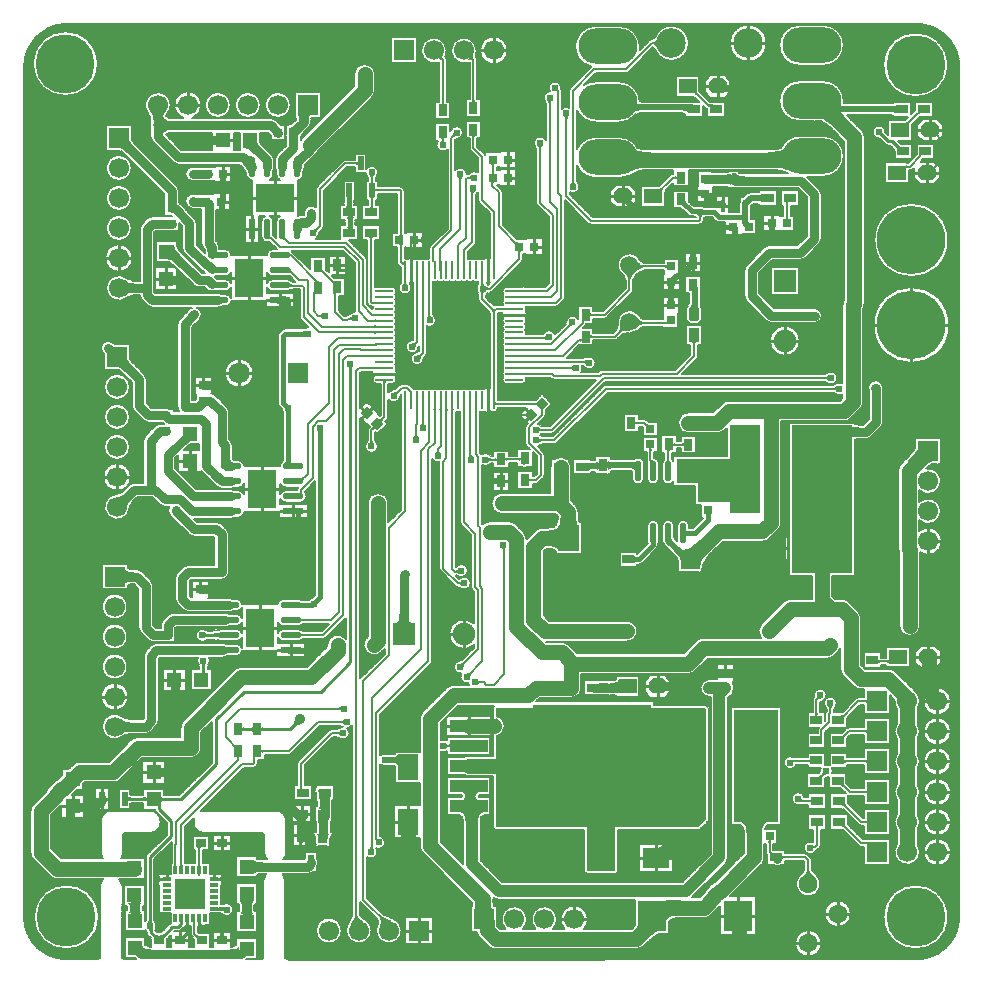
<source format=gtl>
G04*
G04 #@! TF.GenerationSoftware,Altium Limited,Altium Designer,23.3.1 (30)*
G04*
G04 Layer_Physical_Order=1*
G04 Layer_Color=255*
%FSLAX44Y44*%
%MOMM*%
G71*
G04*
G04 #@! TF.SameCoordinates,E1D300C1-D630-478A-AE1F-60CBEBB5A271*
G04*
G04*
G04 #@! TF.FilePolarity,Positive*
G04*
G01*
G75*
%ADD11C,0.2540*%
%ADD12C,0.7620*%
%ADD13C,0.3810*%
%ADD16C,0.2032*%
%ADD17C,0.5080*%
%ADD22R,0.5000X1.2000*%
%ADD23R,0.8890X1.2700*%
%ADD24R,1.7500X2.2000*%
%ADD25R,10.0000X10.4500*%
%ADD26R,3.2000X1.0500*%
%ADD27R,1.0160X0.8000*%
%ADD28R,0.5500X1.8000*%
%ADD29O,0.5500X1.8000*%
%ADD30R,3.3020X2.4130*%
%ADD31R,2.0000X2.0000*%
%ADD32R,0.7620X0.7620*%
%ADD33R,1.2700X1.2700*%
%ADD34R,0.7620X0.7620*%
%ADD35R,0.8000X1.0160*%
%ADD36R,1.8000X0.5500*%
%ADD37O,1.8000X0.5500*%
%ADD38R,2.4130X3.3020*%
%ADD39O,1.5500X0.2500*%
%ADD40O,0.2500X1.5500*%
%ADD41P,1.0776X4X270.0*%
%ADD42P,1.0776X4X180.0*%
%ADD43R,2.6000X2.6000*%
%ADD44R,0.3000X0.8000*%
%ADD45R,0.8000X0.3000*%
G04:AMPARAMS|DCode=46|XSize=1.524mm|YSize=1.27mm|CornerRadius=0mm|HoleSize=0mm|Usage=FLASHONLY|Rotation=0.000|XOffset=0mm|YOffset=0mm|HoleType=Round|Shape=Octagon|*
%AMOCTAGOND46*
4,1,8,0.7620,-0.3175,0.7620,0.3175,0.4445,0.6350,-0.4445,0.6350,-0.7620,0.3175,-0.7620,-0.3175,-0.4445,-0.6350,0.4445,-0.6350,0.7620,-0.3175,0.0*
%
%ADD46OCTAGOND46*%

%ADD47R,1.5240X1.2700*%
%ADD48R,1.2700X1.2700*%
%ADD49R,0.8890X0.7620*%
%ADD50R,2.2000X1.7500*%
%ADD51R,0.4500X1.0000*%
G04:AMPARAMS|DCode=52|XSize=1.27mm|YSize=0.889mm|CornerRadius=0mm|HoleSize=0mm|Usage=FLASHONLY|Rotation=90.000|XOffset=0mm|YOffset=0mm|HoleType=Round|Shape=Octagon|*
%AMOCTAGOND52*
4,1,8,0.2223,0.6350,-0.2223,0.6350,-0.4445,0.4128,-0.4445,-0.4128,-0.2223,-0.6350,0.2223,-0.6350,0.4445,-0.4128,0.4445,0.4128,0.2223,0.6350,0.0*
%
%ADD52OCTAGOND52*%

%ADD53R,3.7500X9.5000*%
%ADD54R,2.4000X2.6000*%
%ADD103C,0.1270*%
%ADD104C,0.1778*%
%ADD105C,1.2700*%
%ADD106C,1.0160*%
%ADD107R,3.8100X2.0320*%
%ADD108R,5.0800X12.4968*%
%ADD109R,5.4864X2.0828*%
%ADD110R,2.5908X7.5692*%
%ADD111C,1.6000*%
%ADD112R,1.6000X1.6000*%
%ADD113C,1.7000*%
%ADD114R,1.7000X1.7000*%
%ADD115C,1.9000*%
%ADD116R,1.9000X1.9000*%
%ADD117O,4.9996X3.0000*%
%ADD118R,1.7000X1.7000*%
%ADD119C,1.5000*%
%ADD120C,5.8000*%
%ADD121C,1.8000*%
%ADD122R,1.8000X1.8000*%
%ADD123C,5.0000*%
%ADD124R,1.9000X1.9000*%
%ADD125C,2.5000*%
%ADD126C,0.6096*%
%ADD127C,1.0160*%
%ADD128C,0.9144*%
G36*
X540564Y775266D02*
X540264Y775955D01*
X539926Y776571D01*
X539550Y777115D01*
X539136Y777586D01*
X538683Y777985D01*
X538193Y778311D01*
X537665Y778565D01*
X537098Y778746D01*
X536493Y778855D01*
X535851Y778891D01*
Y780669D01*
X536493Y780705D01*
X537098Y780814D01*
X537665Y780995D01*
X538193Y781249D01*
X538683Y781575D01*
X539136Y781974D01*
X539550Y782445D01*
X539926Y782989D01*
X540264Y783605D01*
X540564Y784294D01*
Y775266D01*
D02*
G37*
G36*
X384204Y770149D02*
X384086Y769641D01*
X384025Y769149D01*
X384021Y768674D01*
X384074Y768216D01*
X384183Y767776D01*
X384348Y767353D01*
X384571Y766946D01*
X384849Y766557D01*
X385185Y766185D01*
X383927Y764927D01*
X383555Y765263D01*
X383166Y765542D01*
X382760Y765764D01*
X382336Y765929D01*
X381896Y766038D01*
X381438Y766091D01*
X380963Y766087D01*
X380471Y766026D01*
X379963Y765908D01*
X379437Y765734D01*
X384378Y770675D01*
X384204Y770149D01*
D02*
G37*
G36*
X358479Y769523D02*
X358351Y769109D01*
X358277Y768704D01*
X358257Y768309D01*
X358291Y767923D01*
X358380Y767548D01*
X358523Y767181D01*
X358720Y766825D01*
X358971Y766478D01*
X359277Y766140D01*
X358019Y764883D01*
X357671Y765200D01*
X357312Y765466D01*
X356942Y765680D01*
X356561Y765843D01*
X356170Y765954D01*
X355767Y766014D01*
X355354Y766022D01*
X354930Y765979D01*
X354495Y765885D01*
X354049Y765739D01*
X358662Y769946D01*
X358479Y769523D01*
D02*
G37*
G36*
X456251Y740588D02*
X456241Y740512D01*
X456249Y740428D01*
X456275Y740336D01*
X456319Y740236D01*
X456382Y740128D01*
X456462Y740012D01*
X456561Y739888D01*
X456813Y739616D01*
X455555Y738359D01*
X455376Y738534D01*
X454911Y738940D01*
X454780Y739035D01*
X454661Y739111D01*
X454555Y739166D01*
X454460Y739202D01*
X454377Y739217D01*
X454307Y739213D01*
X456279Y740656D01*
X456251Y740588D01*
D02*
G37*
G36*
X573401Y739261D02*
X573351Y739097D01*
Y738909D01*
X573401Y738695D01*
X573502Y738456D01*
X573652Y738192D01*
X573853Y737903D01*
X574105Y737589D01*
X574759Y736885D01*
X573502Y735627D01*
X573137Y735979D01*
X572483Y736533D01*
X572194Y736734D01*
X571930Y736885D01*
X571691Y736985D01*
X571477Y737035D01*
X571289D01*
X571125Y736985D01*
X570987Y736885D01*
X573502Y739399D01*
X573401Y739261D01*
D02*
G37*
G36*
X385454Y731654D02*
X385481Y731347D01*
X385525Y731075D01*
X385587Y730840D01*
X385667Y730641D01*
X385765Y730478D01*
X385881Y730352D01*
X386014Y730261D01*
X386165Y730207D01*
X386334Y730189D01*
X382778D01*
X382947Y730207D01*
X383098Y730261D01*
X383231Y730352D01*
X383347Y730478D01*
X383445Y730641D01*
X383525Y730840D01*
X383587Y731075D01*
X383631Y731347D01*
X383658Y731654D01*
X383667Y731998D01*
X385445D01*
X385454Y731654D01*
D02*
G37*
G36*
X451321Y731050D02*
X451063Y730856D01*
X450831Y730653D01*
X450627Y730441D01*
X450451Y730220D01*
X450301Y729989D01*
X450179Y729750D01*
X450083Y729501D01*
X450015Y729243D01*
X449975Y728976D01*
X449961Y728699D01*
X448183Y729014D01*
X448172Y729271D01*
X448140Y729532D01*
X448087Y729797D01*
X448012Y730065D01*
X447916Y730338D01*
X447798Y730615D01*
X447659Y730895D01*
X447499Y731180D01*
X447113Y731761D01*
X451321Y731050D01*
D02*
G37*
G36*
X359546Y729368D02*
X359573Y729061D01*
X359617Y728789D01*
X359679Y728554D01*
X359759Y728355D01*
X359857Y728192D01*
X359973Y728066D01*
X360106Y727975D01*
X360257Y727921D01*
X360426Y727903D01*
X356870D01*
X357039Y727921D01*
X357190Y727975D01*
X357323Y728066D01*
X357439Y728192D01*
X357537Y728355D01*
X357617Y728554D01*
X357679Y728789D01*
X357723Y729061D01*
X357750Y729368D01*
X357759Y729712D01*
X359537D01*
X359546Y729368D01*
D02*
G37*
G36*
X694728Y728669D02*
X694142Y727733D01*
X693943Y726762D01*
X694280Y726730D01*
X695637Y728982D01*
X695406Y728499D01*
X695329Y728067D01*
X695403Y727686D01*
X695630Y727355D01*
X696009Y727076D01*
X696540Y726847D01*
X697223Y726669D01*
X698059Y726542D01*
X698771Y726487D01*
X699471Y726460D01*
X701785Y726440D01*
Y721360D01*
X699471Y721340D01*
X696084Y721121D01*
X696571Y720380D01*
X698129Y718374D01*
X700044Y716191D01*
X702316Y713829D01*
X691059Y707126D01*
X688675Y709420D01*
X684306Y713074D01*
X682320Y714433D01*
X680468Y715480D01*
X678748Y716215D01*
X677161Y716638D01*
X675707Y716749D01*
X674387Y716549D01*
X673198Y716037D01*
X687752Y724708D01*
Y728393D01*
X688245Y728022D01*
X688939Y727690D01*
X689837Y727397D01*
X690936Y727143D01*
X691644Y727026D01*
X695671Y729426D01*
X694728Y728669D01*
D02*
G37*
G36*
X584865Y727869D02*
X584896Y725520D01*
X584879Y725635D01*
X584833Y725737D01*
X584756Y725827D01*
X584649Y725906D01*
X584512Y725972D01*
X584345Y726026D01*
X584147Y726068D01*
X583920Y726098D01*
X583663Y726116D01*
X583375Y726122D01*
Y727900D01*
X584865Y727869D01*
D02*
G37*
G36*
X244977Y726827D02*
X244994Y726815D01*
X245002Y726734D01*
X245000Y726584D01*
X244966Y726076D01*
X244707Y723596D01*
X240488Y727815D01*
X243719Y728085D01*
X244977Y726827D01*
D02*
G37*
G36*
X244463Y723648D02*
X243897Y723588D01*
X243299Y723444D01*
X242670Y723214D01*
X242008Y722899D01*
X241314Y722498D01*
X240588Y722013D01*
X240081Y721630D01*
X241454Y720257D01*
X240155Y720055D01*
X239097Y719850D01*
X238279Y719642D01*
X237961Y719537D01*
X237702Y719431D01*
X237504Y719324D01*
X237366Y719216D01*
X236108Y720474D01*
X236216Y720612D01*
X236323Y720810D01*
X236429Y721069D01*
X236534Y721387D01*
X237049Y723882D01*
X237149Y724562D01*
X238522Y723189D01*
X238905Y723696D01*
X239391Y724422D01*
X239791Y725116D01*
X240106Y725778D01*
X240336Y726407D01*
X240480Y727005D01*
X240540Y727571D01*
X244463Y723648D01*
D02*
G37*
G36*
X677234Y731099D02*
X677587Y729599D01*
X677807Y728913D01*
X678055Y728269D01*
X678333Y727669D01*
X678639Y727112D01*
X678975Y726597D01*
X679339Y726125D01*
X679732Y725696D01*
X676140Y722104D01*
X675711Y722497D01*
X675239Y722861D01*
X674724Y723196D01*
X674167Y723503D01*
X673567Y723781D01*
X672923Y724029D01*
X672237Y724249D01*
X671508Y724440D01*
X669922Y724735D01*
X677101Y731914D01*
X677234Y731099D01*
D02*
G37*
G36*
X522931Y729956D02*
X522954Y729524D01*
X523113Y729143D01*
X523408Y728814D01*
X523838Y728534D01*
X524403Y728306D01*
X525105Y728128D01*
X525942Y728001D01*
X526914Y727925D01*
X528022Y727900D01*
X526325Y722820D01*
X525179Y722795D01*
X523193Y722593D01*
X522353Y722417D01*
X521614Y722190D01*
X520977Y721913D01*
X520442Y721585D01*
X520009Y721207D01*
X519678Y720779D01*
X519448Y720300D01*
X523043Y730438D01*
X522931Y729956D01*
D02*
G37*
G36*
X566324Y727869D02*
X566354Y720280D01*
X566301Y720763D01*
X566146Y721194D01*
X565890Y721575D01*
X565531Y721906D01*
X565071Y722185D01*
X564509Y722414D01*
X563845Y722591D01*
X563080Y722718D01*
X562213Y722795D01*
X561244Y722820D01*
Y727900D01*
X566324Y727869D01*
D02*
G37*
G36*
X742599Y719930D02*
X742549Y720202D01*
X742396Y720445D01*
X742142Y720659D01*
X741787Y720845D01*
X741329Y721003D01*
X740771Y721131D01*
X740110Y721231D01*
X739348Y721303D01*
X737520Y721360D01*
Y726440D01*
X738485Y726454D01*
X740110Y726569D01*
X740771Y726669D01*
X741329Y726797D01*
X741787Y726955D01*
X742142Y727141D01*
X742396Y727355D01*
X742549Y727598D01*
X742599Y727869D01*
Y719930D01*
D02*
G37*
G36*
X465162Y718000D02*
X464957Y717742D01*
X464776Y717483D01*
X464619Y717222D01*
X464487Y716961D01*
X464378Y716699D01*
X464294Y716436D01*
X464233Y716172D01*
X464197Y715907D01*
X464185Y715641D01*
X462407Y715564D01*
X462394Y715835D01*
X462356Y716101D01*
X462292Y716363D01*
X462202Y716621D01*
X462087Y716875D01*
X461946Y717124D01*
X461780Y717370D01*
X461588Y717611D01*
X461371Y717848D01*
X461128Y718080D01*
X465391Y718258D01*
X465162Y718000D01*
D02*
G37*
G36*
X246529Y718926D02*
X246152Y718745D01*
X245819Y718444D01*
X245530Y718022D01*
X245287Y717479D01*
X245087Y716816D01*
X244932Y716032D01*
X244820Y715128D01*
X244754Y714103D01*
X244732Y712958D01*
X237112D01*
X237099Y714103D01*
X236914Y716816D01*
X236803Y717479D01*
X236668Y718022D01*
X236507Y718444D01*
X236322Y718745D01*
X236113Y718926D01*
X235879Y718987D01*
X246950D01*
X246529Y718926D01*
D02*
G37*
G36*
X754770Y713139D02*
X754334Y712688D01*
X753654Y711896D01*
X753411Y711554D01*
X753232Y711248D01*
X753117Y710979D01*
X753067Y710746D01*
X753081Y710549D01*
X753160Y710389D01*
X753303Y710265D01*
X749761Y712409D01*
X749955Y712335D01*
X750185Y712327D01*
X750452Y712383D01*
X750756Y712504D01*
X751097Y712690D01*
X751475Y712941D01*
X751889Y713257D01*
X752828Y714084D01*
X753353Y714595D01*
X754770Y713139D01*
D02*
G37*
G36*
X121170Y721386D02*
X123298D01*
X122891Y720942D01*
X122528Y720449D01*
X122207Y719908D01*
X121928Y719318D01*
X121693Y718680D01*
X121617Y718409D01*
X121844Y717728D01*
X122377Y716737D01*
X123063Y715899D01*
X123901Y715213D01*
X124892Y714680D01*
X126035Y714299D01*
X127330Y714070D01*
X128778Y713994D01*
Y706374D01*
X127330Y706316D01*
X126035Y706140D01*
X124892Y705848D01*
X123901Y705439D01*
X123063Y704913D01*
X122377Y704271D01*
X121844Y703511D01*
X121463Y702635D01*
X121234Y701642D01*
X121158Y700532D01*
X113538Y710184D01*
X116587Y714758D01*
X113538D01*
X113517Y715639D01*
X113452Y716473D01*
X113345Y717257D01*
X113196Y717993D01*
X113003Y718680D01*
X112768Y719318D01*
X112489Y719908D01*
X112168Y720449D01*
X111805Y720942D01*
X111398Y721386D01*
X121006D01*
X121158Y721614D01*
X121170Y721386D01*
D02*
G37*
G36*
X731021Y704325D02*
X731052Y704086D01*
X731106Y703848D01*
X731182Y703613D01*
X731281Y703380D01*
X731403Y703148D01*
X731547Y702919D01*
X731714Y702691D01*
X731903Y702466D01*
X732114Y702242D01*
X730318Y700446D01*
X730095Y700657D01*
X729869Y700846D01*
X729641Y701013D01*
X729411Y701157D01*
X729180Y701279D01*
X728947Y701377D01*
X728711Y701454D01*
X728474Y701508D01*
X728235Y701539D01*
X727995Y701548D01*
X731012Y704566D01*
X731021Y704325D01*
D02*
G37*
G36*
X241219Y707867D02*
X240195Y706821D01*
X237178Y703283D01*
X236693Y702559D01*
X236316Y701900D01*
X236046Y701305D01*
X235885Y700774D01*
X235831Y700308D01*
X228272Y707867D01*
X228738Y707921D01*
X229269Y708082D01*
X229864Y708352D01*
X230523Y708729D01*
X231247Y709214D01*
X232035Y709807D01*
X233804Y711315D01*
X235831Y713255D01*
X241219Y707867D01*
D02*
G37*
G36*
X232316Y700286D02*
X231747Y700251D01*
X230167Y700244D01*
X229946Y700276D01*
X229795Y700321D01*
X229713Y700380D01*
X229701Y700452D01*
X229759Y700538D01*
X228502Y701795D01*
X228416Y701737D01*
X228344Y701749D01*
X228285Y701831D01*
X228240Y701982D01*
X228208Y702203D01*
X228190Y702494D01*
X228193Y703284D01*
X228250Y704352D01*
X232316Y700286D01*
D02*
G37*
G36*
X370302Y701040D02*
X369961Y701034D01*
X369636Y701008D01*
X369327Y700963D01*
X369034Y700899D01*
X368756Y700815D01*
X368495Y700712D01*
X368249Y700589D01*
X368019Y700447D01*
X367804Y700285D01*
X367606Y700105D01*
X366349Y701362D01*
X366530Y701560D01*
X366691Y701775D01*
X366833Y702005D01*
X366956Y702251D01*
X367059Y702512D01*
X367143Y702790D01*
X367207Y703083D01*
X367252Y703392D01*
X367278Y703717D01*
X367284Y704057D01*
X370302Y701040D01*
D02*
G37*
G36*
X386165Y701591D02*
X386014Y701537D01*
X385881Y701446D01*
X385765Y701320D01*
X385667Y701157D01*
X385587Y700958D01*
X385525Y700723D01*
X385481Y700452D01*
X385454Y700144D01*
X385445Y699800D01*
X383667D01*
X383658Y700144D01*
X383631Y700452D01*
X383587Y700723D01*
X383525Y700958D01*
X383445Y701157D01*
X383347Y701320D01*
X383231Y701446D01*
X383098Y701537D01*
X382947Y701591D01*
X382778Y701609D01*
X386334D01*
X386165Y701591D01*
D02*
G37*
G36*
X360257Y699305D02*
X360106Y699251D01*
X359973Y699160D01*
X359857Y699034D01*
X359759Y698871D01*
X359679Y698672D01*
X359617Y698437D01*
X359573Y698166D01*
X359549Y697898D01*
X359549Y697896D01*
X359587Y697630D01*
X359649Y697367D01*
X359736Y697107D01*
X359848Y696849D01*
X359985Y696593D01*
X360147Y696340D01*
X360334Y696090D01*
X360545Y695842D01*
X360782Y695597D01*
X356514D01*
X356751Y695842D01*
X356963Y696090D01*
X357149Y696340D01*
X357311Y696593D01*
X357448Y696849D01*
X357560Y697107D01*
X357647Y697367D01*
X357709Y697630D01*
X357747Y697896D01*
X357747Y697898D01*
X357723Y698166D01*
X357679Y698437D01*
X357617Y698672D01*
X357537Y698871D01*
X357439Y699034D01*
X357323Y699160D01*
X357190Y699251D01*
X357039Y699305D01*
X356870Y699323D01*
X360426D01*
X360257Y699305D01*
D02*
G37*
G36*
X442841Y693030D02*
X442630Y692782D01*
X442443Y692532D01*
X442281Y692279D01*
X442144Y692023D01*
X442032Y691765D01*
X441945Y691505D01*
X441883Y691242D01*
X441845Y690976D01*
X441833Y690708D01*
X440055D01*
X440043Y690976D01*
X440005Y691242D01*
X439943Y691505D01*
X439856Y691765D01*
X439744Y692023D01*
X439607Y692279D01*
X439445Y692532D01*
X439258Y692782D01*
X439047Y693030D01*
X438810Y693275D01*
X443078D01*
X442841Y693030D01*
D02*
G37*
G36*
X744136Y693603D02*
X745070Y692812D01*
X745483Y692525D01*
X745861Y692309D01*
X746202Y692166D01*
X746507Y692094D01*
X746777D01*
X747010Y692166D01*
X747208Y692309D01*
X743615Y688717D01*
X743759Y688915D01*
X743831Y689148D01*
Y689418D01*
X743759Y689723D01*
X743615Y690064D01*
X743400Y690442D01*
X743113Y690855D01*
X742753Y691304D01*
X741819Y692309D01*
X743615Y694106D01*
X744136Y693603D01*
D02*
G37*
G36*
X201089Y699005D02*
X200800Y698383D01*
X200748Y697631D01*
X200934Y696749D01*
X201357Y695737D01*
X202017Y694594D01*
X202915Y693321D01*
X204051Y691917D01*
X207034Y688720D01*
X199201Y685776D01*
X198129Y686800D01*
X196021Y688524D01*
X194984Y689225D01*
X193958Y689817D01*
X192945Y690302D01*
X191943Y690679D01*
X190952Y690949D01*
X189974Y691111D01*
X189007Y691164D01*
X201615Y699497D01*
X201089Y699005D01*
D02*
G37*
G36*
X92366Y701230D02*
X92151Y700530D01*
Y699721D01*
X92366Y698805D01*
X92797Y697782D01*
X93444Y696650D01*
X94306Y695411D01*
X95384Y694064D01*
X98186Y691047D01*
X92797Y685658D01*
X91235Y687167D01*
X88433Y689538D01*
X87194Y690400D01*
X86062Y691047D01*
X85039Y691478D01*
X84123Y691693D01*
X83314D01*
X82614Y691478D01*
X82021Y691047D01*
X92797Y701823D01*
X92366Y701230D01*
D02*
G37*
G36*
X286613Y676148D02*
X286595Y676317D01*
X286541Y676468D01*
X286450Y676601D01*
X286324Y676717D01*
X286161Y676815D01*
X285962Y676895D01*
X285727Y676957D01*
X285455Y677001D01*
X285148Y677028D01*
X284804Y677037D01*
Y678815D01*
X285148Y678824D01*
X285455Y678851D01*
X285727Y678895D01*
X285962Y678957D01*
X286161Y679037D01*
X286324Y679135D01*
X286450Y679251D01*
X286541Y679384D01*
X286595Y679535D01*
X286613Y679704D01*
Y676148D01*
D02*
G37*
G36*
X402524Y677431D02*
X402373Y677377D01*
X402240Y677289D01*
X402124Y677164D01*
X402026Y677004D01*
X401946Y676808D01*
X401884Y676577D01*
X401840Y676311D01*
X401813Y676008D01*
X401804Y675670D01*
X400026D01*
X400017Y676008D01*
X399991Y676311D01*
X399946Y676577D01*
X399884Y676808D01*
X399804Y677004D01*
X399706Y677164D01*
X399591Y677289D01*
X399457Y677377D01*
X399306Y677431D01*
X399137Y677449D01*
X402693D01*
X402524Y677431D01*
D02*
G37*
G36*
X750811Y676338D02*
X750865Y676307D01*
X750954Y676280D01*
X751078Y676257D01*
X751238Y676237D01*
X751665Y676208D01*
X752571Y676192D01*
Y674414D01*
X752230Y674406D01*
X751924Y674379D01*
X751653Y674334D01*
X751419Y674272D01*
X751220Y674192D01*
X751057Y674094D01*
X750930Y673979D01*
X750838Y673845D01*
X750783Y673694D01*
X750763Y673525D01*
X750794Y676372D01*
X750811Y676338D01*
D02*
G37*
G36*
X230889Y684225D02*
X229583Y682865D01*
X227480Y680333D01*
X226683Y679162D01*
X226056Y678053D01*
X225599Y677006D01*
X225312Y676023D01*
X225195Y675102D01*
X225248Y674244D01*
X225471Y673449D01*
X221387Y683592D01*
X220859Y683426D01*
X220579Y683471D01*
X220546Y683724D01*
X220761Y684186D01*
X221222Y684858D01*
X221931Y685739D01*
X224092Y688128D01*
X227241Y691353D01*
X230889Y684225D01*
D02*
G37*
G36*
X243589Y681839D02*
X242356Y680553D01*
X240351Y678119D01*
X239579Y676971D01*
X238960Y675871D01*
X238495Y674816D01*
X238183Y673808D01*
X238026Y672847D01*
X238021Y671931D01*
X238171Y671063D01*
X234748Y683866D01*
X234822Y683922D01*
X235001Y684086D01*
X240241Y689268D01*
X243589Y681839D01*
D02*
G37*
G36*
X653999Y670643D02*
X652577Y671448D01*
X651077Y672168D01*
X649498Y672803D01*
X647840Y673353D01*
X646104Y673819D01*
X644288Y674200D01*
X640421Y674709D01*
X638370Y674836D01*
X636239Y674878D01*
X633575Y687578D01*
X636837Y687641D01*
X642256Y688148D01*
X644412Y688591D01*
X646200Y689161D01*
X647620Y689857D01*
X648671Y690680D01*
X649354Y691629D01*
X649668Y692706D01*
X649613Y693908D01*
X653999Y670643D01*
D02*
G37*
G36*
X401813Y671201D02*
X401840Y670894D01*
X401884Y670622D01*
X401946Y670387D01*
X402026Y670188D01*
X402124Y670026D01*
X402240Y669899D01*
X402373Y669809D01*
X402524Y669754D01*
X402693Y669736D01*
X399137D01*
X399306Y669754D01*
X399457Y669809D01*
X399591Y669899D01*
X399706Y670026D01*
X399804Y670188D01*
X399884Y670387D01*
X399946Y670622D01*
X399991Y670894D01*
X400017Y671201D01*
X400026Y671545D01*
X401804D01*
X401813Y671201D01*
D02*
G37*
G36*
X518340Y692703D02*
X518718Y691627D01*
X519467Y690678D01*
X520586Y689856D01*
X522076Y689160D01*
X523937Y688590D01*
X526169Y688147D01*
X528771Y687831D01*
X531745Y687641D01*
X535089Y687578D01*
X533367Y674878D01*
X531403Y674826D01*
X529464Y674668D01*
X527552Y674405D01*
X525667Y674038D01*
X523808Y673565D01*
X521975Y672988D01*
X520169Y672305D01*
X518389Y671517D01*
X516636Y670625D01*
X514909Y669627D01*
X518333Y693905D01*
X518340Y692703D01*
D02*
G37*
G36*
X192249Y685499D02*
X192755Y685102D01*
X193276Y684760D01*
X193813Y684476D01*
X194365Y684248D01*
X194933Y684077D01*
X195516Y683962D01*
X196115Y683905D01*
X196729Y683903D01*
X197358Y683959D01*
X196866Y680997D01*
X198247D01*
X198269Y680803D01*
X198333Y680568D01*
X198441Y680294D01*
X198592Y679980D01*
X198786Y679625D01*
X199304Y678797D01*
X200404Y677255D01*
X196245D01*
X194708Y668006D01*
X194538Y668978D01*
X194284Y669950D01*
X193946Y670921D01*
X193524Y671892D01*
X193018Y672862D01*
X192428Y673833D01*
X191754Y674802D01*
X190996Y675772D01*
X189227Y677709D01*
X191758Y685954D01*
X192249Y685499D01*
D02*
G37*
G36*
X300449Y667986D02*
X300238Y667738D01*
X300051Y667488D01*
X299889Y667235D01*
X299752Y666979D01*
X299640Y666721D01*
X299553Y666461D01*
X299491Y666198D01*
X299454Y665932D01*
X299441Y665664D01*
X297663D01*
X297651Y665932D01*
X297613Y666198D01*
X297551Y666461D01*
X297464Y666721D01*
X297352Y666979D01*
X297215Y667235D01*
X297053Y667488D01*
X296866Y667738D01*
X296655Y667986D01*
X296418Y668231D01*
X300686D01*
X300449Y667986D01*
D02*
G37*
G36*
X375277Y666614D02*
X375065Y666366D01*
X374879Y666116D01*
X374717Y665863D01*
X374580Y665607D01*
X374468Y665349D01*
X374381Y665089D01*
X374319Y664826D01*
X374281Y664560D01*
X374269Y664292D01*
X372491D01*
X372479Y664560D01*
X372441Y664826D01*
X372379Y665089D01*
X372292Y665349D01*
X372180Y665607D01*
X372043Y665863D01*
X371881Y666116D01*
X371694Y666366D01*
X371483Y666614D01*
X371246Y666859D01*
X375514D01*
X375277Y666614D01*
D02*
G37*
G36*
X556354Y664210D02*
X556337Y664379D01*
X556283Y664530D01*
X556194Y664663D01*
X556070Y664779D01*
X555910Y664877D01*
X555714Y664957D01*
X555483Y665019D01*
X555217Y665063D01*
X554914Y665090D01*
X554576Y665099D01*
Y666877D01*
X554914Y666886D01*
X555217Y666913D01*
X555483Y666957D01*
X555714Y667019D01*
X555910Y667099D01*
X556070Y667197D01*
X556194Y667313D01*
X556283Y667446D01*
X556337Y667597D01*
X556354Y667766D01*
Y664210D01*
D02*
G37*
G36*
X382972Y663771D02*
X382715Y664001D01*
X382458Y664206D01*
X382199Y664388D01*
X381939Y664545D01*
X381678Y664678D01*
X381416Y664787D01*
X381153Y664871D01*
X380890Y664932D01*
X380625Y664968D01*
X380359Y664980D01*
X380286Y666758D01*
X380556Y666771D01*
X380823Y666809D01*
X381085Y666873D01*
X381343Y666962D01*
X381597Y667077D01*
X381847Y667218D01*
X382093Y667384D01*
X382335Y667575D01*
X382572Y667792D01*
X382806Y668035D01*
X382972Y663771D01*
D02*
G37*
G36*
X299450Y662476D02*
X299477Y662173D01*
X299521Y661907D01*
X299583Y661676D01*
X299663Y661480D01*
X299761Y661320D01*
X299877Y661196D01*
X300010Y661107D01*
X300161Y661053D01*
X300330Y661036D01*
X296774D01*
X296943Y661053D01*
X297094Y661107D01*
X297227Y661196D01*
X297343Y661320D01*
X297441Y661480D01*
X297521Y661676D01*
X297583Y661907D01*
X297627Y662173D01*
X297654Y662476D01*
X297663Y662813D01*
X299441D01*
X299450Y662476D01*
D02*
G37*
G36*
X469785Y662844D02*
X469823Y662578D01*
X469885Y662315D01*
X469972Y662055D01*
X470084Y661797D01*
X470221Y661541D01*
X470383Y661288D01*
X470569Y661038D01*
X470781Y660790D01*
X471018Y660545D01*
X466750D01*
X466987Y660790D01*
X467198Y661038D01*
X467385Y661288D01*
X467547Y661541D01*
X467684Y661797D01*
X467796Y662055D01*
X467883Y662315D01*
X467945Y662578D01*
X467983Y662844D01*
X467995Y663112D01*
X469773D01*
X469785Y662844D01*
D02*
G37*
G36*
X402167Y662190D02*
X402016Y662137D01*
X401883Y662048D01*
X401767Y661923D01*
X401669Y661763D01*
X401589Y661568D01*
X401527Y661336D01*
X401483Y661070D01*
X401456Y660768D01*
X401447Y660430D01*
X399669D01*
X399660Y660768D01*
X399633Y661070D01*
X399589Y661336D01*
X399527Y661568D01*
X399447Y661763D01*
X399349Y661923D01*
X399233Y662048D01*
X399100Y662137D01*
X398949Y662190D01*
X398780Y662208D01*
X402336D01*
X402167Y662190D01*
D02*
G37*
G36*
X607324Y669077D02*
X607552Y668693D01*
X607933Y668353D01*
X608467Y668059D01*
X609152Y667810D01*
X609991Y667606D01*
X610981Y667448D01*
X612124Y667335D01*
X614868Y667244D01*
Y659624D01*
X607248Y659568D01*
Y669508D01*
X607324Y669077D01*
D02*
G37*
G36*
X602808Y659568D02*
X602732Y659789D01*
X602504Y659986D01*
X602123Y660160D01*
X601589Y660311D01*
X600904Y660438D01*
X600065Y660542D01*
X597932Y660682D01*
X595188Y660728D01*
Y668348D01*
X596636Y668360D01*
X600904Y668638D01*
X601589Y668765D01*
X602123Y668916D01*
X602504Y669090D01*
X602732Y669287D01*
X602808Y669508D01*
Y659568D01*
D02*
G37*
G36*
X545295Y656560D02*
X544943Y656195D01*
X544389Y655541D01*
X544188Y655252D01*
X544038Y654988D01*
X543937Y654749D01*
X543887Y654535D01*
Y654347D01*
X543937Y654183D01*
X544038Y654045D01*
X541523Y656560D01*
X541661Y656459D01*
X541825Y656409D01*
X542013D01*
X542227Y656459D01*
X542466Y656560D01*
X542730Y656710D01*
X543019Y656911D01*
X543334Y657163D01*
X544038Y657817D01*
X545295Y656560D01*
D02*
G37*
G36*
X301009Y656929D02*
X301063Y656778D01*
X301154Y656645D01*
X301280Y656529D01*
X301443Y656431D01*
X301642Y656351D01*
X301877Y656289D01*
X302148Y656245D01*
X302456Y656218D01*
X302799Y656209D01*
Y654431D01*
X302456Y654422D01*
X302148Y654395D01*
X301877Y654351D01*
X301642Y654289D01*
X301443Y654209D01*
X301280Y654111D01*
X301154Y653995D01*
X301063Y653862D01*
X301009Y653711D01*
X300991Y653542D01*
Y657098D01*
X301009Y656929D01*
D02*
G37*
G36*
X385789Y654342D02*
X385531Y654148D01*
X385299Y653945D01*
X385095Y653733D01*
X384919Y653512D01*
X384769Y653281D01*
X384647Y653042D01*
X384551Y652793D01*
X384483Y652535D01*
X384443Y652268D01*
X384429Y651991D01*
X382651Y652306D01*
X382640Y652563D01*
X382608Y652824D01*
X382555Y653089D01*
X382480Y653357D01*
X382384Y653630D01*
X382266Y653907D01*
X382127Y654187D01*
X381967Y654472D01*
X381581Y655053D01*
X385789Y654342D01*
D02*
G37*
G36*
X300161Y649109D02*
X300010Y649055D01*
X299877Y648964D01*
X299761Y648838D01*
X299663Y648675D01*
X299583Y648476D01*
X299521Y648241D01*
X299477Y647970D01*
X299450Y647662D01*
X299441Y647318D01*
X297663D01*
X297654Y647662D01*
X297627Y647970D01*
X297583Y648241D01*
X297521Y648476D01*
X297441Y648675D01*
X297343Y648838D01*
X297227Y648964D01*
X297094Y649055D01*
X296943Y649109D01*
X296774Y649127D01*
X300330D01*
X300161Y649109D01*
D02*
G37*
G36*
X620340Y646248D02*
X619547Y645442D01*
X617333Y642912D01*
X617019Y642453D01*
X616800Y642064D01*
X616676Y641743D01*
X616649Y641492D01*
X616717Y641311D01*
X612391Y646797D01*
X612544Y646701D01*
X612774Y646707D01*
X613078Y646814D01*
X613459Y647024D01*
X613914Y647335D01*
X614446Y647748D01*
X615736Y648880D01*
X617327Y650420D01*
X620340Y646248D01*
D02*
G37*
G36*
X281861Y649058D02*
X281718Y648944D01*
X281591Y648754D01*
X281482Y648487D01*
X281389Y648144D01*
X281313Y647725D01*
X281254Y647230D01*
X281186Y646010D01*
X281178Y645286D01*
X277368D01*
X277365Y646010D01*
X277185Y648944D01*
X277137Y649058D01*
X277083Y649097D01*
X282022D01*
X281861Y649058D01*
D02*
G37*
G36*
X629188Y644746D02*
X629138Y645018D01*
X628985Y645261D01*
X628731Y645475D01*
X628376Y645661D01*
X627919Y645819D01*
X627360Y645947D01*
X626699Y646047D01*
X625937Y646119D01*
X624109Y646176D01*
Y651256D01*
X625074Y651270D01*
X626699Y651385D01*
X627360Y651485D01*
X627919Y651613D01*
X628376Y651771D01*
X628731Y651956D01*
X628985Y652171D01*
X629138Y652414D01*
X629188Y652685D01*
Y644746D01*
D02*
G37*
G36*
X651641Y644759D02*
X651490Y644705D01*
X651357Y644614D01*
X651241Y644488D01*
X651143Y644325D01*
X651063Y644126D01*
X651001Y643891D01*
X650957Y643620D01*
X650930Y643312D01*
X650921Y642969D01*
X649143D01*
X649134Y643312D01*
X649108Y643620D01*
X649063Y643891D01*
X649001Y644126D01*
X648921Y644325D01*
X648823Y644488D01*
X648707Y644614D01*
X648574Y644705D01*
X648423Y644759D01*
X648254Y644777D01*
X651810D01*
X651641Y644759D01*
D02*
G37*
G36*
X299450Y641928D02*
X299477Y641620D01*
X299521Y641349D01*
X299583Y641114D01*
X299663Y640915D01*
X299761Y640752D01*
X299877Y640626D01*
X300010Y640535D01*
X300161Y640481D01*
X300330Y640463D01*
X296774D01*
X296943Y640481D01*
X297094Y640535D01*
X297227Y640626D01*
X297343Y640752D01*
X297441Y640915D01*
X297521Y641114D01*
X297583Y641349D01*
X297627Y641620D01*
X297654Y641928D01*
X297663Y642271D01*
X299441D01*
X299450Y641928D01*
D02*
G37*
G36*
X281197Y643574D02*
X281254Y642921D01*
X281350Y642345D01*
X281483Y641846D01*
X281654Y641423D01*
X281864Y641077D01*
X282111Y640809D01*
X282397Y640617D01*
X282721Y640501D01*
X283083Y640463D01*
X275463D01*
X275825Y640501D01*
X276149Y640617D01*
X276434Y640809D01*
X276682Y641077D01*
X276892Y641423D01*
X277063Y641846D01*
X277197Y642345D01*
X277292Y642921D01*
X277349Y643574D01*
X277368Y644304D01*
X281178D01*
X281197Y643574D01*
D02*
G37*
G36*
X564051Y647491D02*
X563946Y647143D01*
X563949Y646740D01*
X564060Y646283D01*
X564278Y645772D01*
X564605Y645206D01*
X565039Y644585D01*
X565581Y643910D01*
X566988Y642396D01*
X564294Y639702D01*
X563509Y640460D01*
X562105Y641651D01*
X561484Y642085D01*
X560918Y642412D01*
X560407Y642630D01*
X559950Y642741D01*
X559547Y642744D01*
X559199Y642639D01*
X558905Y642427D01*
X564263Y647785D01*
X564051Y647491D01*
D02*
G37*
G36*
X574120Y635106D02*
X574056Y635169D01*
X573960Y635225D01*
X573834Y635275D01*
X573677Y635318D01*
X573489Y635354D01*
X573269Y635384D01*
X572737Y635424D01*
X572080Y635437D01*
X572801Y639247D01*
X574732Y639329D01*
X574120Y635106D01*
D02*
G37*
G36*
X578817Y638995D02*
X578910Y638956D01*
X579034Y638922D01*
X579189Y638892D01*
X579377Y638867D01*
X579846Y638831D01*
X580788Y638810D01*
Y635000D01*
X580443Y634998D01*
X579189Y634918D01*
X579034Y634888D01*
X578910Y634854D01*
X578817Y634815D01*
X578757Y634771D01*
Y639039D01*
X578817Y638995D01*
D02*
G37*
G36*
X577841Y635435D02*
X577763Y635246D01*
X577694Y634992D01*
X577660Y634815D01*
X577644Y634728D01*
X578714D01*
X578477Y634483D01*
X578265Y634235D01*
X578079Y633985D01*
X577917Y633732D01*
X577780Y633476D01*
X577668Y633218D01*
X577581Y632958D01*
X577519Y632695D01*
X577493Y632508D01*
X577469Y631410D01*
X575691D01*
X575686Y632116D01*
X575657Y632581D01*
X575641Y632695D01*
X575579Y632958D01*
X575492Y633218D01*
X575380Y633476D01*
X575243Y633732D01*
X575081Y633985D01*
X574894Y634235D01*
X574683Y634483D01*
X574446Y634728D01*
X575516D01*
X575499Y634815D01*
X575466Y634992D01*
X575397Y635246D01*
X575319Y635435D01*
X575232Y635559D01*
X577928D01*
X577841Y635435D01*
D02*
G37*
G36*
X650930Y632600D02*
X650957Y632297D01*
X651001Y632031D01*
X651063Y631800D01*
X651143Y631604D01*
X651241Y631444D01*
X651357Y631320D01*
X651490Y631231D01*
X651641Y631177D01*
X651810Y631160D01*
X648254D01*
X648423Y631177D01*
X648574Y631231D01*
X648707Y631320D01*
X648823Y631444D01*
X648921Y631604D01*
X649001Y631800D01*
X649063Y632031D01*
X649108Y632297D01*
X649134Y632600D01*
X649143Y632938D01*
X650921D01*
X650930Y632600D01*
D02*
G37*
G36*
X283737Y632516D02*
X283413Y632402D01*
X283127Y632212D01*
X282880Y631945D01*
X282670Y631602D01*
X282499Y631183D01*
X282365Y630688D01*
X282270Y630116D01*
X282213Y629468D01*
X282194Y628745D01*
X278384D01*
X278365Y629468D01*
X278308Y630116D01*
X278213Y630688D01*
X278079Y631183D01*
X277908Y631602D01*
X277698Y631945D01*
X277451Y632212D01*
X277165Y632402D01*
X276841Y632516D01*
X276479Y632555D01*
X284099D01*
X283737Y632516D01*
D02*
G37*
G36*
X282213Y626308D02*
X282270Y625660D01*
X282365Y625088D01*
X282499Y624593D01*
X282670Y624174D01*
X282880Y623831D01*
X283127Y623564D01*
X283413Y623374D01*
X283737Y623260D01*
X284099Y623222D01*
X276479D01*
X276841Y623260D01*
X277165Y623374D01*
X277451Y623564D01*
X277698Y623831D01*
X277908Y624174D01*
X278079Y624593D01*
X278213Y625088D01*
X278308Y625660D01*
X278365Y626308D01*
X278384Y627032D01*
X282194D01*
X282213Y626308D01*
D02*
G37*
G36*
X242932Y623846D02*
X242000Y623837D01*
X239812Y623699D01*
X239285Y623616D01*
X238860Y623514D01*
X238535Y623395D01*
X238313Y623256D01*
X238191Y623100D01*
X238171Y622925D01*
X236829Y631091D01*
X236803Y631163D01*
X236917Y631226D01*
X237174Y631283D01*
X237572Y631331D01*
X238792Y631406D01*
X242932Y631466D01*
Y623846D01*
D02*
G37*
G36*
X252395Y621470D02*
X252215Y621272D01*
X252053Y621057D01*
X251911Y620827D01*
X251788Y620581D01*
X251685Y620320D01*
X251601Y620042D01*
X251537Y619749D01*
X251492Y619440D01*
X251466Y619115D01*
X251460Y618774D01*
X248442Y621792D01*
X248783Y621798D01*
X249108Y621824D01*
X249417Y621869D01*
X249710Y621933D01*
X249988Y622017D01*
X250249Y622120D01*
X250495Y622243D01*
X250725Y622385D01*
X250940Y622547D01*
X251138Y622727D01*
X252395Y621470D01*
D02*
G37*
G36*
X323986Y618369D02*
X324013Y618062D01*
X324057Y617790D01*
X324119Y617555D01*
X324199Y617356D01*
X324297Y617194D01*
X324413Y617067D01*
X324546Y616977D01*
X324697Y616922D01*
X324866Y616904D01*
X321310D01*
X321479Y616922D01*
X321630Y616977D01*
X321763Y617067D01*
X321879Y617194D01*
X321977Y617356D01*
X322057Y617555D01*
X322119Y617790D01*
X322163Y618062D01*
X322190Y618369D01*
X322199Y618713D01*
X323977D01*
X323986Y618369D01*
D02*
G37*
G36*
X299424Y615295D02*
X299273Y615241D01*
X299140Y615150D01*
X299024Y615024D01*
X298926Y614861D01*
X298846Y614662D01*
X298784Y614427D01*
X298740Y614156D01*
X298713Y613848D01*
X298704Y613504D01*
X296926D01*
X296917Y613848D01*
X296890Y614156D01*
X296846Y614427D01*
X296784Y614662D01*
X296704Y614861D01*
X296606Y615024D01*
X296490Y615150D01*
X296357Y615241D01*
X296206Y615295D01*
X296037Y615313D01*
X299593D01*
X299424Y615295D01*
D02*
G37*
G36*
X225344Y615885D02*
X225288Y615731D01*
X225278Y615557D01*
X225312Y615362D01*
X225392Y615147D01*
X225516Y614912D01*
X225686Y614656D01*
X225900Y614380D01*
X226160Y614083D01*
X226465Y613766D01*
X225208Y612509D01*
X224891Y612814D01*
X224318Y613288D01*
X224062Y613458D01*
X223827Y613582D01*
X223612Y613662D01*
X223417Y613697D01*
X223243Y613686D01*
X223089Y613630D01*
X222956Y613530D01*
X225444Y616018D01*
X225344Y615885D01*
D02*
G37*
G36*
X419855Y612249D02*
X420512Y611690D01*
X420802Y611485D01*
X421067Y611331D01*
X421305Y611228D01*
X421518Y611175D01*
X421705Y611171D01*
X421867Y611219D01*
X422002Y611316D01*
X419518Y608832D01*
X419616Y608968D01*
X419663Y609129D01*
X419660Y609316D01*
X419607Y609529D01*
X419503Y609767D01*
X419349Y610032D01*
X419145Y610322D01*
X418890Y610638D01*
X418230Y611347D01*
X419488Y612604D01*
X419855Y612249D01*
D02*
G37*
G36*
X324697Y609358D02*
X324546Y609305D01*
X324413Y609216D01*
X324297Y609091D01*
X324199Y608931D01*
X324119Y608736D01*
X324057Y608504D01*
X324013Y608238D01*
X323986Y607935D01*
X323977Y607598D01*
X322199D01*
X322190Y607935D01*
X322163Y608238D01*
X322119Y608504D01*
X322057Y608736D01*
X321977Y608931D01*
X321879Y609091D01*
X321763Y609216D01*
X321630Y609305D01*
X321479Y609358D01*
X321310Y609376D01*
X324866D01*
X324697Y609358D01*
D02*
G37*
G36*
X424876Y603770D02*
X424725Y603717D01*
X424592Y603628D01*
X424476Y603503D01*
X424378Y603343D01*
X424298Y603148D01*
X424236Y602916D01*
X424192Y602650D01*
X424165Y602347D01*
X424156Y602010D01*
X422378D01*
X422369Y602347D01*
X422343Y602650D01*
X422298Y602916D01*
X422236Y603148D01*
X422156Y603343D01*
X422058Y603503D01*
X421943Y603628D01*
X421809Y603717D01*
X421658Y603770D01*
X421489Y603788D01*
X425045D01*
X424876Y603770D01*
D02*
G37*
G36*
X166942Y606616D02*
X167123Y604000D01*
X167206Y603589D01*
X167305Y603275D01*
X167418Y603058D01*
X167547Y602938D01*
X167691Y602915D01*
X159689Y601573D01*
X159617Y601545D01*
X159554Y601655D01*
X159497Y601903D01*
X159449Y602289D01*
X159374Y603477D01*
X159314Y607512D01*
X166934D01*
X166942Y606616D01*
D02*
G37*
G36*
X402628Y596183D02*
X402719Y594892D01*
X402753Y594717D01*
X402792Y594569D01*
X402836Y594450D01*
X402886Y594358D01*
X400588D01*
X400637Y594450D01*
X400682Y594569D01*
X400720Y594717D01*
X400754Y594892D01*
X400806Y595325D01*
X400837Y595869D01*
X400848Y596525D01*
X402626D01*
X402628Y596183D01*
D02*
G37*
G36*
X377628D02*
X377719Y594892D01*
X377753Y594717D01*
X377792Y594569D01*
X377836Y594450D01*
X377886Y594358D01*
X375588D01*
X375637Y594450D01*
X375682Y594569D01*
X375720Y594717D01*
X375754Y594892D01*
X375806Y595325D01*
X375837Y595869D01*
X375848Y596525D01*
X377626D01*
X377628Y596183D01*
D02*
G37*
G36*
X372628D02*
X372719Y594892D01*
X372753Y594717D01*
X372792Y594569D01*
X372836Y594450D01*
X372886Y594358D01*
X370588D01*
X370637Y594450D01*
X370682Y594569D01*
X370720Y594717D01*
X370754Y594892D01*
X370806Y595325D01*
X370837Y595869D01*
X370848Y596525D01*
X372626D01*
X372628Y596183D01*
D02*
G37*
G36*
X357509Y596288D02*
X357566Y595444D01*
X357600Y595207D01*
X357691Y594800D01*
X357749Y594631D01*
X357813Y594483D01*
X357886Y594358D01*
X355588D01*
X355615Y594416D01*
X355638Y594504D01*
X355659Y594624D01*
X355677Y594776D01*
X355714Y595419D01*
X355727Y596344D01*
X357505Y596614D01*
X357509Y596288D01*
D02*
G37*
G36*
X325524Y591895D02*
X325518Y591985D01*
X325483Y592066D01*
X325418Y592137D01*
X325323Y592199D01*
X325199Y592251D01*
X325044Y592294D01*
X324860Y592327D01*
X324646Y592351D01*
X324130Y592370D01*
Y594148D01*
X324437Y594152D01*
X324958Y594189D01*
X325171Y594221D01*
X325352Y594262D01*
X325503Y594313D01*
X325622Y594372D01*
X325709Y594441D01*
X325765Y594519D01*
X325790Y594605D01*
X325524Y591895D01*
D02*
G37*
G36*
X130860Y608766D02*
X131103Y607877D01*
X131507Y606903D01*
X132073Y605842D01*
X132800Y604697D01*
X133689Y603465D01*
X135952Y600746D01*
X138862Y597684D01*
X134227Y591542D01*
X132534Y593182D01*
X129558Y595729D01*
X128276Y596637D01*
X127130Y597300D01*
X126120Y597720D01*
X125248Y597896D01*
X124512Y597828D01*
X123913Y597517D01*
X123451Y596961D01*
X130779Y609570D01*
X130860Y608766D01*
D02*
G37*
G36*
X548416Y588923D02*
X548398Y589092D01*
X548344Y589243D01*
X548256Y589376D01*
X548131Y589492D01*
X547971Y589590D01*
X547776Y589670D01*
X547544Y589732D01*
X547278Y589776D01*
X546976Y589803D01*
X546638Y589812D01*
Y591590D01*
X546976Y591599D01*
X547278Y591625D01*
X547544Y591670D01*
X547776Y591732D01*
X547971Y591812D01*
X548131Y591910D01*
X548256Y592025D01*
X548344Y592159D01*
X548398Y592310D01*
X548416Y592479D01*
Y588923D01*
D02*
G37*
G36*
X256834Y588828D02*
X256794Y588660D01*
X256801Y588468D01*
X256858Y588252D01*
X256962Y588013D01*
X257115Y587749D01*
X257317Y587462D01*
X257566Y587151D01*
X258211Y586457D01*
X257148Y585005D01*
X256772Y585369D01*
X256103Y585940D01*
X255810Y586147D01*
X255545Y586302D01*
X255308Y586404D01*
X255098Y586455D01*
X254915Y586453D01*
X254761Y586399D01*
X254634Y586293D01*
X256923Y588972D01*
X256834Y588828D01*
D02*
G37*
G36*
X229553Y588622D02*
X229688Y588364D01*
X230023Y587826D01*
X230223Y587546D01*
X230688Y586965D01*
X231240Y586355D01*
X231548Y586040D01*
X230481Y584592D01*
X230160Y584901D01*
X229604Y585356D01*
X229370Y585503D01*
X229163Y585597D01*
X228985Y585637D01*
X228836Y585624D01*
X228716Y585556D01*
X228624Y585435D01*
X228561Y585261D01*
X229440Y588873D01*
X229553Y588622D01*
D02*
G37*
G36*
X523429Y595351D02*
X524674Y593865D01*
X525277Y593262D01*
X525867Y592751D01*
X526445Y592333D01*
X527009Y592008D01*
X527561Y591776D01*
X528101Y591636D01*
X528628Y591590D01*
X528326Y589812D01*
X527917Y589772D01*
X527436Y589655D01*
X526885Y589458D01*
X526264Y589183D01*
X525571Y588829D01*
X523974Y587885D01*
X522094Y586626D01*
X521511Y586209D01*
X521057Y585753D01*
X519095Y583481D01*
X518615Y582803D01*
X518223Y582163D01*
X517918Y581563D01*
X517699Y581002D01*
X517569Y580480D01*
X517525Y579997D01*
X515747D01*
X515703Y580480D01*
X515573Y581002D01*
X515354Y581563D01*
X515049Y582163D01*
X514657Y582803D01*
X514177Y583481D01*
X513610Y584199D01*
X512215Y585753D01*
X511386Y586588D01*
X521167D01*
X522788Y596234D01*
X523429Y595351D01*
D02*
G37*
G36*
X342836Y580315D02*
X342792Y580196D01*
X342753Y580048D01*
X342719Y579873D01*
X342667Y579440D01*
X342636Y578895D01*
X342626Y578240D01*
X340848D01*
X340845Y578582D01*
X340754Y579873D01*
X340720Y580048D01*
X340682Y580196D01*
X340637Y580315D01*
X340588Y580407D01*
X342886D01*
X342836Y580315D01*
D02*
G37*
G36*
X337836D02*
X337792Y580196D01*
X337753Y580048D01*
X337719Y579873D01*
X337667Y579440D01*
X337636Y578895D01*
X337626Y578240D01*
X335848D01*
X335845Y578582D01*
X335754Y579873D01*
X335720Y580048D01*
X335682Y580196D01*
X335637Y580315D01*
X335588Y580407D01*
X337886D01*
X337836Y580315D01*
D02*
G37*
G36*
X327827Y580302D02*
X327775Y580172D01*
X327729Y580016D01*
X327690Y579834D01*
X327656Y579626D01*
X327607Y579133D01*
X327583Y578537D01*
X327579Y578201D01*
X325801Y578309D01*
X325799Y578650D01*
X325725Y579918D01*
X325697Y580084D01*
X325665Y580220D01*
X325629Y580328D01*
X325588Y580407D01*
X327886D01*
X327827Y580302D01*
D02*
G37*
G36*
X392863Y580354D02*
X392842Y580270D01*
X392823Y580154D01*
X392794Y579826D01*
X392769Y579094D01*
X392764Y578447D01*
X390986Y578139D01*
X390982Y578463D01*
X390922Y579305D01*
X390886Y579542D01*
X390791Y579952D01*
X390731Y580125D01*
X390664Y580277D01*
X390588Y580407D01*
X392886D01*
X392863Y580354D01*
D02*
G37*
G36*
X347863D02*
X347842Y580270D01*
X347824Y580154D01*
X347794Y579826D01*
X347769Y579094D01*
X347764Y578447D01*
X345986Y578139D01*
X345982Y578463D01*
X345922Y579305D01*
X345886Y579542D01*
X345791Y579952D01*
X345731Y580125D01*
X345664Y580277D01*
X345588Y580407D01*
X347886D01*
X347863Y580354D01*
D02*
G37*
G36*
X252509Y578832D02*
X252765Y578613D01*
X253020Y578420D01*
X253273Y578253D01*
X253525Y578111D01*
X253776Y577995D01*
X254025Y577905D01*
X254274Y577841D01*
X254521Y577802D01*
X254767Y577789D01*
X249738D01*
X249970Y577802D01*
X250150Y577841D01*
X250279Y577905D01*
X250356Y577995D01*
X250382Y578111D01*
X250356Y578253D01*
X250279Y578420D01*
X250150Y578613D01*
X249970Y578832D01*
X249738Y579077D01*
X252253D01*
X252509Y578832D01*
D02*
G37*
G36*
X265635Y579046D02*
X266289Y578492D01*
X266578Y578291D01*
X266842Y578140D01*
X267081Y578040D01*
X267295Y577990D01*
X267483D01*
X267647Y578040D01*
X267785Y578140D01*
X265271Y575626D01*
X265371Y575764D01*
X265421Y575928D01*
Y576116D01*
X265371Y576330D01*
X265271Y576569D01*
X265120Y576833D01*
X264918Y577122D01*
X264667Y577436D01*
X264013Y578140D01*
X265271Y579398D01*
X265635Y579046D01*
D02*
G37*
G36*
X327579Y577246D02*
X327592Y576978D01*
X327629Y576713D01*
X327690Y576450D01*
X327776Y576188D01*
X327887Y575928D01*
X328023Y575671D01*
X328183Y575415D01*
X328367Y575162D01*
X328577Y574910D01*
X328811Y574660D01*
X324544Y574725D01*
X324783Y574966D01*
X324996Y575210D01*
X325185Y575457D01*
X325349Y575707D01*
X325487Y575960D01*
X325600Y576217D01*
X325688Y576476D01*
X325751Y576739D01*
X325789Y577005D01*
X325801Y577274D01*
X327579Y577246D01*
D02*
G37*
G36*
X392778Y576604D02*
X392820Y576336D01*
X392890Y576082D01*
X392988Y575842D01*
X393114Y575614D01*
X393268Y575400D01*
X393450Y575198D01*
X393660Y575010D01*
X393897Y574835D01*
X394163Y574673D01*
X390049Y573540D01*
X390227Y573858D01*
X390527Y574471D01*
X390649Y574766D01*
X390836Y575331D01*
X390902Y575602D01*
X390948Y575866D01*
X390977Y576121D01*
X390986Y576368D01*
X392764Y576884D01*
X392778Y576604D01*
D02*
G37*
G36*
X229301Y576142D02*
X229352Y575994D01*
X229451Y575863D01*
X229599Y575750D01*
X229795Y575655D01*
X230040Y575576D01*
X230333Y575515D01*
X230674Y575472D01*
X231063Y575446D01*
X231501Y575437D01*
X231312Y573659D01*
X230866Y573650D01*
X230109Y573581D01*
X229797Y573521D01*
X229530Y573443D01*
X229307Y573348D01*
X229130Y573235D01*
X228997Y573106D01*
X228908Y572958D01*
X228865Y572794D01*
X229298Y576307D01*
X229301Y576142D01*
D02*
G37*
G36*
X395106Y573905D02*
X395354Y573694D01*
X395604Y573507D01*
X395857Y573345D01*
X396113Y573208D01*
X396371Y573096D01*
X396631Y573009D01*
X396894Y572947D01*
X397160Y572909D01*
X397428Y572897D01*
Y571119D01*
X397160Y571107D01*
X396894Y571069D01*
X396631Y571007D01*
X396371Y570920D01*
X396113Y570808D01*
X395857Y570671D01*
X395604Y570509D01*
X395354Y570322D01*
X395106Y570111D01*
X394861Y569874D01*
Y574142D01*
X395106Y573905D01*
D02*
G37*
G36*
X426300Y570986D02*
X426420Y570942D01*
X426567Y570903D01*
X426742Y570869D01*
X427175Y570817D01*
X427720Y570786D01*
X428375Y570775D01*
Y568997D01*
X428034Y568995D01*
X426742Y568904D01*
X426567Y568870D01*
X426420Y568831D01*
X426300Y568787D01*
X426209Y568738D01*
Y571035D01*
X426300Y570986D01*
D02*
G37*
G36*
X394148Y569334D02*
X393881Y569174D01*
X393643Y569001D01*
X393433Y568814D01*
X393251Y568614D01*
X393097Y568400D01*
X392971Y568173D01*
X392873Y567933D01*
X392803Y567679D01*
X392761Y567412D01*
X392747Y567132D01*
X390969Y567660D01*
X390960Y567906D01*
X390932Y568161D01*
X390885Y568424D01*
X390820Y568695D01*
X390737Y568974D01*
X390514Y569557D01*
X390374Y569860D01*
X390040Y570491D01*
X394148Y569334D01*
D02*
G37*
G36*
X90842Y578059D02*
X91335Y577696D01*
X91876Y577375D01*
X92466Y577096D01*
X93104Y576861D01*
X93791Y576668D01*
X94527Y576519D01*
X95311Y576412D01*
X96145Y576347D01*
X97026Y576326D01*
Y568706D01*
X96145Y568685D01*
X95311Y568620D01*
X94527Y568513D01*
X93791Y568364D01*
X93104Y568171D01*
X92466Y567936D01*
X91876Y567657D01*
X91335Y567336D01*
X90842Y566973D01*
X90398Y566566D01*
Y578466D01*
X90842Y578059D01*
D02*
G37*
G36*
X268817Y568054D02*
X268666Y567999D01*
X268533Y567909D01*
X268417Y567783D01*
X268319Y567620D01*
X268239Y567421D01*
X268177Y567186D01*
X268133Y566914D01*
X268106Y566607D01*
X268097Y566263D01*
X266319D01*
X266310Y566607D01*
X266283Y566914D01*
X266239Y567186D01*
X266177Y567421D01*
X266097Y567620D01*
X265999Y567783D01*
X265883Y567909D01*
X265750Y567999D01*
X265599Y568054D01*
X265430Y568072D01*
X268986D01*
X268817Y568054D01*
D02*
G37*
G36*
X251037Y567731D02*
X250886Y567675D01*
X250753Y567583D01*
X250637Y567456D01*
X250539Y567293D01*
X250459Y567094D01*
X250397Y566860D01*
X250353Y566590D01*
X250326Y566284D01*
X250317Y565942D01*
X248539D01*
X249014Y567720D01*
X251206Y567751D01*
X251037Y567731D01*
D02*
G37*
G36*
X426300Y565986D02*
X426420Y565942D01*
X426567Y565903D01*
X426742Y565869D01*
X427175Y565817D01*
X427720Y565786D01*
X428375Y565775D01*
Y563997D01*
X428034Y563995D01*
X426742Y563904D01*
X426567Y563870D01*
X426420Y563831D01*
X426300Y563787D01*
X426209Y563738D01*
Y566035D01*
X426300Y565986D01*
D02*
G37*
G36*
Y560986D02*
X426420Y560942D01*
X426567Y560903D01*
X426742Y560869D01*
X427175Y560817D01*
X427720Y560786D01*
X428375Y560775D01*
Y558997D01*
X428034Y558995D01*
X426742Y558904D01*
X426567Y558870D01*
X426420Y558831D01*
X426300Y558787D01*
X426209Y558738D01*
Y561035D01*
X426300Y560986D01*
D02*
G37*
G36*
X302265Y558738D02*
X302173Y558787D01*
X302054Y558831D01*
X301907Y558870D01*
X301732Y558904D01*
X301298Y558956D01*
X300754Y558987D01*
X300098Y558997D01*
Y560775D01*
X300440Y560778D01*
X301732Y560869D01*
X301907Y560903D01*
X302054Y560942D01*
X302173Y560986D01*
X302265Y561035D01*
Y558738D01*
D02*
G37*
G36*
X574548Y560913D02*
X574561Y559935D01*
X574756Y557453D01*
X574873Y556778D01*
X575017Y556177D01*
X575186Y555652D01*
X575381Y555203D01*
X575602Y554830D01*
X575849Y554532D01*
X567020D01*
X567486Y555045D01*
X567902Y555606D01*
X568269Y556215D01*
X568587Y556872D01*
X568856Y557577D01*
X569076Y558330D01*
X569248Y559130D01*
X569370Y559978D01*
X569444Y560875D01*
X569468Y561819D01*
X574548Y560913D01*
D02*
G37*
G36*
X412257Y553738D02*
X412165Y553787D01*
X412046Y553831D01*
X411899Y553870D01*
X411724Y553904D01*
X411290Y553956D01*
X410746Y553987D01*
X410090Y553997D01*
Y555775D01*
X410432Y555778D01*
X411724Y555869D01*
X411899Y555903D01*
X412046Y555942D01*
X412165Y555986D01*
X412257Y556035D01*
Y553738D01*
D02*
G37*
G36*
X400730Y555408D02*
X400978Y555228D01*
X401223Y555096D01*
X401466Y555013D01*
X401707Y554977D01*
X401945Y554989D01*
X402181Y555048D01*
X402414Y555156D01*
X402645Y555312D01*
X402874Y555515D01*
X403883Y554010D01*
X403644Y553753D01*
X403430Y553486D01*
X403242Y553209D01*
X403078Y552921D01*
X402940Y552622D01*
X402827Y552314D01*
X402739Y551995D01*
X402676Y551665D01*
X402638Y551325D01*
X402626Y550975D01*
X400848D01*
X400835Y551325D01*
X400798Y551665D01*
X400735Y551995D01*
X400647Y552314D01*
X400533Y552622D01*
X400395Y552921D01*
X400232Y553209D01*
X400043Y553486D01*
X399829Y553753D01*
X399591Y554010D01*
X400480Y555635D01*
X400730Y555408D01*
D02*
G37*
G36*
X302265Y548738D02*
X302173Y548787D01*
X302054Y548831D01*
X301907Y548870D01*
X301732Y548904D01*
X301298Y548956D01*
X300754Y548987D01*
X300098Y548997D01*
Y550775D01*
X300440Y550778D01*
X301732Y550869D01*
X301907Y550903D01*
X302054Y550942D01*
X302173Y550986D01*
X302265Y551035D01*
Y548738D01*
D02*
G37*
G36*
X483509Y551519D02*
X483563Y551368D01*
X483654Y551235D01*
X483780Y551119D01*
X483943Y551021D01*
X484142Y550941D01*
X484377Y550879D01*
X484649Y550835D01*
X484956Y550808D01*
X485299Y550799D01*
Y549021D01*
X484956Y549012D01*
X484649Y548985D01*
X484377Y548941D01*
X484142Y548879D01*
X483943Y548799D01*
X483780Y548701D01*
X483654Y548585D01*
X483563Y548452D01*
X483509Y548301D01*
X483491Y548132D01*
Y551688D01*
X483509Y551519D01*
D02*
G37*
G36*
X347778Y549669D02*
X347819Y549402D01*
X347888Y549145D01*
X347984Y548899D01*
X348107Y548662D01*
X348259Y548437D01*
X348437Y548221D01*
X348643Y548016D01*
X348877Y547821D01*
X349138Y547636D01*
X344953Y546801D01*
X345150Y547101D01*
X345480Y547687D01*
X345614Y547972D01*
X345728Y548251D01*
X345821Y548526D01*
X345893Y548796D01*
X345945Y549060D01*
X345976Y549320D01*
X345986Y549574D01*
X347764Y549947D01*
X347778Y549669D01*
D02*
G37*
G36*
X256547Y546688D02*
X256301Y546924D01*
X256054Y547136D01*
X255803Y547322D01*
X255550Y547484D01*
X255295Y547621D01*
X255037Y547733D01*
X254776Y547820D01*
X254513Y547882D01*
X254247Y547920D01*
X253979Y547932D01*
Y549710D01*
X254247Y549723D01*
X254513Y549760D01*
X254776Y549822D01*
X255037Y549909D01*
X255295Y550021D01*
X255550Y550158D01*
X255803Y550320D01*
X256054Y550507D01*
X256301Y550718D01*
X256547Y550955D01*
Y546688D01*
D02*
G37*
G36*
X282731Y544619D02*
X282434Y544819D01*
X281854Y545154D01*
X281571Y545291D01*
X281292Y545406D01*
X281018Y545500D01*
X280749Y545574D01*
X280484Y545626D01*
X280224Y545658D01*
X279969Y545668D01*
X279621Y547446D01*
X279898Y547460D01*
X280165Y547501D01*
X280423Y547569D01*
X280670Y547665D01*
X280908Y547788D01*
X281136Y547939D01*
X281354Y548117D01*
X281562Y548322D01*
X281761Y548554D01*
X281949Y548814D01*
X282731Y544619D01*
D02*
G37*
G36*
X302265Y543738D02*
X302173Y543787D01*
X302054Y543831D01*
X301907Y543870D01*
X301732Y543904D01*
X301298Y543956D01*
X300754Y543987D01*
X300098Y543997D01*
Y545775D01*
X300440Y545778D01*
X301732Y545869D01*
X301907Y545903D01*
X302054Y545942D01*
X302173Y545986D01*
X302265Y546035D01*
Y543738D01*
D02*
G37*
G36*
X478675Y544873D02*
X478544Y544821D01*
X478429Y544736D01*
X478330Y544618D01*
X478245Y544466D01*
X478176Y544280D01*
X478123Y544062D01*
X478084Y543809D01*
X478061Y543524D01*
X478054Y543205D01*
X476276D01*
X476269Y543519D01*
X476213Y544049D01*
X476165Y544264D01*
X476102Y544446D01*
X476026Y544595D01*
X475936Y544711D01*
X475832Y544794D01*
X475714Y544844D01*
X475583Y544860D01*
X478820Y544891D01*
X478675Y544873D01*
D02*
G37*
G36*
X547909Y541408D02*
X547892Y541528D01*
X547838Y541635D01*
X547749Y541730D01*
X547625Y541812D01*
X547465Y541881D01*
X547269Y541938D01*
X547038Y541982D01*
X546771Y542014D01*
X546469Y542033D01*
X546131Y542039D01*
Y543817D01*
X546473Y543826D01*
X546780Y543853D01*
X547050Y543897D01*
X547285Y543959D01*
X547483Y544039D01*
X547646Y544137D01*
X547774Y544253D01*
X547865Y544386D01*
X547920Y544537D01*
X547940Y544706D01*
X547909Y541408D01*
D02*
G37*
G36*
X468689Y540551D02*
X468340Y540507D01*
X467695Y540374D01*
X467398Y540286D01*
X467119Y540183D01*
X466857Y540065D01*
X466612Y539933D01*
X466385Y539786D01*
X466175Y539624D01*
X465983Y539447D01*
X464576Y540555D01*
X464761Y540759D01*
X464921Y540975D01*
X465058Y541206D01*
X465171Y541451D01*
X465261Y541710D01*
X465326Y541982D01*
X465368Y542268D01*
X465386Y542568D01*
X465380Y542882D01*
X465351Y543210D01*
X468689Y540551D01*
D02*
G37*
G36*
X302265Y538738D02*
X302173Y538787D01*
X302054Y538831D01*
X301907Y538870D01*
X301732Y538904D01*
X301298Y538956D01*
X300754Y538987D01*
X300098Y538997D01*
Y540775D01*
X300440Y540778D01*
X301732Y540869D01*
X301907Y540903D01*
X302054Y540942D01*
X302173Y540986D01*
X302265Y541035D01*
Y538738D01*
D02*
G37*
G36*
X523330Y547546D02*
X524630Y546073D01*
X525254Y545474D01*
X525861Y544968D01*
X526450Y544553D01*
X527023Y544231D01*
X527577Y544001D01*
X528115Y543863D01*
X528635Y543817D01*
X528390Y542039D01*
X527964Y541999D01*
X527473Y541878D01*
X526918Y541677D01*
X526299Y541395D01*
X525615Y541034D01*
X524055Y540068D01*
X522237Y538781D01*
X521231Y538017D01*
X522654Y548420D01*
X523330Y547546D01*
D02*
G37*
G36*
X516561Y536444D02*
X515384Y536440D01*
X512391Y536221D01*
X511572Y536081D01*
X510842Y535906D01*
X510202Y535697D01*
X509651Y535455D01*
X509189Y535178D01*
X508817Y534868D01*
X507560Y536125D01*
X507870Y536497D01*
X508147Y536959D01*
X508389Y537510D01*
X508598Y538150D01*
X508773Y538880D01*
X508913Y539699D01*
X509020Y540607D01*
X509132Y542692D01*
X509136Y543869D01*
X516561Y536444D01*
D02*
G37*
G36*
X302265Y533738D02*
X302173Y533787D01*
X302054Y533831D01*
X301907Y533870D01*
X301732Y533904D01*
X301298Y533956D01*
X300754Y533987D01*
X300098Y533997D01*
Y535775D01*
X300440Y535778D01*
X301732Y535869D01*
X301907Y535903D01*
X302054Y535942D01*
X302173Y535986D01*
X302265Y536035D01*
Y533738D01*
D02*
G37*
G36*
X242679Y531774D02*
X242619Y531818D01*
X242526Y531857D01*
X242402Y531891D01*
X242247Y531921D01*
X242059Y531946D01*
X241590Y531982D01*
X240648Y532003D01*
Y535813D01*
X240993Y535815D01*
X242247Y535895D01*
X242402Y535925D01*
X242526Y535959D01*
X242619Y535998D01*
X242679Y536042D01*
Y531774D01*
D02*
G37*
G36*
X483509Y532977D02*
X483563Y532826D01*
X483654Y532693D01*
X483780Y532577D01*
X483943Y532479D01*
X484142Y532399D01*
X484377Y532337D01*
X484649Y532293D01*
X484956Y532266D01*
X485299Y532257D01*
Y530479D01*
X484956Y530470D01*
X484649Y530443D01*
X484377Y530399D01*
X484142Y530337D01*
X483943Y530257D01*
X483780Y530159D01*
X483654Y530043D01*
X483563Y529910D01*
X483509Y529759D01*
X483491Y529590D01*
Y533146D01*
X483509Y532977D01*
D02*
G37*
G36*
X426300Y530986D02*
X426420Y530942D01*
X426567Y530903D01*
X426742Y530869D01*
X427175Y530817D01*
X427720Y530786D01*
X428375Y530775D01*
Y528997D01*
X428034Y528995D01*
X426742Y528904D01*
X426567Y528870D01*
X426420Y528831D01*
X426300Y528787D01*
X426209Y528738D01*
Y531035D01*
X426300Y530986D01*
D02*
G37*
G36*
X302265Y528738D02*
X302173Y528787D01*
X302054Y528831D01*
X301907Y528870D01*
X301732Y528904D01*
X301298Y528956D01*
X300754Y528987D01*
X300098Y528997D01*
Y530775D01*
X300440Y530778D01*
X301732Y530869D01*
X301907Y530903D01*
X302054Y530942D01*
X302173Y530986D01*
X302265Y531035D01*
Y528738D01*
D02*
G37*
G36*
X447585Y528481D02*
X447276Y528579D01*
X446630Y528745D01*
X446292Y528812D01*
X445224Y528951D01*
X444849Y528977D01*
X444072Y528997D01*
X443745Y530775D01*
X444033Y530789D01*
X444299Y530831D01*
X444543Y530901D01*
X444764Y530999D01*
X444963Y531125D01*
X445140Y531279D01*
X445294Y531461D01*
X445427Y531671D01*
X445537Y531909D01*
X445625Y532175D01*
X447585Y528481D01*
D02*
G37*
G36*
X475583Y526627D02*
X475566Y526772D01*
X475516Y526903D01*
X475433Y527018D01*
X475317Y527117D01*
X475168Y527202D01*
X474986Y527271D01*
X474771Y527324D01*
X474523Y527363D01*
X474241Y527386D01*
X473927Y527393D01*
Y529171D01*
X474241Y529179D01*
X474523Y529202D01*
X474771Y529241D01*
X474986Y529294D01*
X475168Y529363D01*
X475317Y529448D01*
X475433Y529547D01*
X475516Y529662D01*
X475566Y529793D01*
X475583Y529939D01*
Y526627D01*
D02*
G37*
G36*
X573109Y526332D02*
X572958Y526278D01*
X572825Y526187D01*
X572709Y526061D01*
X572611Y525898D01*
X572531Y525699D01*
X572469Y525464D01*
X572425Y525193D01*
X572398Y524885D01*
X572389Y524542D01*
X570611D01*
X570602Y524885D01*
X570575Y525193D01*
X570531Y525464D01*
X570469Y525699D01*
X570389Y525898D01*
X570291Y526061D01*
X570175Y526187D01*
X570042Y526278D01*
X569891Y526332D01*
X569722Y526350D01*
X573278D01*
X573109Y526332D01*
D02*
G37*
G36*
X426300Y525986D02*
X426420Y525942D01*
X426567Y525903D01*
X426742Y525869D01*
X427175Y525817D01*
X427720Y525786D01*
X428375Y525775D01*
Y523997D01*
X428034Y523995D01*
X426742Y523904D01*
X426567Y523870D01*
X426420Y523831D01*
X426300Y523787D01*
X426209Y523738D01*
Y526035D01*
X426300Y525986D01*
D02*
G37*
G36*
X302265Y523738D02*
X302341Y523667D01*
X302348Y523604D01*
X302287Y523549D01*
X302156Y523500D01*
X301955Y523460D01*
X301686Y523426D01*
X300940Y523382D01*
X299917Y523367D01*
X299771Y525145D01*
X300093Y525151D01*
X300663Y525201D01*
X300910Y525244D01*
X301131Y525300D01*
X301328Y525368D01*
X301499Y525449D01*
X301645Y525542D01*
X301766Y525648D01*
X301862Y525766D01*
X302265Y523738D01*
D02*
G37*
G36*
X336723Y525458D02*
X336543Y525260D01*
X336381Y525045D01*
X336239Y524815D01*
X336116Y524569D01*
X336013Y524308D01*
X335929Y524030D01*
X335865Y523737D01*
X335820Y523428D01*
X335794Y523103D01*
X335788Y522762D01*
X332771Y525780D01*
X333111Y525786D01*
X333436Y525812D01*
X333745Y525857D01*
X334038Y525921D01*
X334316Y526005D01*
X334577Y526108D01*
X334823Y526231D01*
X335053Y526373D01*
X335268Y526535D01*
X335466Y526715D01*
X336723Y525458D01*
D02*
G37*
G36*
X426300Y520986D02*
X426420Y520942D01*
X426567Y520903D01*
X426742Y520869D01*
X427175Y520817D01*
X427720Y520786D01*
X428375Y520775D01*
Y518997D01*
X428034Y518995D01*
X426742Y518904D01*
X426567Y518870D01*
X426420Y518831D01*
X426300Y518787D01*
X426209Y518738D01*
Y521035D01*
X426300Y520986D01*
D02*
G37*
G36*
X302265Y518738D02*
X302173Y518787D01*
X302054Y518831D01*
X301907Y518870D01*
X301732Y518904D01*
X301298Y518956D01*
X300754Y518987D01*
X300098Y518997D01*
Y520775D01*
X300440Y520778D01*
X301732Y520869D01*
X301907Y520903D01*
X302054Y520942D01*
X302173Y520986D01*
X302265Y521035D01*
Y518738D01*
D02*
G37*
G36*
X426300Y515986D02*
X426420Y515942D01*
X426567Y515903D01*
X426742Y515869D01*
X427175Y515817D01*
X427720Y515786D01*
X428375Y515775D01*
Y513997D01*
X428034Y513995D01*
X426742Y513904D01*
X426567Y513870D01*
X426420Y513831D01*
X426300Y513787D01*
X426209Y513738D01*
Y516035D01*
X426300Y515986D01*
D02*
G37*
G36*
X340787Y515298D02*
X340606Y515100D01*
X340445Y514885D01*
X340303Y514655D01*
X340180Y514409D01*
X340077Y514148D01*
X339993Y513870D01*
X339929Y513577D01*
X339884Y513268D01*
X339858Y512943D01*
X339852Y512603D01*
X336834Y515620D01*
X337175Y515626D01*
X337500Y515652D01*
X337809Y515697D01*
X338102Y515761D01*
X338380Y515845D01*
X338641Y515948D01*
X338887Y516071D01*
X339117Y516213D01*
X339332Y516375D01*
X339530Y516555D01*
X340787Y515298D01*
D02*
G37*
G36*
X426300Y510986D02*
X426420Y510942D01*
X426567Y510903D01*
X426742Y510869D01*
X427175Y510817D01*
X427720Y510786D01*
X428375Y510775D01*
Y508997D01*
X428034Y508995D01*
X426742Y508904D01*
X426567Y508870D01*
X426420Y508831D01*
X426300Y508787D01*
X426209Y508738D01*
Y511035D01*
X426300Y510986D01*
D02*
G37*
G36*
X479782Y507854D02*
X479656Y508123D01*
X479513Y508364D01*
X479353Y508576D01*
X479174Y508760D01*
X478978Y508916D01*
X478765Y509044D01*
X478533Y509143D01*
X478284Y509213D01*
X478018Y509256D01*
X477734Y509270D01*
X477946Y511048D01*
X478284Y511056D01*
X478964Y511117D01*
X479306Y511170D01*
X479993Y511322D01*
X480339Y511422D01*
X481033Y511665D01*
X481382Y511810D01*
X479782Y507854D01*
D02*
G37*
G36*
X426339Y505960D02*
X426490Y505892D01*
X426663Y505832D01*
X426857Y505780D01*
X427073Y505737D01*
X427570Y505673D01*
X427850Y505653D01*
X428476Y505637D01*
X428169Y503859D01*
X427829Y503858D01*
X426261Y503761D01*
X426209Y503738D01*
Y506035D01*
X426339Y505960D01*
D02*
G37*
G36*
X302265Y503738D02*
X302155Y503800D01*
X302020Y503855D01*
X301861Y503904D01*
X301676Y503946D01*
X301467Y503982D01*
X300973Y504034D01*
X300380Y504060D01*
X300046Y504063D01*
X300196Y505841D01*
X300537Y505843D01*
X301957Y505936D01*
X302089Y505965D01*
X302192Y505998D01*
X302265Y506035D01*
Y503738D01*
D02*
G37*
G36*
X469045Y502538D02*
X468830Y502789D01*
X468609Y503014D01*
X468381Y503212D01*
X468147Y503384D01*
X467906Y503529D01*
X467658Y503648D01*
X467405Y503740D01*
X467144Y503806D01*
X466877Y503846D01*
X466604Y503859D01*
X466791Y505637D01*
X467052Y505649D01*
X467316Y505683D01*
X467580Y505741D01*
X467846Y505821D01*
X468114Y505924D01*
X468382Y506050D01*
X468653Y506199D01*
X468924Y506371D01*
X469197Y506566D01*
X469471Y506784D01*
X469045Y502538D01*
D02*
G37*
G36*
X90842Y515810D02*
X90627Y515110D01*
Y514301D01*
X90842Y513385D01*
X91273Y512362D01*
X91920Y511230D01*
X92782Y509991D01*
X93860Y508644D01*
X96662Y505626D01*
X91273Y500238D01*
X89711Y501747D01*
X86909Y504118D01*
X85670Y504980D01*
X84538Y505626D01*
X83515Y506058D01*
X82599Y506273D01*
X81790D01*
X81090Y506058D01*
X80497Y505626D01*
X91273Y516403D01*
X90842Y515810D01*
D02*
G37*
G36*
X426300Y500986D02*
X426420Y500942D01*
X426567Y500903D01*
X426742Y500869D01*
X427175Y500817D01*
X427720Y500786D01*
X428375Y500775D01*
Y498997D01*
X428034Y498995D01*
X426742Y498904D01*
X426567Y498870D01*
X426420Y498831D01*
X426300Y498787D01*
X426209Y498738D01*
Y501035D01*
X426300Y500986D01*
D02*
G37*
G36*
X685147Y494182D02*
X684902Y494419D01*
X684654Y494631D01*
X684404Y494817D01*
X684151Y494979D01*
X683895Y495116D01*
X683637Y495228D01*
X683377Y495315D01*
X683114Y495377D01*
X682848Y495415D01*
X682580Y495427D01*
Y497205D01*
X682848Y497217D01*
X683114Y497255D01*
X683377Y497317D01*
X683637Y497404D01*
X683895Y497516D01*
X684151Y497653D01*
X684404Y497815D01*
X684654Y498002D01*
X684902Y498213D01*
X685147Y498450D01*
Y494182D01*
D02*
G37*
G36*
X310850Y493655D02*
X310699Y493601D01*
X310565Y493511D01*
X310450Y493384D01*
X310352Y493221D01*
X310272Y493022D01*
X310210Y492787D01*
X310165Y492516D01*
X310139Y492209D01*
X310130Y491865D01*
X308352D01*
X308343Y492209D01*
X308316Y492516D01*
X308272Y492787D01*
X308210Y493022D01*
X308130Y493221D01*
X308032Y493384D01*
X307916Y493511D01*
X307783Y493601D01*
X307632Y493655D01*
X307463Y493674D01*
X311019D01*
X310850Y493655D01*
D02*
G37*
G36*
X692259Y485038D02*
X692014Y485275D01*
X691766Y485486D01*
X691516Y485673D01*
X691263Y485835D01*
X691007Y485972D01*
X690749Y486084D01*
X690489Y486171D01*
X690226Y486233D01*
X689960Y486271D01*
X689692Y486283D01*
Y488061D01*
X689960Y488073D01*
X690226Y488111D01*
X690489Y488173D01*
X690749Y488260D01*
X691007Y488372D01*
X691263Y488509D01*
X691516Y488671D01*
X691766Y488857D01*
X692014Y489069D01*
X692259Y489306D01*
Y485038D01*
D02*
G37*
G36*
X402628Y486191D02*
X402719Y484900D01*
X402753Y484725D01*
X402792Y484577D01*
X402836Y484458D01*
X402886Y484366D01*
X400588D01*
X400637Y484458D01*
X400682Y484577D01*
X400720Y484725D01*
X400754Y484900D01*
X400806Y485333D01*
X400837Y485877D01*
X400848Y486533D01*
X402626D01*
X402628Y486191D01*
D02*
G37*
G36*
X320975Y483802D02*
X320794Y483604D01*
X320633Y483389D01*
X320491Y483159D01*
X320368Y482913D01*
X320265Y482652D01*
X320181Y482374D01*
X320117Y482081D01*
X320072Y481772D01*
X320046Y481447D01*
X320040Y481106D01*
X317022Y484124D01*
X317363Y484130D01*
X317688Y484156D01*
X317997Y484201D01*
X318290Y484265D01*
X318568Y484349D01*
X318829Y484452D01*
X319075Y484575D01*
X319305Y484717D01*
X319520Y484879D01*
X319718Y485059D01*
X320975Y483802D01*
D02*
G37*
G36*
X438925Y472719D02*
X438899Y472888D01*
X438819Y473039D01*
X438685Y473173D01*
X438498Y473288D01*
X438258Y473386D01*
X437965Y473466D01*
X437618Y473528D01*
X437218Y473573D01*
X436258Y473608D01*
Y475386D01*
X436765Y475395D01*
X437618Y475466D01*
X437965Y475529D01*
X438258Y475609D01*
X438498Y475706D01*
X438685Y475822D01*
X438819Y475955D01*
X438899Y476106D01*
X438925Y476275D01*
Y472719D01*
D02*
G37*
G36*
X402968Y476106D02*
X403022Y475955D01*
X403112Y475822D01*
X403239Y475706D01*
X403402Y475609D01*
X403601Y475529D01*
X403836Y475466D01*
X404107Y475422D01*
X404415Y475395D01*
X404758Y475386D01*
Y473608D01*
X404415Y473600D01*
X404107Y473573D01*
X403836Y473528D01*
X403601Y473466D01*
X403402Y473386D01*
X403239Y473288D01*
X403112Y473173D01*
X403022Y473039D01*
X402968Y472888D01*
X402950Y472719D01*
Y476275D01*
X402968Y476106D01*
D02*
G37*
G36*
X226201Y474996D02*
X227144Y474166D01*
X227275Y474077D01*
X227387Y474014D01*
X227480Y473976D01*
X227554Y473964D01*
X224536Y470947D01*
X224524Y471020D01*
X224486Y471113D01*
X224423Y471225D01*
X224334Y471356D01*
X224219Y471506D01*
X223913Y471864D01*
X223261Y472545D01*
X225955Y475239D01*
X226201Y474996D01*
D02*
G37*
G36*
X444084Y470925D02*
X443936Y470844D01*
X443806Y470710D01*
X443694Y470522D01*
X443598Y470280D01*
X443520Y469984D01*
X443459Y469635D01*
X443416Y469231D01*
X443381Y468263D01*
X441603D01*
X441595Y468774D01*
X441525Y469635D01*
X441464Y469984D01*
X441386Y470280D01*
X441291Y470522D01*
X441178Y470710D01*
X441048Y470844D01*
X440901Y470925D01*
X440736Y470952D01*
X444249D01*
X444084Y470925D01*
D02*
G37*
G36*
X387836Y470323D02*
X387792Y470204D01*
X387753Y470056D01*
X387719Y469881D01*
X387667Y469448D01*
X387636Y468904D01*
X387626Y468248D01*
X385848D01*
X385845Y468590D01*
X385754Y469881D01*
X385720Y470056D01*
X385682Y470204D01*
X385637Y470323D01*
X385588Y470415D01*
X387886D01*
X387836Y470323D01*
D02*
G37*
G36*
X377836D02*
X377792Y470204D01*
X377753Y470056D01*
X377719Y469881D01*
X377667Y469448D01*
X377636Y468904D01*
X377626Y468248D01*
X375848D01*
X375845Y468590D01*
X375754Y469881D01*
X375720Y470056D01*
X375682Y470204D01*
X375637Y470323D01*
X375588Y470415D01*
X377886D01*
X377836Y470323D01*
D02*
G37*
G36*
X357836D02*
X357792Y470204D01*
X357753Y470056D01*
X357719Y469881D01*
X357667Y469448D01*
X357636Y468904D01*
X357626Y468248D01*
X355848D01*
X355845Y468590D01*
X355754Y469881D01*
X355720Y470056D01*
X355682Y470204D01*
X355637Y470323D01*
X355588Y470415D01*
X357886D01*
X357836Y470323D01*
D02*
G37*
G36*
X352836D02*
X352792Y470204D01*
X352753Y470056D01*
X352719Y469881D01*
X352667Y469448D01*
X352636Y468904D01*
X352626Y468248D01*
X350848D01*
X350845Y468590D01*
X350754Y469881D01*
X350721Y470056D01*
X350682Y470204D01*
X350637Y470323D01*
X350588Y470415D01*
X352886D01*
X352836Y470323D01*
D02*
G37*
G36*
X347836D02*
X347792Y470204D01*
X347753Y470056D01*
X347719Y469881D01*
X347667Y469448D01*
X347636Y468904D01*
X347626Y468248D01*
X345848D01*
X345845Y468590D01*
X345754Y469881D01*
X345720Y470056D01*
X345682Y470204D01*
X345637Y470323D01*
X345588Y470415D01*
X347886D01*
X347836Y470323D01*
D02*
G37*
G36*
X342836D02*
X342792Y470204D01*
X342753Y470056D01*
X342719Y469881D01*
X342667Y469448D01*
X342636Y468904D01*
X342626Y468248D01*
X340848D01*
X340845Y468590D01*
X340754Y469881D01*
X340720Y470056D01*
X340682Y470204D01*
X340637Y470323D01*
X340588Y470415D01*
X342886D01*
X342836Y470323D01*
D02*
G37*
G36*
X337836D02*
X337792Y470204D01*
X337753Y470056D01*
X337719Y469881D01*
X337667Y469448D01*
X337636Y468904D01*
X337626Y468248D01*
X335848D01*
X335845Y468590D01*
X335754Y469881D01*
X335720Y470056D01*
X335682Y470204D01*
X335637Y470323D01*
X335588Y470415D01*
X337886D01*
X337836Y470323D01*
D02*
G37*
G36*
X327836D02*
X327792Y470204D01*
X327753Y470056D01*
X327719Y469881D01*
X327667Y469448D01*
X327636Y468904D01*
X327626Y468248D01*
X325848D01*
X325845Y468590D01*
X325754Y469881D01*
X325720Y470056D01*
X325681Y470204D01*
X325637Y470323D01*
X325588Y470415D01*
X327886D01*
X327836Y470323D01*
D02*
G37*
G36*
X367844Y470334D02*
X367806Y470225D01*
X367773Y470086D01*
X367744Y469919D01*
X367700Y469497D01*
X367674Y468960D01*
X367665Y468307D01*
X365887Y468214D01*
X365884Y468551D01*
X365812Y469641D01*
X365779Y469848D01*
X365741Y470029D01*
X365696Y470183D01*
X365645Y470312D01*
X365588Y470415D01*
X367886D01*
X367844Y470334D01*
D02*
G37*
G36*
X362828Y470312D02*
X362777Y470182D01*
X362732Y470028D01*
X362693Y469846D01*
X362660Y469639D01*
X362612Y469147D01*
X362588Y468550D01*
X362585Y468212D01*
X360807Y468309D01*
X360805Y468650D01*
X360728Y469920D01*
X360700Y470088D01*
X360667Y470225D01*
X360630Y470335D01*
X360588Y470415D01*
X362886D01*
X362828Y470312D01*
D02*
G37*
G36*
X382863Y470362D02*
X382842Y470278D01*
X382824Y470162D01*
X382794Y469834D01*
X382769Y469102D01*
X382764Y468455D01*
X380986Y468147D01*
X380982Y468471D01*
X380922Y469313D01*
X380886Y469550D01*
X380791Y469960D01*
X380731Y470133D01*
X380664Y470285D01*
X380588Y470415D01*
X382886D01*
X382863Y470362D01*
D02*
G37*
G36*
X229697Y468701D02*
X229660Y468609D01*
X229627Y468486D01*
X229599Y468331D01*
X229574Y468144D01*
X229539Y467675D01*
X229520Y466733D01*
X225709Y466684D01*
X225707Y467029D01*
X225624Y468283D01*
X225593Y468439D01*
X225558Y468564D01*
X225517Y468657D01*
X225472Y468718D01*
X229739Y468761D01*
X229697Y468701D01*
D02*
G37*
G36*
X307883Y460767D02*
X307650Y460522D01*
X307455Y460289D01*
X307298Y460069D01*
X307179Y459862D01*
X307097Y459667D01*
X307053Y459485D01*
X307047Y459315D01*
X307078Y459158D01*
X307147Y459013D01*
X307254Y458881D01*
X304740Y461396D01*
X304872Y461289D01*
X305016Y461220D01*
X305173Y461188D01*
X305343Y461195D01*
X305525Y461239D01*
X305720Y461320D01*
X305928Y461440D01*
X306148Y461597D01*
X306380Y461792D01*
X306625Y462024D01*
X307883Y460767D01*
D02*
G37*
G36*
X522147Y459952D02*
X522201Y459801D01*
X522290Y459668D01*
X522414Y459552D01*
X522574Y459454D01*
X522770Y459374D01*
X523001Y459312D01*
X523267Y459268D01*
X523570Y459241D01*
X523908Y459232D01*
Y457454D01*
X523570Y457445D01*
X523267Y457418D01*
X523001Y457374D01*
X522770Y457312D01*
X522574Y457232D01*
X522414Y457134D01*
X522290Y457018D01*
X522201Y456885D01*
X522147Y456734D01*
X522130Y456565D01*
Y460121D01*
X522147Y459952D01*
D02*
G37*
G36*
X342626Y458316D02*
X342638Y458052D01*
X342673Y457788D01*
X342732Y457524D01*
X342815Y457259D01*
X342921Y456995D01*
X343051Y456730D01*
X343204Y456465D01*
X343381Y456200D01*
X343582Y455935D01*
X343806Y455670D01*
X339549Y455961D01*
X339795Y456186D01*
X340016Y456416D01*
X340211Y456651D01*
X340380Y456891D01*
X340523Y457137D01*
X340640Y457388D01*
X340731Y457644D01*
X340796Y457905D01*
X340835Y458172D01*
X340848Y458444D01*
X342626Y458316D01*
D02*
G37*
G36*
X531000Y457718D02*
X531654Y457164D01*
X531943Y456963D01*
X532207Y456812D01*
X532446Y456712D01*
X532660Y456661D01*
X532848D01*
X533012Y456712D01*
X533150Y456812D01*
X530636Y454298D01*
X530736Y454436D01*
X530787Y454600D01*
Y454788D01*
X530736Y455002D01*
X530636Y455241D01*
X530485Y455505D01*
X530284Y455794D01*
X530032Y456108D01*
X529378Y456812D01*
X530636Y458070D01*
X531000Y457718D01*
D02*
G37*
G36*
X302185Y453304D02*
X302052Y453410D01*
X301907Y453479D01*
X301749Y453509D01*
X301578Y453502D01*
X301394Y453456D01*
X301196Y453372D01*
X300986Y453249D01*
X300763Y453089D01*
X300527Y452890D01*
X300277Y452654D01*
X299020Y453911D01*
X299257Y454160D01*
X299455Y454396D01*
X299616Y454620D01*
X299738Y454830D01*
X299822Y455027D01*
X299868Y455211D01*
X299876Y455383D01*
X299845Y455541D01*
X299777Y455686D01*
X299670Y455818D01*
X302185Y453304D01*
D02*
G37*
G36*
X439466Y454350D02*
X440036Y454005D01*
X440316Y453865D01*
X440592Y453746D01*
X440864Y453649D01*
X441133Y453574D01*
X441398Y453520D01*
X441659Y453487D01*
X441916Y453477D01*
X442218Y451699D01*
X441942Y451685D01*
X441675Y451644D01*
X441417Y451576D01*
X441167Y451482D01*
X440927Y451359D01*
X440695Y451210D01*
X440473Y451034D01*
X440259Y450830D01*
X440054Y450600D01*
X439858Y450342D01*
X439175Y454554D01*
X439466Y454350D01*
D02*
G37*
G36*
X257106Y451407D02*
X257067Y451314D01*
X257033Y451190D01*
X257003Y451035D01*
X256978Y450847D01*
X256942Y450378D01*
X256921Y449436D01*
X253111D01*
X253109Y449781D01*
X253029Y451035D01*
X252999Y451190D01*
X252965Y451314D01*
X252926Y451407D01*
X252882Y451467D01*
X257150D01*
X257106Y451407D01*
D02*
G37*
G36*
X336689Y448468D02*
X336727Y448202D01*
X336789Y447939D01*
X336876Y447679D01*
X336988Y447421D01*
X337125Y447165D01*
X337287Y446912D01*
X337473Y446662D01*
X337685Y446414D01*
X337922Y446169D01*
X333654D01*
X333891Y446414D01*
X334103Y446662D01*
X334289Y446912D01*
X334451Y447165D01*
X334588Y447421D01*
X334700Y447679D01*
X334787Y447939D01*
X334849Y448202D01*
X334887Y448468D01*
X334899Y448736D01*
X336677D01*
X336689Y448468D01*
D02*
G37*
G36*
X703466Y455298D02*
X703694Y455131D01*
X704075Y454983D01*
X704609Y454855D01*
X705294Y454746D01*
X707123Y454589D01*
X709562Y454510D01*
X711010Y454500D01*
Y446880D01*
X709558Y446842D01*
X708258Y446728D01*
X707112Y446537D01*
X706118Y446270D01*
X705276Y445928D01*
X704588Y445508D01*
X704052Y445013D01*
X703668Y444442D01*
X703437Y443794D01*
X703359Y443070D01*
X703390Y455485D01*
X703466Y455298D01*
D02*
G37*
G36*
X439810Y445381D02*
X440058Y445169D01*
X440308Y444983D01*
X440561Y444821D01*
X440817Y444684D01*
X441075Y444572D01*
X441335Y444485D01*
X441598Y444423D01*
X441864Y444385D01*
X442132Y444373D01*
Y442595D01*
X441864Y442583D01*
X441598Y442545D01*
X441335Y442483D01*
X441075Y442396D01*
X440817Y442284D01*
X440561Y442147D01*
X440308Y441985D01*
X440058Y441799D01*
X439810Y441587D01*
X439565Y441350D01*
Y445618D01*
X439810Y445381D01*
D02*
G37*
G36*
X299133Y443133D02*
X299146Y442866D01*
X299183Y442600D01*
X299244Y442337D01*
X299330Y442075D01*
X299441Y441816D01*
X299576Y441558D01*
X299736Y441302D01*
X299921Y441048D01*
X300130Y440797D01*
X300364Y440546D01*
X296097Y440614D01*
X296336Y440855D01*
X296550Y441099D01*
X296739Y441345D01*
X296903Y441595D01*
X297041Y441849D01*
X297154Y442105D01*
X297242Y442365D01*
X297305Y442627D01*
X297343Y442893D01*
X297355Y443163D01*
X299133Y443133D01*
D02*
G37*
G36*
X562450Y438150D02*
X562433Y438319D01*
X562379Y438470D01*
X562290Y438603D01*
X562166Y438719D01*
X562006Y438817D01*
X561810Y438897D01*
X561579Y438959D01*
X561313Y439003D01*
X561010Y439030D01*
X560672Y439039D01*
Y440817D01*
X561010Y440826D01*
X561313Y440853D01*
X561579Y440897D01*
X561810Y440959D01*
X562006Y441039D01*
X562166Y441137D01*
X562290Y441253D01*
X562379Y441386D01*
X562433Y441537D01*
X562450Y441706D01*
Y438150D01*
D02*
G37*
G36*
X554151Y441537D02*
X554205Y441386D01*
X554294Y441253D01*
X554418Y441137D01*
X554578Y441039D01*
X554774Y440959D01*
X555005Y440897D01*
X555271Y440853D01*
X555574Y440826D01*
X555911Y440817D01*
Y439039D01*
X555574Y439030D01*
X555271Y439003D01*
X555005Y438959D01*
X554774Y438897D01*
X554578Y438817D01*
X554418Y438719D01*
X554294Y438603D01*
X554205Y438470D01*
X554151Y438319D01*
X554133Y438150D01*
Y441706D01*
X554151Y441537D01*
D02*
G37*
G36*
X536024Y436266D02*
X535873Y436211D01*
X535740Y436121D01*
X535624Y435994D01*
X535526Y435832D01*
X535446Y435633D01*
X535384Y435398D01*
X535340Y435126D01*
X535313Y434819D01*
X535304Y434475D01*
X533526D01*
X533517Y434819D01*
X533491Y435126D01*
X533446Y435398D01*
X533384Y435633D01*
X533304Y435832D01*
X533206Y435994D01*
X533091Y436121D01*
X532957Y436211D01*
X532806Y436266D01*
X532637Y436284D01*
X536193D01*
X536024Y436266D01*
D02*
G37*
G36*
X551011Y435272D02*
X550860Y435218D01*
X550727Y435127D01*
X550611Y435001D01*
X550513Y434838D01*
X550433Y434639D01*
X550371Y434404D01*
X550327Y434132D01*
X550300Y433825D01*
X550291Y433481D01*
X548513D01*
X548504Y433825D01*
X548477Y434132D01*
X548433Y434404D01*
X548371Y434639D01*
X548291Y434838D01*
X548193Y435001D01*
X548077Y435127D01*
X547944Y435218D01*
X547793Y435272D01*
X547624Y435290D01*
X551180D01*
X551011Y435272D01*
D02*
G37*
G36*
X355485Y434752D02*
X355523Y434486D01*
X355585Y434223D01*
X355672Y433963D01*
X355784Y433705D01*
X355921Y433449D01*
X356083Y433196D01*
X356269Y432946D01*
X356481Y432698D01*
X356718Y432453D01*
X352450D01*
X352687Y432698D01*
X352898Y432946D01*
X353085Y433196D01*
X353247Y433449D01*
X353384Y433705D01*
X353496Y433963D01*
X353583Y434223D01*
X353645Y434486D01*
X353683Y434752D01*
X353695Y435020D01*
X355473D01*
X355485Y434752D01*
D02*
G37*
G36*
X382778Y431817D02*
X382819Y431550D01*
X382888Y431294D01*
X382985Y431049D01*
X383109Y430814D01*
X383261Y430591D01*
X383441Y430379D01*
X383648Y430178D01*
X383883Y429988D01*
X384145Y429809D01*
X379976Y428900D01*
X380168Y429205D01*
X380491Y429798D01*
X380622Y430085D01*
X380733Y430367D01*
X380824Y430643D01*
X380895Y430913D01*
X380946Y431177D01*
X380976Y431436D01*
X380986Y431688D01*
X382764Y432095D01*
X382778Y431817D01*
D02*
G37*
G36*
X777467Y425871D02*
X776644Y426441D01*
X775641Y426685D01*
X774458Y426603D01*
X773096Y426194D01*
X771554Y425460D01*
X769833Y424398D01*
X767932Y423011D01*
X765851Y421297D01*
X761151Y416890D01*
X752170Y425871D01*
X754537Y428310D01*
X758291Y432651D01*
X759678Y434553D01*
X760740Y436274D01*
X761475Y437816D01*
X761883Y439178D01*
X761965Y440361D01*
X761721Y441364D01*
X761151Y442188D01*
X777467Y425871D01*
D02*
G37*
G36*
X550300Y427574D02*
X550369Y426833D01*
X550430Y426532D01*
X550509Y426278D01*
X550604Y426070D01*
X550718Y425908D01*
X550848Y425792D01*
X550996Y425723D01*
X551161Y425699D01*
X547643D01*
X547808Y425723D01*
X547956Y425792D01*
X548087Y425908D01*
X548200Y426070D01*
X548295Y426278D01*
X548374Y426532D01*
X548435Y426833D01*
X548478Y427180D01*
X548504Y427574D01*
X548513Y428013D01*
X550291D01*
X550300Y427574D01*
D02*
G37*
G36*
X424274Y425577D02*
X424257Y425746D01*
X424203Y425897D01*
X424114Y426030D01*
X423990Y426146D01*
X423830Y426244D01*
X423634Y426324D01*
X423403Y426386D01*
X423137Y426430D01*
X422834Y426457D01*
X422496Y426466D01*
Y428244D01*
X422834Y428253D01*
X423137Y428280D01*
X423403Y428324D01*
X423634Y428386D01*
X423830Y428466D01*
X423990Y428564D01*
X424114Y428680D01*
X424203Y428813D01*
X424257Y428964D01*
X424274Y429133D01*
Y425577D01*
D02*
G37*
G36*
X411911Y428964D02*
X411965Y428813D01*
X412053Y428680D01*
X412178Y428564D01*
X412338Y428466D01*
X412534Y428386D01*
X412765Y428324D01*
X413031Y428280D01*
X413334Y428253D01*
X413671Y428244D01*
Y426466D01*
X413334Y426457D01*
X413031Y426430D01*
X412765Y426386D01*
X412534Y426324D01*
X412338Y426244D01*
X412178Y426146D01*
X412053Y426030D01*
X411965Y425897D01*
X411911Y425746D01*
X411894Y425577D01*
Y429133D01*
X411911Y428964D01*
D02*
G37*
G36*
X403985Y425450D02*
X403967Y425619D01*
X403913Y425770D01*
X403822Y425903D01*
X403696Y426019D01*
X403533Y426117D01*
X403334Y426197D01*
X403099Y426259D01*
X402827Y426303D01*
X402520Y426330D01*
X402177Y426339D01*
Y428117D01*
X402520Y428126D01*
X402827Y428153D01*
X403099Y428197D01*
X403334Y428259D01*
X403533Y428339D01*
X403696Y428437D01*
X403822Y428553D01*
X403913Y428686D01*
X403967Y428837D01*
X403985Y429006D01*
Y425450D01*
D02*
G37*
G36*
X535313Y427315D02*
X536001Y426709D01*
X536188Y426571D01*
X536354Y426465D01*
X536499Y426390D01*
X536623Y426348D01*
X536726Y426337D01*
X536807Y426358D01*
X534426Y425112D01*
X534487Y425159D01*
X534521Y425223D01*
X534526Y425303D01*
X534504Y425400D01*
X534453Y425513D01*
X534375Y425642D01*
X534269Y425788D01*
X534136Y425950D01*
X533785Y426324D01*
X535042Y427581D01*
X535313Y427315D01*
D02*
G37*
G36*
X397138Y429125D02*
X397386Y428913D01*
X397636Y428727D01*
X397889Y428565D01*
X398145Y428428D01*
X398403Y428316D01*
X398663Y428229D01*
X398926Y428167D01*
X399192Y428129D01*
X399460Y428117D01*
Y426339D01*
X399192Y426327D01*
X398926Y426289D01*
X398663Y426227D01*
X398403Y426140D01*
X398145Y426028D01*
X397889Y425891D01*
X397636Y425729D01*
X397386Y425542D01*
X397138Y425331D01*
X396893Y425094D01*
Y429362D01*
X397138Y429125D01*
D02*
G37*
G36*
X490314Y417480D02*
X490264Y417824D01*
X490111Y418131D01*
X489857Y418403D01*
X489502Y418638D01*
X489044Y418838D01*
X488486Y419001D01*
X487825Y419128D01*
X487063Y419218D01*
X486200Y419272D01*
X486059Y419275D01*
X485795Y419269D01*
X484170Y419099D01*
X483509Y418950D01*
X482951Y418759D01*
X482493Y418524D01*
X482138Y418248D01*
X481884Y417929D01*
X481731Y417567D01*
X481680Y417163D01*
Y425102D01*
X481731Y424963D01*
X481884Y424838D01*
X482138Y424729D01*
X482493Y424634D01*
X482951Y424553D01*
X483509Y424487D01*
X484932Y424400D01*
X485811Y424386D01*
X486200Y424396D01*
X487063Y424472D01*
X487825Y424599D01*
X488486Y424777D01*
X489044Y425005D01*
X489502Y425285D01*
X489857Y425615D01*
X490111Y425996D01*
X490264Y426428D01*
X490314Y426911D01*
Y417480D01*
D02*
G37*
G36*
X229539Y427174D02*
X229596Y426493D01*
X229691Y425897D01*
X229824Y425386D01*
X229996Y424959D01*
X230205Y424618D01*
X230453Y424361D01*
X230739Y424188D01*
X231063Y424101D01*
X231425Y424099D01*
X223823Y423304D01*
X224181Y423386D01*
X224502Y423553D01*
X224785Y423804D01*
X225030Y424140D01*
X225238Y424561D01*
X225408Y425066D01*
X225540Y425656D01*
X225634Y426331D01*
X225691Y427091D01*
X225709Y427935D01*
X229520Y427939D01*
X229539Y427174D01*
D02*
G37*
G36*
X178371Y430177D02*
X178485Y428783D01*
X178676Y427570D01*
X178942Y426536D01*
X179285Y425681D01*
X179704Y425006D01*
X180200Y424510D01*
X180771Y424193D01*
X181419Y424056D01*
X182143Y424099D01*
X170590Y422096D01*
X170614Y422246D01*
X170634Y422576D01*
X170713Y431749D01*
X178333D01*
X178371Y430177D01*
D02*
G37*
G36*
X498304Y427102D02*
X498457Y426675D01*
X498711Y426299D01*
X499066Y425972D01*
X499524Y425696D01*
X500082Y425471D01*
X500743Y425295D01*
X501505Y425169D01*
X502368Y425094D01*
X503334Y425069D01*
Y419989D01*
X502368Y419964D01*
X501505Y419889D01*
X500743Y419763D01*
X500082Y419588D01*
X499524Y419362D01*
X499066Y419086D01*
X498711Y418759D01*
X498457Y418383D01*
X498304Y417956D01*
X498254Y417480D01*
Y427579D01*
X498304Y427102D01*
D02*
G37*
G36*
X521289Y417449D02*
X521310Y417932D01*
X521212Y418363D01*
X520996Y418744D01*
X520662Y419075D01*
X520210Y419354D01*
X519640Y419583D01*
X518952Y419760D01*
X518146Y419887D01*
X517221Y419964D01*
X516179Y419989D01*
X516575Y425069D01*
X517499Y425079D01*
X520487Y425311D01*
X521057Y425417D01*
X521557Y425543D01*
X521985Y425688D01*
X522343Y425852D01*
X522631Y426035D01*
X521289Y417449D01*
D02*
G37*
G36*
X241657Y411596D02*
X241357Y411284D01*
X240902Y410729D01*
X240745Y410486D01*
X240637Y410265D01*
X240576Y410068D01*
X240563Y409894D01*
X240598Y409742D01*
X240680Y409614D01*
X240810Y409508D01*
X237719Y411399D01*
X237880Y411327D01*
X238059Y411298D01*
X238257Y411311D01*
X238472Y411367D01*
X238706Y411466D01*
X238958Y411608D01*
X239228Y411792D01*
X239517Y412019D01*
X239823Y412288D01*
X240147Y412601D01*
X241657Y411596D01*
D02*
G37*
G36*
X432201Y411438D02*
X432255Y411287D01*
X432346Y411154D01*
X432472Y411038D01*
X432635Y410940D01*
X432834Y410860D01*
X433069Y410798D01*
X433340Y410754D01*
X433648Y410727D01*
X433992Y410718D01*
Y408940D01*
X433648Y408931D01*
X433340Y408904D01*
X433069Y408860D01*
X432834Y408798D01*
X432635Y408718D01*
X432472Y408620D01*
X432346Y408504D01*
X432255Y408371D01*
X432201Y408220D01*
X432183Y408051D01*
Y411607D01*
X432201Y411438D01*
D02*
G37*
G36*
X170100Y415477D02*
X172676Y413330D01*
X173859Y412522D01*
X174972Y411892D01*
X176014Y411439D01*
X176987Y411163D01*
X177889Y411064D01*
X178721Y411143D01*
X179483Y411399D01*
X170865Y407314D01*
X171218Y406309D01*
X171308Y405635D01*
X171135Y405294D01*
X170699Y405284D01*
X170000Y405606D01*
X169037Y406260D01*
X167810Y407246D01*
X164568Y410214D01*
X162552Y412196D01*
X168707Y416817D01*
X170100Y415477D01*
D02*
G37*
G36*
X239507Y400183D02*
X239515Y399744D01*
X239585Y398989D01*
X239645Y398672D01*
X239723Y398396D01*
X239818Y398161D01*
X239931Y397966D01*
X240060Y397812D01*
X240207Y397698D01*
X240372Y397625D01*
X236840Y398699D01*
X237009Y398668D01*
X237160Y398684D01*
X237293Y398748D01*
X237409Y398858D01*
X237507Y399016D01*
X237587Y399220D01*
X237649Y399471D01*
X237693Y399770D01*
X237720Y400115D01*
X237729Y400507D01*
X239507Y400183D01*
D02*
G37*
G36*
X94477Y393381D02*
X93869Y392742D01*
X93325Y392108D01*
X92846Y391478D01*
X92432Y390851D01*
X92082Y390229D01*
X91797Y389611D01*
X91577Y388997D01*
X91421Y388388D01*
X91330Y387782D01*
X91304Y387181D01*
X82889Y395596D01*
X83490Y395622D01*
X84096Y395713D01*
X84705Y395869D01*
X85319Y396089D01*
X85937Y396374D01*
X86559Y396724D01*
X87185Y397138D01*
X87816Y397617D01*
X88450Y398161D01*
X89089Y398769D01*
X94477Y393381D01*
D02*
G37*
G36*
X471199Y380631D02*
X471630Y375719D01*
X471889Y374518D01*
X472206Y373536D01*
X472580Y372772D01*
X473012Y372226D01*
X473501Y371899D01*
X474048Y371790D01*
X456609D01*
X456962Y371899D01*
X457279Y372226D01*
X457558Y372772D01*
X457800Y373536D01*
X458005Y374518D01*
X458172Y375719D01*
X458396Y378775D01*
X458470Y382705D01*
X471170D01*
X471199Y380631D01*
D02*
G37*
G36*
X551911Y362629D02*
X551832Y362101D01*
X551880Y361519D01*
X552054Y360883D01*
X552353Y360192D01*
X552778Y359446D01*
X553329Y358646D01*
X554006Y357791D01*
X554809Y356881D01*
X555737Y355917D01*
X551887Y352583D01*
X548031Y356284D01*
X552114Y363101D01*
X551911Y362629D01*
D02*
G37*
G36*
X585002Y350362D02*
X583296Y348586D01*
X580422Y345155D01*
X579254Y343501D01*
X578267Y341887D01*
X577458Y340313D01*
X576830Y338780D01*
X576381Y337287D01*
X576111Y335835D01*
X576021Y334422D01*
X565223Y345221D01*
X561736Y341734D01*
X561656Y342457D01*
X561476Y343520D01*
X560113Y340795D01*
X560273Y341312D01*
X560276Y341914D01*
X560124Y342601D01*
X559816Y343372D01*
X559352Y344227D01*
X558732Y345168D01*
X557957Y346193D01*
X555938Y348497D01*
X554694Y349776D01*
X557701Y353954D01*
X558852Y352838D01*
X560866Y351109D01*
X561728Y350496D01*
X561730Y350495D01*
X562947Y350721D01*
X564440Y351170D01*
X565973Y351798D01*
X567547Y352607D01*
X569161Y353594D01*
X570815Y354762D01*
X572510Y356109D01*
X576021Y359342D01*
X585002Y350362D01*
D02*
G37*
G36*
X412130Y353203D02*
X411823Y352597D01*
X411698Y352304D01*
X411506Y351740D01*
X411439Y351470D01*
X411391Y351206D01*
X411363Y350950D01*
X411353Y350701D01*
X409575Y350218D01*
X409561Y350498D01*
X409519Y350765D01*
X409450Y351019D01*
X409352Y351261D01*
X409226Y351491D01*
X409073Y351708D01*
X408892Y351912D01*
X408682Y352105D01*
X408445Y352284D01*
X408180Y352451D01*
X412312Y353518D01*
X412130Y353203D01*
D02*
G37*
G36*
X456609Y349851D02*
X456482Y350702D01*
X456101Y351463D01*
X455466Y352135D01*
X454576Y352717D01*
X453433Y353210D01*
X452037Y353613D01*
X450386Y353927D01*
X448480Y354151D01*
X446321Y354285D01*
X443909Y354330D01*
Y367030D01*
X446321Y367078D01*
X450386Y367458D01*
X452037Y367791D01*
X453433Y368220D01*
X454576Y368743D01*
X455466Y369362D01*
X456101Y370076D01*
X456482Y370885D01*
X456609Y371790D01*
Y349851D01*
D02*
G37*
G36*
X520804Y346348D02*
X520920Y346024D01*
X521112Y345738D01*
X521381Y345491D01*
X521726Y345281D01*
X522149Y345110D01*
X522648Y344976D01*
X523224Y344881D01*
X523877Y344824D01*
X524607Y344805D01*
Y340995D01*
X523877Y340976D01*
X523224Y340919D01*
X522648Y340824D01*
X522149Y340690D01*
X521726Y340519D01*
X521381Y340309D01*
X521112Y340061D01*
X520920Y339776D01*
X520804Y339452D01*
X520766Y339090D01*
Y346710D01*
X520804Y346348D01*
D02*
G37*
G36*
X372879Y330604D02*
X372560Y330781D01*
X371945Y331078D01*
X371649Y331199D01*
X371083Y331384D01*
X370812Y331449D01*
X370549Y331496D01*
X370294Y331524D01*
X370048Y331533D01*
X369520Y333311D01*
X369800Y333325D01*
X370067Y333367D01*
X370321Y333437D01*
X370561Y333535D01*
X370788Y333661D01*
X371002Y333815D01*
X371202Y333997D01*
X371389Y334207D01*
X371562Y334445D01*
X371722Y334712D01*
X372879Y330604D01*
D02*
G37*
G36*
X89288Y335064D02*
X89517Y334416D01*
X89900Y333845D01*
X90435Y333350D01*
X91124Y332930D01*
X91965Y332588D01*
X92960Y332321D01*
X94107Y332130D01*
X95408Y332016D01*
X96861Y331978D01*
Y324358D01*
X95408Y324320D01*
X94107Y324206D01*
X92960Y324015D01*
X91965Y323748D01*
X91124Y323405D01*
X90435Y322986D01*
X89900Y322491D01*
X89517Y321920D01*
X89288Y321272D01*
X89211Y320548D01*
Y335788D01*
X89288Y335064D01*
D02*
G37*
G36*
X374759Y320446D02*
X374514Y320683D01*
X374266Y320895D01*
X374016Y321081D01*
X373763Y321243D01*
X373507Y321380D01*
X373249Y321492D01*
X372989Y321579D01*
X372726Y321641D01*
X372460Y321679D01*
X372192Y321691D01*
Y323469D01*
X372460Y323481D01*
X372726Y323519D01*
X372989Y323581D01*
X373249Y323668D01*
X373507Y323780D01*
X373763Y323917D01*
X374016Y324079D01*
X374266Y324266D01*
X374514Y324477D01*
X374759Y324714D01*
Y320446D01*
D02*
G37*
G36*
X253648Y306944D02*
X253407Y306699D01*
X252710Y305890D01*
X252603Y305731D01*
X252522Y305589D01*
X252468Y305464D01*
X252441Y305357D01*
X252440Y305268D01*
X249021Y307821D01*
X249059Y307837D01*
X249120Y307879D01*
X249205Y307946D01*
X249597Y308300D01*
X250444Y309128D01*
X253648Y306944D01*
D02*
G37*
G36*
X247854Y302190D02*
X246124Y302133D01*
X244774Y305943D01*
X245117Y305947D01*
X245958Y306004D01*
X246175Y306038D01*
X246360Y306079D01*
X246514Y306129D01*
X246637Y306185D01*
X246728Y306250D01*
X246787Y306322D01*
X247854Y302190D01*
D02*
G37*
G36*
X237734Y306324D02*
X237952Y306244D01*
X238233Y306173D01*
X238578Y306112D01*
X239459Y306018D01*
X240595Y305962D01*
X241984Y305943D01*
Y302133D01*
X241258Y302128D01*
X238578Y301964D01*
X238233Y301903D01*
X237952Y301832D01*
X237734Y301752D01*
X237579Y301663D01*
Y306413D01*
X237734Y306324D01*
D02*
G37*
G36*
X238052Y293181D02*
X238141Y293034D01*
X238274Y292905D01*
X238451Y292792D01*
X238674Y292697D01*
X238941Y292619D01*
X239253Y292559D01*
X239609Y292516D01*
X240010Y292490D01*
X240456Y292481D01*
X240645Y290703D01*
X240207Y290694D01*
X239477Y290625D01*
X239184Y290564D01*
X238939Y290485D01*
X238743Y290390D01*
X238595Y290277D01*
X238496Y290146D01*
X238445Y289998D01*
X238442Y289833D01*
X238009Y293346D01*
X238052Y293181D01*
D02*
G37*
G36*
X329476Y295036D02*
X329590Y293735D01*
X329781Y292588D01*
X330048Y291593D01*
X330391Y290752D01*
X330810Y290063D01*
X331305Y289528D01*
X331876Y289145D01*
X332524Y288916D01*
X333248Y288839D01*
X318008D01*
X318732Y288916D01*
X319380Y289145D01*
X319951Y289528D01*
X320446Y290063D01*
X320866Y290752D01*
X321208Y291593D01*
X321475Y292588D01*
X321666Y293735D01*
X321780Y295036D01*
X321818Y296490D01*
X329438D01*
X329476Y295036D01*
D02*
G37*
G36*
X169837Y276262D02*
X169572Y276448D01*
X169287Y276615D01*
X168984Y276761D01*
X168661Y276889D01*
X168318Y276996D01*
X167956Y277084D01*
X167574Y277153D01*
X167173Y277202D01*
X166789Y277219D01*
Y276262D01*
X166524Y276448D01*
X166239Y276615D01*
X165936Y276761D01*
X165613Y276889D01*
X165270Y276996D01*
X164908Y277084D01*
X164526Y277153D01*
X164125Y277202D01*
X163264Y277241D01*
X163150Y279781D01*
X163552Y279793D01*
X163946Y279830D01*
X164331Y279892D01*
X164708Y279978D01*
X165076Y280089D01*
X165435Y280225D01*
X165786Y280385D01*
X166129Y280570D01*
X166463Y280779D01*
X166789Y281014D01*
Y279811D01*
X166994Y279830D01*
X167379Y279892D01*
X167756Y279978D01*
X168124Y280089D01*
X168483Y280225D01*
X168834Y280385D01*
X169177Y280570D01*
X169511Y280779D01*
X169837Y281014D01*
Y276262D01*
D02*
G37*
G36*
X238052Y280481D02*
X238141Y280334D01*
X238274Y280205D01*
X238451Y280092D01*
X238674Y279997D01*
X238941Y279919D01*
X239253Y279859D01*
X239609Y279816D01*
X240010Y279790D01*
X240456Y279781D01*
X240645Y278003D01*
X240207Y277994D01*
X239477Y277925D01*
X239184Y277864D01*
X238939Y277785D01*
X238743Y277690D01*
X238595Y277577D01*
X238496Y277446D01*
X238445Y277298D01*
X238442Y277133D01*
X238009Y280646D01*
X238052Y280481D01*
D02*
G37*
G36*
X157209Y280450D02*
X157405Y280309D01*
X157616Y280186D01*
X157840Y280078D01*
X158079Y279987D01*
X158331Y279913D01*
X158597Y279855D01*
X158876Y279814D01*
X159170Y279789D01*
X159478Y279781D01*
X159594Y277241D01*
X159286Y277232D01*
X158993Y277205D01*
X158715Y277160D01*
X158453Y277097D01*
X158206Y277017D01*
X157975Y276918D01*
X157759Y276801D01*
X157558Y276666D01*
X157373Y276514D01*
X157204Y276343D01*
X157026Y280606D01*
X157209Y280450D01*
D02*
G37*
G36*
X736661Y254508D02*
X736643Y254677D01*
X736589Y254828D01*
X736498Y254961D01*
X736372Y255077D01*
X736209Y255175D01*
X736010Y255255D01*
X735775Y255317D01*
X735503Y255361D01*
X735196Y255388D01*
X734853Y255397D01*
Y257175D01*
X735196Y257184D01*
X735503Y257211D01*
X735775Y257255D01*
X736010Y257317D01*
X736209Y257397D01*
X736372Y257495D01*
X736498Y257611D01*
X736589Y257744D01*
X736643Y257895D01*
X736661Y258064D01*
Y254508D01*
D02*
G37*
G36*
X727413Y257895D02*
X727467Y257744D01*
X727558Y257611D01*
X727684Y257495D01*
X727847Y257397D01*
X728046Y257317D01*
X728281Y257255D01*
X728552Y257211D01*
X728860Y257184D01*
X729203Y257175D01*
Y255397D01*
X728860Y255388D01*
X728552Y255361D01*
X728281Y255317D01*
X728046Y255255D01*
X727847Y255175D01*
X727684Y255077D01*
X727558Y254961D01*
X727467Y254828D01*
X727413Y254677D01*
X727395Y254508D01*
Y258064D01*
X727413Y257895D01*
D02*
G37*
G36*
X157926Y254695D02*
X157779Y254503D01*
X157649Y254298D01*
X157537Y254077D01*
X157442Y253842D01*
X157364Y253593D01*
X157304Y253329D01*
X157261Y253050D01*
X157235Y252756D01*
X157226Y252448D01*
X154686D01*
X154677Y252756D01*
X154651Y253050D01*
X154608Y253329D01*
X154548Y253593D01*
X154470Y253842D01*
X154375Y254077D01*
X154263Y254298D01*
X154133Y254503D01*
X153987Y254695D01*
X153822Y254871D01*
X158090D01*
X157926Y254695D01*
D02*
G37*
G36*
X377236Y254186D02*
X377056Y253988D01*
X376894Y253773D01*
X376752Y253543D01*
X376629Y253297D01*
X376526Y253036D01*
X376442Y252758D01*
X376378Y252465D01*
X376333Y252156D01*
X376307Y251831D01*
X376301Y251490D01*
X373284Y254508D01*
X373624Y254514D01*
X373949Y254540D01*
X374258Y254585D01*
X374551Y254649D01*
X374829Y254733D01*
X375090Y254836D01*
X375336Y254959D01*
X375566Y255101D01*
X375781Y255263D01*
X375979Y255443D01*
X377236Y254186D01*
D02*
G37*
G36*
X157239Y249163D02*
X157277Y248726D01*
X157340Y248341D01*
X157429Y248006D01*
X157543Y247724D01*
X157683Y247492D01*
X157848Y247312D01*
X158039Y247184D01*
X158255Y247107D01*
X158496Y247081D01*
X153416D01*
X153657Y247107D01*
X153873Y247184D01*
X154064Y247312D01*
X154229Y247492D01*
X154368Y247724D01*
X154483Y248006D01*
X154572Y248341D01*
X154635Y248726D01*
X154673Y249163D01*
X154686Y249652D01*
X157226D01*
X157239Y249163D01*
D02*
G37*
G36*
X382951Y246058D02*
X382771Y245860D01*
X382609Y245645D01*
X382467Y245415D01*
X382344Y245169D01*
X382241Y244908D01*
X382157Y244630D01*
X382093Y244337D01*
X382048Y244028D01*
X382022Y243703D01*
X382016Y243363D01*
X378998Y246380D01*
X379339Y246386D01*
X379664Y246412D01*
X379973Y246457D01*
X380266Y246521D01*
X380544Y246605D01*
X380805Y246708D01*
X381051Y246831D01*
X381281Y246973D01*
X381496Y247134D01*
X381694Y247315D01*
X382951Y246058D01*
D02*
G37*
G36*
X387994Y240657D02*
X388242Y240445D01*
X388492Y240259D01*
X388745Y240097D01*
X389001Y239960D01*
X389259Y239848D01*
X389519Y239761D01*
X389782Y239699D01*
X390048Y239661D01*
X390316Y239649D01*
Y237871D01*
X390048Y237859D01*
X389782Y237821D01*
X389519Y237759D01*
X389259Y237672D01*
X389001Y237560D01*
X388745Y237423D01*
X388492Y237261D01*
X388242Y237075D01*
X387994Y236863D01*
X387749Y236626D01*
Y240894D01*
X387994Y240657D01*
D02*
G37*
G36*
X490901Y238127D02*
X491129Y238100D01*
X491510Y238076D01*
X498445Y237998D01*
Y230378D01*
X490825Y230219D01*
Y238158D01*
X490901Y238127D01*
D02*
G37*
G36*
X507523Y228885D02*
X507446Y229168D01*
X507218Y229422D01*
X506837Y229646D01*
X506303Y229840D01*
X505617Y230005D01*
X504779Y230139D01*
X503789Y230244D01*
X501350Y230363D01*
X499902Y230378D01*
Y237998D01*
X501350Y238033D01*
X502646Y238139D01*
X503789Y238315D01*
X504779Y238562D01*
X505617Y238879D01*
X506303Y239267D01*
X506837Y239725D01*
X507218Y240254D01*
X507446Y240854D01*
X507523Y241523D01*
Y228885D01*
D02*
G37*
G36*
X678977Y225150D02*
X678626Y225049D01*
X677981Y224824D01*
X677687Y224701D01*
X677155Y224431D01*
X676918Y224286D01*
X676699Y224133D01*
X676499Y223972D01*
X676318Y223804D01*
X674688Y224688D01*
X674876Y224897D01*
X675035Y225115D01*
X675165Y225344D01*
X675266Y225583D01*
X675337Y225833D01*
X675379Y226093D01*
X675392Y226363D01*
X675375Y226644D01*
X675330Y226935D01*
X675255Y227236D01*
X678977Y225150D01*
D02*
G37*
G36*
X718001Y220726D02*
X717983Y220895D01*
X717929Y221046D01*
X717838Y221179D01*
X717712Y221295D01*
X717549Y221393D01*
X717350Y221473D01*
X717115Y221535D01*
X716843Y221579D01*
X716536Y221606D01*
X716192Y221615D01*
Y223393D01*
X716536Y223402D01*
X716843Y223429D01*
X717115Y223473D01*
X717350Y223535D01*
X717549Y223615D01*
X717712Y223713D01*
X717838Y223829D01*
X717929Y223962D01*
X717983Y224113D01*
X718001Y224282D01*
Y220726D01*
D02*
G37*
G36*
X688713Y218558D02*
X688502Y218310D01*
X688315Y218060D01*
X688153Y217807D01*
X688016Y217551D01*
X687904Y217293D01*
X687817Y217033D01*
X687755Y216770D01*
X687717Y216504D01*
X687705Y216236D01*
X685927D01*
X685915Y216504D01*
X685877Y216770D01*
X685815Y217033D01*
X685728Y217293D01*
X685616Y217551D01*
X685479Y217807D01*
X685317Y218060D01*
X685130Y218310D01*
X684919Y218558D01*
X684682Y218803D01*
X688950D01*
X688713Y218558D01*
D02*
G37*
G36*
X273159Y214274D02*
X272914Y214511D01*
X272666Y214722D01*
X272416Y214909D01*
X272163Y215071D01*
X271907Y215208D01*
X271649Y215320D01*
X271389Y215407D01*
X271126Y215469D01*
X270860Y215507D01*
X270592Y215519D01*
Y217297D01*
X270860Y217309D01*
X271126Y217347D01*
X271389Y217409D01*
X271649Y217496D01*
X271907Y217608D01*
X272163Y217745D01*
X272416Y217907D01*
X272666Y218093D01*
X272914Y218305D01*
X273159Y218542D01*
Y214274D01*
D02*
G37*
G36*
X675903Y212160D02*
X675930Y211852D01*
X675974Y211581D01*
X676036Y211346D01*
X676116Y211147D01*
X676214Y210984D01*
X676330Y210858D01*
X676463Y210767D01*
X676614Y210713D01*
X676783Y210695D01*
X673227D01*
X673396Y210713D01*
X673547Y210767D01*
X673680Y210858D01*
X673796Y210984D01*
X673894Y211147D01*
X673974Y211346D01*
X674036Y211581D01*
X674080Y211852D01*
X674107Y212160D01*
X674116Y212504D01*
X675894D01*
X675903Y212160D01*
D02*
G37*
G36*
X699854Y210725D02*
X699499Y210358D01*
X698939Y209701D01*
X698735Y209411D01*
X698581Y209146D01*
X698478Y208908D01*
X698424Y208695D01*
X698421Y208508D01*
X698468Y208347D01*
X698566Y208211D01*
X696082Y210695D01*
X696218Y210597D01*
X696379Y210550D01*
X696566Y210553D01*
X696779Y210607D01*
X697017Y210710D01*
X697282Y210864D01*
X697572Y211068D01*
X697888Y211323D01*
X698596Y211983D01*
X699854Y210725D01*
D02*
G37*
G36*
X275445Y203098D02*
X275200Y203335D01*
X274952Y203547D01*
X274702Y203733D01*
X274449Y203895D01*
X274193Y204032D01*
X273935Y204144D01*
X273675Y204231D01*
X273412Y204293D01*
X273146Y204331D01*
X272878Y204343D01*
Y206121D01*
X273146Y206133D01*
X273412Y206171D01*
X273675Y206233D01*
X273935Y206320D01*
X274193Y206432D01*
X274449Y206569D01*
X274702Y206731D01*
X274952Y206917D01*
X275200Y207129D01*
X275445Y207366D01*
Y203098D01*
D02*
G37*
G36*
X237698Y202692D02*
X237171Y202683D01*
X236669Y202646D01*
X236194Y202580D01*
X235745Y202486D01*
X235321Y202363D01*
X234924Y202211D01*
X234553Y202031D01*
X234208Y201823D01*
X233889Y201586D01*
X233597Y201321D01*
X231801Y203117D01*
X232066Y203409D01*
X232303Y203728D01*
X232512Y204073D01*
X232691Y204444D01*
X232843Y204841D01*
X232966Y205265D01*
X233060Y205714D01*
X233126Y206189D01*
X233163Y206691D01*
X233172Y207218D01*
X237698Y202692D01*
D02*
G37*
G36*
X205641Y201181D02*
X205718Y200965D01*
X205846Y200774D01*
X206026Y200609D01*
X206258Y200469D01*
X206540Y200355D01*
X206875Y200266D01*
X207260Y200203D01*
X207697Y200165D01*
X208186Y200152D01*
Y197612D01*
X207697Y197599D01*
X207260Y197561D01*
X206875Y197498D01*
X206540Y197409D01*
X206258Y197295D01*
X206026Y197155D01*
X205846Y196990D01*
X205718Y196799D01*
X205641Y196583D01*
X205615Y196342D01*
Y201422D01*
X205641Y201181D01*
D02*
G37*
G36*
X197707Y196342D02*
X197681Y196583D01*
X197605Y196799D01*
X197478Y196990D01*
X197300Y197155D01*
X197071Y197295D01*
X196792Y197409D01*
X196462Y197498D01*
X196081Y197561D01*
X195649Y197599D01*
X195166Y197612D01*
Y200152D01*
X195649Y200165D01*
X196081Y200203D01*
X196462Y200266D01*
X196792Y200355D01*
X197071Y200469D01*
X197300Y200609D01*
X197478Y200774D01*
X197605Y200965D01*
X197681Y201181D01*
X197707Y201422D01*
Y196342D01*
D02*
G37*
G36*
X189385Y201181D02*
X189462Y200965D01*
X189590Y200774D01*
X189770Y200609D01*
X190002Y200469D01*
X190284Y200355D01*
X190619Y200266D01*
X191004Y200203D01*
X191441Y200165D01*
X191929Y200152D01*
Y197612D01*
X191441Y197599D01*
X191004Y197561D01*
X190619Y197498D01*
X190284Y197409D01*
X190002Y197295D01*
X189770Y197155D01*
X189590Y196990D01*
X189462Y196799D01*
X189385Y196583D01*
X189359Y196342D01*
Y201422D01*
X189385Y201181D01*
D02*
G37*
G36*
X718001Y195326D02*
X717983Y195495D01*
X717929Y195646D01*
X717838Y195779D01*
X717712Y195895D01*
X717549Y195993D01*
X717350Y196073D01*
X717115Y196135D01*
X716843Y196179D01*
X716536Y196206D01*
X716192Y196215D01*
Y197993D01*
X716536Y198002D01*
X716843Y198029D01*
X717115Y198073D01*
X717350Y198135D01*
X717549Y198215D01*
X717712Y198313D01*
X717838Y198429D01*
X717929Y198562D01*
X717983Y198713D01*
X718001Y198882D01*
Y195326D01*
D02*
G37*
G36*
X87286Y206711D02*
X87779Y206348D01*
X88320Y206027D01*
X88910Y205748D01*
X89548Y205513D01*
X90235Y205320D01*
X90971Y205171D01*
X91755Y205064D01*
X92589Y204999D01*
X93470Y204978D01*
Y197358D01*
X92589Y197337D01*
X91755Y197272D01*
X90971Y197165D01*
X90235Y197016D01*
X89548Y196823D01*
X88910Y196588D01*
X88320Y196309D01*
X87779Y195988D01*
X87286Y195625D01*
X86842Y195218D01*
Y207118D01*
X87286Y206711D01*
D02*
G37*
G36*
X272026Y193574D02*
X271797Y193819D01*
X271564Y194038D01*
X271327Y194232D01*
X271084Y194400D01*
X270837Y194542D01*
X270585Y194658D01*
X270328Y194748D01*
X270066Y194813D01*
X269800Y194851D01*
X269528Y194864D01*
X269634Y196642D01*
X269899Y196654D01*
X270164Y196690D01*
X270428Y196750D01*
X270692Y196833D01*
X270955Y196940D01*
X271218Y197071D01*
X271481Y197226D01*
X271744Y197405D01*
X272006Y197608D01*
X272268Y197834D01*
X272026Y193574D01*
D02*
G37*
G36*
X680054Y193454D02*
X677418Y193423D01*
X677587Y193443D01*
X677738Y193499D01*
X677871Y193590D01*
X677987Y193717D01*
X678085Y193880D01*
X678165Y194079D01*
X678227Y194314D01*
X678271Y194584D01*
X678298Y194890D01*
X678307Y195231D01*
X680085D01*
X680054Y193454D01*
D02*
G37*
G36*
X699854D02*
X699499Y193086D01*
X698939Y192429D01*
X698735Y192139D01*
X698581Y191874D01*
X698478Y191636D01*
X698424Y191423D01*
X698421Y191236D01*
X698468Y191075D01*
X698566Y190939D01*
X696082Y193423D01*
X696218Y193326D01*
X696379Y193278D01*
X696566Y193281D01*
X696779Y193335D01*
X697017Y193438D01*
X697282Y193592D01*
X697572Y193796D01*
X697888Y194051D01*
X698596Y194711D01*
X699854Y193454D01*
D02*
G37*
G36*
X361578Y186773D02*
X361826Y186562D01*
X362076Y186375D01*
X362329Y186213D01*
X362585Y186076D01*
X362843Y185964D01*
X363103Y185877D01*
X363366Y185815D01*
X363429Y185806D01*
X363667Y185845D01*
X363902Y185907D01*
X364101Y185987D01*
X364264Y186085D01*
X364390Y186201D01*
X364481Y186334D01*
X364535Y186485D01*
X364553Y186654D01*
Y183098D01*
X364535Y183267D01*
X364481Y183418D01*
X364390Y183551D01*
X364264Y183667D01*
X364101Y183765D01*
X363902Y183845D01*
X363667Y183907D01*
X363429Y183946D01*
X363366Y183937D01*
X363103Y183875D01*
X362843Y183788D01*
X362585Y183676D01*
X362329Y183539D01*
X362076Y183377D01*
X361826Y183190D01*
X361578Y182979D01*
X361333Y182742D01*
Y187010D01*
X361578Y186773D01*
D02*
G37*
G36*
X181815Y186295D02*
X182469Y185742D01*
X182758Y185540D01*
X183022Y185389D01*
X183261Y185289D01*
X183475Y185239D01*
X183663D01*
X183827Y185289D01*
X183965Y185389D01*
X181451Y182875D01*
X181551Y183013D01*
X181601Y183177D01*
Y183365D01*
X181551Y183579D01*
X181451Y183818D01*
X181300Y184082D01*
X181098Y184371D01*
X180847Y184685D01*
X180193Y185389D01*
X181451Y186647D01*
X181815Y186295D01*
D02*
G37*
G36*
X205633Y181949D02*
X205687Y181798D01*
X205778Y181665D01*
X205904Y181549D01*
X206067Y181451D01*
X206266Y181371D01*
X206501Y181309D01*
X206772Y181265D01*
X207080Y181238D01*
X207423Y181229D01*
Y179451D01*
X207080Y179442D01*
X206772Y179415D01*
X206501Y179371D01*
X206266Y179309D01*
X206067Y179229D01*
X205904Y179131D01*
X205778Y179015D01*
X205687Y178882D01*
X205633Y178731D01*
X205615Y178562D01*
Y182118D01*
X205633Y181949D01*
D02*
G37*
G36*
X200237Y175301D02*
X200086Y175245D01*
X199953Y175154D01*
X199837Y175027D01*
X199739Y174864D01*
X199659Y174665D01*
X199597Y174431D01*
X199553Y174160D01*
X199526Y173854D01*
X199517Y173512D01*
X197739D01*
X197707Y175291D01*
X200406Y175321D01*
X200237Y175301D01*
D02*
G37*
G36*
X669986Y170434D02*
X669968Y170603D01*
X669914Y170754D01*
X669823Y170887D01*
X669697Y171003D01*
X669534Y171101D01*
X669335Y171181D01*
X669100Y171243D01*
X668829Y171287D01*
X668521Y171314D01*
X668177Y171323D01*
Y173101D01*
X668521Y173110D01*
X668829Y173137D01*
X669100Y173181D01*
X669335Y173243D01*
X669534Y173323D01*
X669697Y173421D01*
X669823Y173537D01*
X669914Y173670D01*
X669968Y173821D01*
X669986Y173990D01*
Y170434D01*
D02*
G37*
G36*
X718001Y169926D02*
X717983Y170095D01*
X717929Y170246D01*
X717838Y170379D01*
X717712Y170495D01*
X717549Y170593D01*
X717350Y170673D01*
X717115Y170735D01*
X716843Y170779D01*
X716536Y170806D01*
X716192Y170815D01*
Y172593D01*
X716536Y172602D01*
X716843Y172629D01*
X717115Y172673D01*
X717350Y172735D01*
X717549Y172815D01*
X717712Y172913D01*
X717838Y173029D01*
X717929Y173162D01*
X717983Y173313D01*
X718001Y173482D01*
Y169926D01*
D02*
G37*
G36*
X698584Y173313D02*
X698638Y173162D01*
X698729Y173029D01*
X698855Y172913D01*
X699018Y172815D01*
X699217Y172735D01*
X699452Y172673D01*
X699724Y172629D01*
X700031Y172602D01*
X700375Y172593D01*
Y170815D01*
X700031Y170806D01*
X699724Y170779D01*
X699452Y170735D01*
X699217Y170673D01*
X699018Y170593D01*
X698855Y170495D01*
X698729Y170379D01*
X698638Y170246D01*
X698584Y170095D01*
X698566Y169926D01*
Y173482D01*
X698584Y173313D01*
D02*
G37*
G36*
X320495Y168008D02*
X320442Y168491D01*
X320288Y168922D01*
X320032Y169303D01*
X319673Y169634D01*
X319213Y169913D01*
X318651Y170142D01*
X317987Y170319D01*
X317222Y170446D01*
X316354Y170523D01*
X315385Y170548D01*
Y175628D01*
X316350Y175648D01*
X317975Y175805D01*
X318636Y175942D01*
X319195Y176119D01*
X319652Y176336D01*
X320007Y176591D01*
X320261Y176886D01*
X320414Y177220D01*
X320465Y177593D01*
X320495Y168008D01*
D02*
G37*
G36*
X683454Y160534D02*
X683108Y160503D01*
X682778Y160456D01*
X682466Y160392D01*
X682170Y160312D01*
X681891Y160216D01*
X681628Y160103D01*
X681383Y159974D01*
X681155Y159829D01*
X680943Y159667D01*
X680748Y159489D01*
X679752Y160342D01*
X680677Y159417D01*
X680322Y159050D01*
X679762Y158393D01*
X679558Y158103D01*
X679404Y157838D01*
X679301Y157600D01*
X679247Y157387D01*
X679244Y157200D01*
X679292Y157039D01*
X679389Y156903D01*
X676905Y159387D01*
X677041Y159290D01*
X677202Y159242D01*
X677389Y159245D01*
X677602Y159299D01*
X677840Y159402D01*
X678105Y159556D01*
X678395Y159760D01*
X678711Y160015D01*
X679404Y160660D01*
X679577Y160851D01*
X679738Y161067D01*
X679876Y161298D01*
X679993Y161543D01*
X680087Y161803D01*
X680159Y162077D01*
X680208Y162366D01*
X680235Y162670D01*
X680240Y162988D01*
X680223Y163321D01*
X683454Y160534D01*
D02*
G37*
G36*
X95696Y169774D02*
X82226Y156845D01*
X77287Y168783D01*
X77283Y168883D01*
X77490Y169182D01*
X77908Y169681D01*
X80421Y172373D01*
X86716Y178754D01*
X95696Y169774D01*
D02*
G37*
G36*
X697841Y153430D02*
X697775Y153282D01*
X697764Y153104D01*
X697807Y152897D01*
X697906Y152661D01*
X698059Y152394D01*
X698267Y152099D01*
X698529Y151773D01*
X699219Y151033D01*
X698145Y149593D01*
X697681Y150044D01*
X696489Y151048D01*
X696158Y151266D01*
X695860Y151425D01*
X695596Y151526D01*
X695365Y151569D01*
X695167Y151553D01*
X695002Y151479D01*
X697962Y153548D01*
X697841Y153430D01*
D02*
G37*
G36*
X239531Y150692D02*
X239558Y150385D01*
X239602Y150113D01*
X239664Y149878D01*
X239744Y149679D01*
X239842Y149516D01*
X239958Y149390D01*
X240091Y149299D01*
X240242Y149245D01*
X240411Y149227D01*
X236855D01*
X237024Y149245D01*
X237175Y149299D01*
X237308Y149390D01*
X237424Y149516D01*
X237522Y149679D01*
X237602Y149878D01*
X237664Y150113D01*
X237708Y150385D01*
X237735Y150692D01*
X237744Y151035D01*
X239522D01*
X239531Y150692D01*
D02*
G37*
G36*
X718001Y144018D02*
X717983Y144187D01*
X717929Y144338D01*
X717838Y144471D01*
X717712Y144587D01*
X717549Y144685D01*
X717350Y144765D01*
X717115Y144827D01*
X716843Y144871D01*
X716536Y144898D01*
X716192Y144907D01*
Y146685D01*
X716536Y146694D01*
X716843Y146721D01*
X717115Y146765D01*
X717350Y146827D01*
X717549Y146907D01*
X717712Y147005D01*
X717838Y147121D01*
X717929Y147254D01*
X717983Y147405D01*
X718001Y147574D01*
Y144018D01*
D02*
G37*
G36*
X385769Y145687D02*
X389552D01*
X388828Y145611D01*
X388180Y145381D01*
X387609Y144998D01*
X387114Y144463D01*
X386694Y143774D01*
X386352Y142933D01*
X386202Y142376D01*
X386352Y141819D01*
X386694Y140978D01*
X387114Y140289D01*
X387609Y139754D01*
X388180Y139371D01*
X388828Y139142D01*
X389552Y139065D01*
X385769D01*
X385742Y138036D01*
X378122D01*
X378095Y139065D01*
X374312D01*
X375036Y139142D01*
X375684Y139371D01*
X376255Y139754D01*
X376750Y140289D01*
X377169Y140978D01*
X377512Y141819D01*
X377662Y142376D01*
X377512Y142933D01*
X377169Y143774D01*
X376750Y144463D01*
X376255Y144998D01*
X375684Y145381D01*
X375036Y145611D01*
X374312Y145687D01*
X378095D01*
X378122Y146715D01*
X385742D01*
X385769Y145687D01*
D02*
G37*
G36*
X663213Y138805D02*
X661956Y137547D01*
X661489Y138004D01*
X662363Y139563D01*
X663213Y138805D01*
D02*
G37*
G36*
X107503Y137414D02*
X107477Y137655D01*
X107400Y137871D01*
X107272Y138062D01*
X107092Y138227D01*
X106860Y138366D01*
X106578Y138481D01*
X106243Y138570D01*
X105858Y138633D01*
X105421Y138671D01*
X104932Y138684D01*
Y141224D01*
X105421Y141237D01*
X105858Y141275D01*
X106243Y141338D01*
X106578Y141427D01*
X106860Y141542D01*
X107092Y141681D01*
X107272Y141846D01*
X107400Y142037D01*
X107477Y142253D01*
X107503Y142494D01*
Y137414D01*
D02*
G37*
G36*
X91721Y142253D02*
X91798Y142037D01*
X91926Y141846D01*
X92106Y141681D01*
X92338Y141542D01*
X92620Y141427D01*
X92955Y141338D01*
X93340Y141275D01*
X93777Y141237D01*
X94265Y141224D01*
Y138684D01*
X93777Y138671D01*
X93340Y138633D01*
X92955Y138570D01*
X92620Y138481D01*
X92338Y138366D01*
X92106Y138227D01*
X91926Y138062D01*
X91798Y137871D01*
X91721Y137655D01*
X91695Y137414D01*
Y142494D01*
X91721Y142253D01*
D02*
G37*
G36*
X120107Y141745D02*
X120184Y141529D01*
X120312Y141338D01*
X120492Y141173D01*
X120724Y141033D01*
X121006Y140919D01*
X121341Y140830D01*
X121726Y140767D01*
X122163Y140729D01*
X122652Y140716D01*
Y138176D01*
X122163Y138163D01*
X121726Y138125D01*
X121341Y138062D01*
X121006Y137973D01*
X120724Y137858D01*
X120492Y137719D01*
X120312Y137554D01*
X120184Y137363D01*
X120107Y137147D01*
X120081Y136906D01*
Y141986D01*
X120107Y141745D01*
D02*
G37*
G36*
X670621Y136398D02*
X670603Y136567D01*
X670549Y136718D01*
X670458Y136851D01*
X670332Y136967D01*
X670169Y137065D01*
X669970Y137145D01*
X669735Y137207D01*
X669464Y137251D01*
X669156Y137278D01*
X668812Y137287D01*
Y139065D01*
X669156Y139074D01*
X669464Y139101D01*
X669735Y139145D01*
X669970Y139207D01*
X670169Y139287D01*
X670332Y139385D01*
X670458Y139501D01*
X670549Y139634D01*
X670603Y139785D01*
X670621Y139954D01*
Y136398D01*
D02*
G37*
G36*
X699131Y136583D02*
X699081Y136419D01*
Y136231D01*
X699131Y136017D01*
X699231Y135778D01*
X699382Y135514D01*
X699584Y135225D01*
X699835Y134911D01*
X700489Y134206D01*
X699231Y132949D01*
X698867Y133301D01*
X698213Y133855D01*
X697924Y134056D01*
X697660Y134206D01*
X697421Y134307D01*
X697207Y134357D01*
X697019D01*
X696855Y134307D01*
X696717Y134206D01*
X699231Y136721D01*
X699131Y136583D01*
D02*
G37*
G36*
X262370Y147752D02*
X262159Y147523D01*
X261973Y147142D01*
X261812Y146609D01*
X261676Y145923D01*
X261564Y145085D01*
X261416Y142951D01*
X261386Y141319D01*
X263748D01*
X263513Y141242D01*
X263302Y141014D01*
X263116Y140633D01*
X262955Y140099D01*
X262819Y139413D01*
X262707Y138575D01*
X262579Y136728D01*
X262733Y131477D01*
X252633D01*
X253062Y131554D01*
X253445Y131782D01*
X253784Y132163D01*
X254077Y132697D01*
X254325Y133383D01*
X254528Y134221D01*
X254686Y135211D01*
X254795Y136316D01*
X254579Y139413D01*
X254443Y140099D01*
X254410Y140208D01*
X253746D01*
X253737Y141290D01*
X253650Y141319D01*
X253736D01*
X253734Y141656D01*
X253436Y145923D01*
X253300Y146609D01*
X253139Y147142D01*
X252953Y147523D01*
X252742Y147752D01*
X252507Y147828D01*
X262605D01*
X262370Y147752D01*
D02*
G37*
G36*
X718001Y118618D02*
X717983Y118787D01*
X717929Y118938D01*
X717838Y119071D01*
X717712Y119187D01*
X717549Y119285D01*
X717350Y119365D01*
X717115Y119427D01*
X716843Y119471D01*
X716536Y119498D01*
X716192Y119507D01*
Y121285D01*
X716536Y121294D01*
X716843Y121321D01*
X717115Y121365D01*
X717350Y121427D01*
X717549Y121507D01*
X717712Y121605D01*
X717838Y121721D01*
X717929Y121854D01*
X717983Y122005D01*
X718001Y122174D01*
Y118618D01*
D02*
G37*
G36*
X392269Y128585D02*
X391406Y128279D01*
X390644Y127770D01*
X389983Y127057D01*
X389424Y126139D01*
X388967Y125018D01*
X388612Y123694D01*
X388358Y122165D01*
X388205Y120433D01*
X388154Y118497D01*
X377994D01*
X377944Y120433D01*
X377791Y122165D01*
X377537Y123694D01*
X377182Y125018D01*
X376724Y126139D01*
X376166Y127057D01*
X375505Y127770D01*
X374743Y128279D01*
X373880Y128585D01*
X372914Y128687D01*
X393234D01*
X392269Y128585D01*
D02*
G37*
G36*
X262444Y123462D02*
X262186Y123234D01*
X261958Y122853D01*
X261761Y122319D01*
X261594Y121634D01*
X261457Y120795D01*
X261351Y119805D01*
X261229Y117366D01*
X261214Y115919D01*
X253594D01*
X253584Y117366D01*
X253248Y122319D01*
X253123Y122853D01*
X252979Y123234D01*
X252816Y123462D01*
X252633Y123539D01*
X262733D01*
X262444Y123462D01*
D02*
G37*
G36*
X699004Y118803D02*
X698954Y118639D01*
Y118451D01*
X699004Y118237D01*
X699105Y117998D01*
X699255Y117734D01*
X699456Y117445D01*
X699708Y117131D01*
X700362Y116426D01*
X699105Y115169D01*
X698740Y115521D01*
X698086Y116074D01*
X697797Y116276D01*
X697533Y116426D01*
X697294Y116527D01*
X697080Y116577D01*
X696892D01*
X696728Y116527D01*
X696590Y116426D01*
X699105Y118941D01*
X699004Y118803D01*
D02*
G37*
G36*
X677122Y116409D02*
X676971Y116355D01*
X676838Y116266D01*
X676722Y116142D01*
X676624Y115982D01*
X676544Y115786D01*
X676482Y115555D01*
X676438Y115289D01*
X676411Y114986D01*
X676402Y114649D01*
X674624D01*
X674615Y114986D01*
X674588Y115289D01*
X674544Y115555D01*
X674482Y115786D01*
X674402Y115982D01*
X674304Y116142D01*
X674188Y116266D01*
X674055Y116355D01*
X673904Y116409D01*
X673735Y116426D01*
X677291D01*
X677122Y116409D01*
D02*
G37*
G36*
X633611Y120584D02*
X632570Y120209D01*
X631651Y119584D01*
X630855Y118708D01*
X630181Y117583D01*
X629630Y116207D01*
X629201Y114581D01*
X628895Y112706D01*
X628711Y110580D01*
X628650Y108204D01*
X615950D01*
X615889Y110580D01*
X615705Y112706D01*
X615399Y114581D01*
X614970Y116207D01*
X614419Y117583D01*
X613745Y118708D01*
X612949Y119584D01*
X612030Y120209D01*
X610989Y120584D01*
X609826Y120709D01*
X634775D01*
X633611Y120584D01*
D02*
G37*
G36*
X303647Y106103D02*
X302088Y105229D01*
X302084Y105235D01*
X302071Y105249D01*
X301797Y105529D01*
X301631Y105696D01*
X302889Y106953D01*
X303647Y106103D01*
D02*
G37*
G36*
X636909Y104437D02*
X636758Y104383D01*
X636625Y104292D01*
X636509Y104166D01*
X636411Y104003D01*
X636331Y103804D01*
X636269Y103569D01*
X636225Y103298D01*
X636198Y102990D01*
X636189Y102647D01*
X634411D01*
X634402Y102990D01*
X634375Y103298D01*
X634331Y103569D01*
X634269Y103804D01*
X634189Y104003D01*
X634091Y104166D01*
X633975Y104292D01*
X633842Y104383D01*
X633691Y104437D01*
X633522Y104455D01*
X637078D01*
X636909Y104437D01*
D02*
G37*
G36*
X262012Y109791D02*
X261754Y109563D01*
X261526Y109182D01*
X261328Y108649D01*
X261161Y107963D01*
X261025Y107125D01*
X260918Y106134D01*
X260797Y103695D01*
X260782Y102248D01*
X253162D01*
X253152Y103695D01*
X252816Y108649D01*
X252691Y109182D01*
X252547Y109563D01*
X252384Y109791D01*
X252201Y109868D01*
X262300D01*
X262012Y109791D01*
D02*
G37*
G36*
X717971Y103465D02*
X718001Y100829D01*
X717981Y100998D01*
X717925Y101149D01*
X717834Y101282D01*
X717707Y101398D01*
X717544Y101496D01*
X717345Y101576D01*
X717111Y101638D01*
X716840Y101682D01*
X716534Y101709D01*
X716192Y101718D01*
Y103496D01*
X717971Y103465D01*
D02*
G37*
G36*
X672156Y100145D02*
X672217Y100110D01*
X672301Y100079D01*
X672408Y100052D01*
X672538Y100029D01*
X672691Y100010D01*
X673067Y99985D01*
X673534Y99977D01*
Y98199D01*
X673354Y98196D01*
X673045Y98173D01*
X672917Y98153D01*
X672807Y98127D01*
X672715Y98095D01*
X672641Y98058D01*
X672584Y98015D01*
X672545Y97966D01*
X672524Y97911D01*
X672118Y100185D01*
X672156Y100145D01*
D02*
G37*
G36*
X153889Y98849D02*
X153738Y98795D01*
X153605Y98704D01*
X153489Y98578D01*
X153391Y98415D01*
X153311Y98216D01*
X153249Y97981D01*
X153204Y97710D01*
X153178Y97402D01*
X153169Y97058D01*
X151391D01*
X151382Y97402D01*
X151355Y97710D01*
X151311Y97981D01*
X151249Y98216D01*
X151169Y98415D01*
X151071Y98578D01*
X150955Y98704D01*
X150822Y98795D01*
X150671Y98849D01*
X150502Y98867D01*
X154058D01*
X153889Y98849D01*
D02*
G37*
G36*
X299365Y99370D02*
X299374Y99122D01*
X299402Y98867D01*
X299450Y98603D01*
X299516Y98332D01*
X299601Y98054D01*
X299829Y97474D01*
X299971Y97173D01*
X300312Y96547D01*
X296189Y97650D01*
X296455Y97814D01*
X296692Y97991D01*
X296902Y98181D01*
X297083Y98384D01*
X297237Y98600D01*
X297363Y98828D01*
X297461Y99070D01*
X297531Y99324D01*
X297573Y99591D01*
X297587Y99871D01*
X299365Y99370D01*
D02*
G37*
G36*
X645752Y92033D02*
X645806Y91882D01*
X645897Y91749D01*
X646023Y91633D01*
X646186Y91535D01*
X646385Y91455D01*
X646620Y91393D01*
X646891Y91349D01*
X647199Y91322D01*
X647542Y91313D01*
Y89535D01*
X647199Y89526D01*
X646891Y89499D01*
X646620Y89455D01*
X646385Y89393D01*
X646186Y89313D01*
X646023Y89215D01*
X645897Y89099D01*
X645806Y88966D01*
X645752Y88815D01*
X645734Y88646D01*
Y92202D01*
X645752Y92033D01*
D02*
G37*
G36*
X153175Y84846D02*
X153221Y84277D01*
X153262Y84046D01*
X153314Y83850D01*
X153378Y83690D01*
X153453Y83566D01*
X153540Y83477D01*
X153639Y83423D01*
X153750Y83406D01*
X150810D01*
X150921Y83423D01*
X151019Y83477D01*
X151107Y83566D01*
X151182Y83690D01*
X151246Y83850D01*
X151298Y84046D01*
X151339Y84277D01*
X151368Y84543D01*
X151391Y85183D01*
X153169D01*
X153175Y84846D01*
D02*
G37*
G36*
X138175D02*
X138221Y84277D01*
X138262Y84046D01*
X138314Y83850D01*
X138378Y83690D01*
X138454Y83566D01*
X138540Y83477D01*
X138639Y83423D01*
X138750Y83406D01*
X135810D01*
X135921Y83423D01*
X136019Y83477D01*
X136107Y83566D01*
X136182Y83690D01*
X136246Y83850D01*
X136298Y84046D01*
X136339Y84277D01*
X136368Y84543D01*
X136391Y85183D01*
X138169D01*
X138175Y84846D01*
D02*
G37*
G36*
X581567Y216018D02*
X581531Y122807D01*
X574548Y115824D01*
X504444D01*
Y79121D01*
X480475D01*
Y115824D01*
X403352D01*
Y193678D01*
X403950Y193757D01*
X405927Y194576D01*
X407625Y195879D01*
X408928Y197577D01*
X409747Y199554D01*
X410026Y201676D01*
X409747Y203798D01*
X408928Y205775D01*
X407625Y207473D01*
X405927Y208776D01*
X403950Y209595D01*
X403352Y209674D01*
Y216916D01*
X580669D01*
X581567Y216018D01*
D02*
G37*
G36*
X198928Y88393D02*
X199156Y87966D01*
X199537Y87590D01*
X200071Y87263D01*
X200756Y86987D01*
X201595Y86762D01*
X202585Y86586D01*
X203728Y86460D01*
X206472Y86360D01*
Y78740D01*
X205024Y78715D01*
X202585Y78514D01*
X201595Y78338D01*
X200756Y78113D01*
X200071Y77837D01*
X199537Y77510D01*
X199156Y77134D01*
X198928Y76707D01*
X198852Y76231D01*
Y88869D01*
X198928Y88393D01*
D02*
G37*
G36*
X668956Y79917D02*
X669097Y79367D01*
X669333Y78773D01*
X669663Y78135D01*
X670087Y77453D01*
X670605Y76728D01*
X671924Y75144D01*
X672725Y74287D01*
X673620Y73385D01*
X662420D01*
X663315Y74287D01*
X665435Y76728D01*
X665953Y77453D01*
X666377Y78135D01*
X666707Y78773D01*
X666943Y79367D01*
X667084Y79917D01*
X667131Y80422D01*
X668909D01*
X668956Y79917D01*
D02*
G37*
G36*
X627223Y86454D02*
X613713Y72984D01*
X608143Y85374D01*
X617123Y94394D01*
X627223Y86454D01*
D02*
G37*
G36*
X173284Y44462D02*
X173136Y44647D01*
X172971Y44813D01*
X172787Y44959D01*
X172585Y45085D01*
X172366Y45193D01*
X172128Y45280D01*
X171872Y45348D01*
X171598Y45397D01*
X171306Y45426D01*
X170996Y45436D01*
X170996Y45440D01*
X168750Y45466D01*
Y48405D01*
X168775Y48324D01*
X168851Y48251D01*
X168978Y48186D01*
X169156Y48131D01*
X169384Y48083D01*
X169664Y48045D01*
X170375Y47993D01*
X171290Y47976D01*
Y47107D01*
X171442Y47976D01*
X171749Y47983D01*
X172326Y48039D01*
X172595Y48088D01*
X172853Y48151D01*
X173097Y48228D01*
X173330Y48319D01*
X173550Y48424D01*
X173758Y48544D01*
X173953Y48677D01*
X173284Y44462D01*
D02*
G37*
G36*
X398933Y53797D02*
X399140Y50931D01*
X399320Y49767D01*
X399552Y48781D01*
X399836Y47975D01*
X400171Y47347D01*
X400558Y46899D01*
X400997Y46630D01*
X401487Y46539D01*
X385230Y46569D01*
X385416Y46659D01*
X385582Y46927D01*
X385729Y47373D01*
X385856Y47998D01*
X385963Y48802D01*
X386120Y50945D01*
X386208Y55498D01*
X398908D01*
X398933Y53797D01*
D02*
G37*
G36*
X103475Y51770D02*
X103135Y51542D01*
X102835Y51161D01*
X102575Y50627D01*
X102354Y49942D01*
X102174Y49103D01*
X102034Y48113D01*
X102006Y47786D01*
X102080Y46883D01*
X102255Y45893D01*
X102481Y45054D01*
X102757Y44369D01*
X103084Y43835D01*
X103460Y43454D01*
X103887Y43226D01*
X104363Y43149D01*
X91725D01*
X92201Y43226D01*
X92628Y43454D01*
X93004Y43835D01*
X93331Y44369D01*
X93607Y45054D01*
X93833Y45893D01*
X94008Y46883D01*
X94048Y47247D01*
X93962Y48113D01*
X93751Y49103D01*
X93480Y49942D01*
X93148Y50627D01*
X92755Y51161D01*
X92303Y51542D01*
X91790Y51770D01*
X91216Y51846D01*
X103855D01*
X103475Y51770D01*
D02*
G37*
G36*
X198375Y53294D02*
X197948Y53066D01*
X197572Y52685D01*
X197245Y52151D01*
X196969Y51466D01*
X196744Y50627D01*
X196568Y49637D01*
X196442Y48494D01*
X196421Y47906D01*
X196568Y46121D01*
X196744Y45131D01*
X196969Y44292D01*
X197245Y43607D01*
X197572Y43073D01*
X197948Y42692D01*
X198375Y42464D01*
X198852Y42387D01*
X186213D01*
X186689Y42464D01*
X187116Y42692D01*
X187492Y43073D01*
X187819Y43607D01*
X188095Y44292D01*
X188321Y45131D01*
X188496Y46121D01*
X188622Y47264D01*
X188643Y47852D01*
X188496Y49637D01*
X188321Y50627D01*
X188095Y51466D01*
X187819Y52151D01*
X187492Y52685D01*
X187116Y53066D01*
X186689Y53294D01*
X186213Y53370D01*
X198852D01*
X198375Y53294D01*
D02*
G37*
G36*
X560177Y41448D02*
X557761Y41385D01*
X555598Y41194D01*
X553689Y40876D01*
X552035Y40432D01*
X550635Y39860D01*
X549489Y39162D01*
X548597Y38337D01*
X547960Y37384D01*
X547576Y36305D01*
X547447Y35098D01*
X547477Y54117D01*
X560177Y54148D01*
Y41448D01*
D02*
G37*
G36*
X112023Y36804D02*
X112049Y36510D01*
X112092Y36231D01*
X112152Y35967D01*
X112230Y35718D01*
X112325Y35483D01*
X112437Y35262D01*
X112567Y35057D01*
X112713Y34865D01*
X112878Y34689D01*
X108610D01*
X108774Y34865D01*
X108921Y35057D01*
X109051Y35262D01*
X109163Y35483D01*
X109258Y35718D01*
X109336Y35967D01*
X109396Y36231D01*
X109439Y36510D01*
X109465Y36804D01*
X109474Y37112D01*
X112014D01*
X112023Y36804D01*
D02*
G37*
G36*
X148755Y35453D02*
X148760Y35411D01*
X148765Y35341D01*
X148780Y34077D01*
X147002D01*
X146997Y34341D01*
X146957Y34785D01*
X146922Y34966D01*
X146877Y35119D01*
X146822Y35244D01*
X146757Y35341D01*
X146681Y35411D01*
X146596Y35453D01*
X146501Y35466D01*
X148750D01*
X148755Y35453D01*
D02*
G37*
G36*
X286313Y41353D02*
X286477Y40750D01*
X286751Y40145D01*
X287135Y39536D01*
X287629Y38925D01*
X288232Y38312D01*
X288945Y37696D01*
X289767Y37077D01*
X290699Y36455D01*
X291741Y35830D01*
X280231Y32808D01*
X281039Y34174D01*
X284098Y40045D01*
X284310Y40635D01*
X284438Y41114D01*
X284480Y41483D01*
X286258Y41953D01*
X286313Y41353D01*
D02*
G37*
G36*
X306983Y40032D02*
X307334Y39841D01*
X307846Y39598D01*
X311493Y38093D01*
X315909Y36408D01*
X305029Y31588D01*
X305430Y32675D01*
X305743Y33693D01*
X305966Y34644D01*
X306101Y35527D01*
X306147Y36343D01*
X306105Y37090D01*
X305973Y37769D01*
X305753Y38381D01*
X305444Y38925D01*
X305047Y39401D01*
X306793Y40169D01*
X306983Y40032D01*
D02*
G37*
G36*
X542946Y28179D02*
X542185Y28312D01*
X541237Y28163D01*
X540102Y27733D01*
X538779Y27022D01*
X537269Y26030D01*
X535571Y24756D01*
X531614Y21364D01*
X526909Y16846D01*
X517928Y25826D01*
X519595Y27540D01*
X522191Y30512D01*
X523120Y31771D01*
X523804Y32878D01*
X524242Y33834D01*
X524435Y34638D01*
X524382Y35290D01*
X524083Y35791D01*
X523539Y36141D01*
X542946Y28179D01*
D02*
G37*
G36*
X113193Y30669D02*
X113088Y30459D01*
X112996Y30236D01*
X112916Y30002D01*
X112848Y29755D01*
X112793Y29497D01*
X112750Y29226D01*
X112701Y28648D01*
X112694Y28341D01*
X110154Y27693D01*
X110144Y28004D01*
X110114Y28295D01*
X110064Y28567D01*
X109994Y28819D01*
X109903Y29051D01*
X109793Y29263D01*
X109662Y29455D01*
X109512Y29628D01*
X109341Y29781D01*
X109150Y29914D01*
X113310Y30866D01*
X113193Y30669D01*
D02*
G37*
G36*
X124575Y24608D02*
X124072Y24087D01*
X123281Y23153D01*
X122994Y22740D01*
X122779Y22362D01*
X122635Y22021D01*
X122563Y21716D01*
Y21446D01*
X122635Y21213D01*
X122779Y21015D01*
X119186Y24608D01*
X119384Y24464D01*
X119618Y24392D01*
X119887D01*
X120192Y24464D01*
X120534Y24608D01*
X120911Y24823D01*
X121324Y25110D01*
X121773Y25470D01*
X122779Y26404D01*
X124575Y24608D01*
D02*
G37*
G36*
X150382Y25005D02*
X151036Y24451D01*
X151325Y24250D01*
X151589Y24100D01*
X151828Y23999D01*
X152042Y23949D01*
X152230D01*
X152394Y23999D01*
X152532Y24100D01*
X150017Y21585D01*
X150118Y21723D01*
X150168Y21887D01*
Y22075D01*
X150118Y22289D01*
X150017Y22528D01*
X149867Y22792D01*
X149665Y23081D01*
X149414Y23396D01*
X148760Y24100D01*
X150017Y25357D01*
X150382Y25005D01*
D02*
G37*
G36*
X114470Y25901D02*
X115404Y25110D01*
X115817Y24823D01*
X116194Y24608D01*
X116536Y24464D01*
X116841Y24392D01*
X117111D01*
X117344Y24464D01*
X117542Y24608D01*
X113949Y21015D01*
X114093Y21213D01*
X114165Y21446D01*
Y21716D01*
X114093Y22021D01*
X113949Y22362D01*
X113734Y22740D01*
X113447Y23153D01*
X113087Y23602D01*
X112153Y24608D01*
X113949Y26404D01*
X114470Y25901D01*
D02*
G37*
G36*
X186213Y6888D02*
X186136Y6497D01*
X185908Y6146D01*
X185527Y5837D01*
X184993Y5569D01*
X184307Y5342D01*
X183469Y5156D01*
X182479Y5012D01*
X181336Y4909D01*
X178592Y4826D01*
Y12446D01*
X180044Y12484D01*
X181343Y12598D01*
X182489Y12789D01*
X183483Y13056D01*
X184324Y13398D01*
X185013Y13818D01*
X185549Y14313D01*
X185933Y14884D01*
X186164Y15532D01*
X186243Y16256D01*
X186213Y6888D01*
D02*
G37*
G36*
X104412Y15532D02*
X104643Y14884D01*
X105027Y14313D01*
X105564Y13818D01*
X106252Y13398D01*
X107094Y13056D01*
X108087Y12789D01*
X109234Y12598D01*
X110532Y12484D01*
X111983Y12446D01*
Y4826D01*
X104363Y7650D01*
X104333Y16256D01*
X104412Y15532D01*
D02*
G37*
D11*
X771144Y706120D02*
Y715010D01*
X760984Y706120D02*
X771144D01*
X781304D01*
X771144Y697230D02*
Y706120D01*
X768604Y670052D02*
Y678942D01*
Y670052D02*
X778764D01*
X768604Y661162D02*
Y670052D01*
X758444D02*
X768604D01*
X617220Y779780D02*
Y794820D01*
Y779780D02*
X632260D01*
X602180D02*
X617220D01*
Y764740D02*
Y779780D01*
X591312Y743204D02*
X601472D01*
X591312D02*
Y752094D01*
Y734314D02*
Y743204D01*
X581152D02*
X591312D01*
X580644Y651972D02*
X586994D01*
X595528Y641858D02*
Y649398D01*
X637032Y627380D02*
Y633730D01*
X595528Y641858D02*
X600318D01*
X590738D02*
X595528D01*
X755396Y541156D02*
Y572696D01*
X723856Y541156D02*
X755396D01*
X786936D01*
X755396Y509616D02*
Y541156D01*
X630682Y627380D02*
X637032D01*
Y621030D02*
Y627380D01*
X598273Y624331D02*
X604623D01*
Y617981D02*
Y624331D01*
X648208Y527812D02*
X660248D01*
X636168D02*
X648208D01*
Y539852D01*
Y515772D02*
Y527812D01*
X574294Y651972D02*
X580644D01*
Y645622D02*
Y651972D01*
X570484Y593979D02*
Y601599D01*
X563944Y593979D02*
X570484D01*
X577024D01*
X570484Y586359D02*
Y593979D01*
X552195Y577701D02*
X558545D01*
X552195Y571351D02*
Y577701D01*
X511048Y650240D02*
Y659130D01*
Y650240D02*
X521208D01*
X511048Y641350D02*
Y650240D01*
X500888D02*
X511048D01*
X545845Y577701D02*
X552195D01*
X401828Y773684D02*
X412868D01*
X401828Y762644D02*
Y773684D01*
X390788D02*
X401828D01*
Y784724D01*
X413915Y681228D02*
Y687578D01*
Y681228D02*
X420265D01*
X413915Y674878D02*
Y681228D01*
Y665987D02*
Y672337D01*
Y665987D02*
X420265D01*
X436267Y607567D02*
X442617D01*
X413915Y659637D02*
Y665987D01*
X436267Y607567D02*
Y613917D01*
Y601217D02*
Y607567D01*
X396737Y587382D02*
Y597672D01*
Y577092D02*
Y587382D01*
X551689Y558187D02*
X558039D01*
X545339D02*
X551689D01*
Y564537D01*
X550164Y458851D02*
Y466471D01*
Y458851D02*
X556704D01*
X550164Y451231D02*
Y458851D01*
X543624D02*
X550164D01*
X518160Y439801D02*
Y447421D01*
X494284Y441071D02*
Y448691D01*
X511620Y439801D02*
X518160D01*
X524700D01*
X518160Y432181D02*
Y439801D01*
X494284Y441071D02*
X500824D01*
X487744D02*
X494284D01*
Y433451D02*
Y441071D01*
X419233Y549886D02*
X429523D01*
X408943D02*
X419233D01*
X428810Y460815D02*
X433300Y465305D01*
X428810Y469795D02*
X433300Y465305D01*
X396737Y467100D02*
Y477390D01*
Y487680D01*
X769620Y358140D02*
X780660D01*
X769620Y260096D02*
Y268986D01*
Y260096D02*
X779780D01*
X769620Y358140D02*
Y369180D01*
Y347100D02*
Y358140D01*
X759460Y260096D02*
X769620D01*
X777240Y222504D02*
X788280D01*
X777240Y211464D02*
Y222504D01*
X769620Y251206D02*
Y260096D01*
X777240Y222504D02*
Y233544D01*
X766200Y222504D02*
X777240D01*
X766200Y197104D02*
X777240D01*
X788280D01*
X777240Y171704D02*
Y182744D01*
Y197104D02*
Y208144D01*
Y186064D02*
Y197104D01*
X766200Y171704D02*
X777240D01*
X788280D01*
X777240Y160664D02*
Y171704D01*
Y145796D02*
Y156836D01*
X766200Y145796D02*
X777240D01*
X788280D01*
X777240Y134756D02*
Y145796D01*
Y120396D02*
X788280D01*
X777240Y109356D02*
Y120396D01*
X766200D02*
X777240D01*
Y131436D01*
X766200Y94996D02*
X777240D01*
Y106036D01*
Y94996D02*
X788280D01*
X777240Y83956D02*
Y94996D01*
X693020Y42672D02*
X703560D01*
X682480D02*
X693020D01*
Y53212D01*
Y32132D02*
Y42672D01*
X668020Y17672D02*
X678560D01*
X668020Y7132D02*
Y17672D01*
Y28212D01*
X657480Y17672D02*
X668020D01*
X543052Y391160D02*
Y405765D01*
Y391160D02*
X562102D01*
X543052Y376555D02*
Y391160D01*
X524002D02*
X543052D01*
X524002Y364910D02*
Y376450D01*
Y364910D02*
X529292D01*
X518712D02*
X524002D01*
X643636Y352044D02*
Y360934D01*
Y352044D02*
X650621D01*
X636651D02*
X643636D01*
Y343154D02*
Y352044D01*
X610616Y347332D02*
X621906D01*
X610616Y333792D02*
Y347332D01*
X599326D02*
X610616D01*
X597916Y246888D02*
Y253238D01*
X591566Y246888D02*
X597916D01*
X604266D01*
X543052Y342392D02*
Y352932D01*
Y342392D02*
X553592D01*
X543052Y331852D02*
Y342392D01*
X524002Y353370D02*
Y364910D01*
X532512Y342392D02*
X543052D01*
X540512Y235204D02*
Y244094D01*
X407924Y408813D02*
Y416433D01*
X401384Y408813D02*
X407924D01*
X414464D01*
X407924Y401193D02*
Y408813D01*
X497205Y342900D02*
Y349440D01*
Y342900D02*
X504825D01*
X497205Y336360D02*
Y342900D01*
X489585D02*
X497205D01*
X465328Y314820D02*
Y328360D01*
Y314820D02*
X476618D01*
X454038D02*
X465328D01*
Y301280D02*
Y314820D01*
X608508Y41148D02*
X623048D01*
X608508D02*
Y56688D01*
Y25608D02*
Y41148D01*
X593968D02*
X608508D01*
X530352Y235204D02*
X540512D01*
X550672D01*
X540512Y226314D02*
Y235204D01*
X539128Y89916D02*
Y101206D01*
Y89916D02*
X552668D01*
X525588D02*
X539128D01*
Y78626D02*
Y89916D01*
X469900Y38100D02*
X480940D01*
X469900D02*
Y49140D01*
X458860Y38100D02*
X469900D01*
X334667Y613155D02*
X341017D01*
X334667D02*
Y619505D01*
Y606805D02*
Y613155D01*
X216408Y648716D02*
X235458D01*
X269240Y591633D02*
Y599253D01*
X331737Y587382D02*
Y597672D01*
Y577092D02*
Y587382D01*
X309241Y499886D02*
X319531D01*
X298951D02*
X309241D01*
X262700Y591633D02*
X269240D01*
X275780D01*
X269240Y584013D02*
Y591633D01*
X220814Y562102D02*
X232354D01*
X294132Y466659D02*
X298622Y471149D01*
X289642D02*
X294132Y466659D01*
X289642Y462168D02*
X294132Y466659D01*
X197358Y648716D02*
X216408D01*
Y663321D01*
X142748Y727456D02*
Y738496D01*
Y727456D02*
X153788D01*
X163576Y697484D02*
X172466D01*
X181356D01*
X172720Y669036D02*
Y675386D01*
Y662686D02*
Y669036D01*
X179070D01*
X216408Y634111D02*
Y648716D01*
X197358Y622466D02*
Y634006D01*
Y622466D02*
X202648D01*
X192068D02*
X197358D01*
Y610926D02*
Y622466D01*
X171196Y645668D02*
X177546D01*
X171196D02*
Y652018D01*
Y639318D02*
Y645668D01*
X131708Y727456D02*
X142748D01*
X84328Y597916D02*
Y608956D01*
X194564Y581152D02*
Y600202D01*
Y581152D02*
X209169D01*
X179959D02*
X194564D01*
X220814Y562102D02*
Y567392D01*
Y556812D02*
Y562102D01*
X209274D02*
X220814D01*
X194564D02*
Y581152D01*
X186220Y500380D02*
Y511920D01*
X174680Y500380D02*
X186220D01*
X197760D01*
X124460Y580390D02*
X133350D01*
X124460D02*
Y589280D01*
X115570Y580390D02*
X124460D01*
Y571500D02*
Y580390D01*
X186220Y488840D02*
Y500380D01*
X205740Y402336D02*
X220345D01*
X191135D02*
X205740D01*
Y421386D01*
X155955Y490117D02*
X162305D01*
X149605D02*
X155955D01*
Y496467D01*
X144272Y426212D02*
Y435102D01*
Y417322D02*
Y426212D01*
X135382D02*
X144272D01*
X84328Y597916D02*
X95368D01*
X73288D02*
X84328D01*
Y586876D02*
Y597916D01*
X82804Y412496D02*
X93844D01*
X82804Y401456D02*
Y412496D01*
X71764D02*
X82804D01*
Y423536D01*
X376428Y279400D02*
Y291440D01*
X364388Y279400D02*
X376428D01*
Y267360D02*
Y279400D01*
X361952Y201876D02*
X380492D01*
X399032D01*
X380492Y194086D02*
Y201876D01*
Y209666D01*
X231990Y383286D02*
X243530D01*
X220450D02*
X231990D01*
Y388576D01*
X205740Y383286D02*
Y402336D01*
X231990Y377996D02*
Y383286D01*
X229958Y265938D02*
X241498D01*
X229958Y260648D02*
Y265938D01*
Y271228D01*
X203708Y284988D02*
X218313D01*
X189103D02*
X203708D01*
Y304038D01*
X218418Y265938D02*
X229958D01*
X203708D02*
Y284988D01*
X329184Y120624D02*
Y134164D01*
Y107084D02*
Y120624D01*
X317894D02*
X329184D01*
X338328Y28448D02*
X349368D01*
X338328D02*
Y39488D01*
X327288Y28448D02*
X338328D01*
Y17408D02*
Y28448D01*
X239141Y127508D02*
X246761D01*
X239141D02*
Y134048D01*
Y120968D02*
Y127508D01*
X231521D02*
X239141D01*
X237388Y109093D02*
Y117633D01*
X232348Y109093D02*
X237388D01*
X242428D01*
X237388Y100553D02*
Y109093D01*
X153415Y317397D02*
Y323747D01*
Y317397D02*
X159765D01*
X147065D02*
X153415D01*
X131318Y240792D02*
Y249682D01*
Y240792D02*
X140208D01*
X122428D02*
X131318D01*
Y231902D02*
Y240792D01*
X113792Y162306D02*
Y171196D01*
Y162306D02*
X122682D01*
X113792Y153416D02*
Y162306D01*
X104902D02*
X113792D01*
X80772Y226568D02*
Y237608D01*
Y226568D02*
X91812D01*
X69732D02*
X80772D01*
Y215528D02*
Y226568D01*
X70256Y139954D02*
Y148494D01*
X164465Y102616D02*
X171450D01*
Y108966D01*
Y102616D02*
X178435D01*
X171450Y96266D02*
Y102616D01*
X164780Y71936D02*
Y75976D01*
Y71936D02*
X171320D01*
X118240D02*
X124780D01*
Y75976D01*
X171958Y20320D02*
X178943D01*
X171958D02*
Y26670D01*
X164973Y20320D02*
X171958D01*
X142280Y32896D02*
Y39436D01*
X135890Y20828D02*
Y27178D01*
X128905Y20828D02*
X135890D01*
X142875D01*
X70256Y139954D02*
X75296D01*
X65216D02*
X70256D01*
Y131414D02*
Y139954D01*
X45212Y133604D02*
Y142494D01*
X36322Y133604D02*
X45212D01*
X54102D01*
X45212Y124714D02*
Y133604D01*
X118645Y131291D02*
X128524Y121412D01*
X110744Y90424D02*
X128524Y108204D01*
Y121412D01*
X280416Y255524D02*
Y508054D01*
X255524Y230632D02*
X280416Y255524D01*
X171450Y73654D02*
Y102616D01*
X735838Y696722D02*
X739203D01*
X747585Y688340D02*
X748665D01*
X739203Y696722D02*
X747585Y688340D01*
X727964Y704596D02*
X735838Y696722D01*
X89256Y139954D02*
X113792D01*
X271970Y587823D02*
X278879D01*
X280470Y586232D01*
X281432D01*
X269240Y590553D02*
X271970Y587823D01*
X269240Y590553D02*
Y591633D01*
X155956Y240030D02*
Y257048D01*
X154178Y238252D02*
X155956Y240030D01*
X162560Y30480D02*
X167132D01*
X156426D02*
X162560D01*
X118645Y131291D02*
Y134593D01*
X113792Y139446D02*
X118645Y134593D01*
X113792Y139446D02*
X136906D01*
X166624Y169164D01*
X118364Y20828D02*
X118999D01*
X117729D02*
X118364D01*
X129667Y31496D02*
X134150D01*
X142178Y30567D02*
X142647Y31035D01*
X142178Y26481D02*
Y30567D01*
X134150Y31496D02*
X137050Y34395D01*
Y39206D01*
X152510Y34395D02*
Y39206D01*
Y34395D02*
X156426Y30480D01*
X136525Y20828D02*
X142178Y26481D01*
X135890Y20828D02*
X136525D01*
X142229Y39385D02*
X142280Y39436D01*
X142229Y31993D02*
Y39385D01*
X167132Y30480D02*
X171160Y26452D01*
Y21118D02*
X171958Y20320D01*
X171160Y21118D02*
Y26452D01*
X152280Y39436D02*
X152510Y39206D01*
X169962Y72166D02*
X171450Y73654D01*
X164780Y71936D02*
X165010Y72166D01*
X169962D01*
X116840Y72136D02*
X116940Y72036D01*
X124680D01*
X124780Y71936D01*
X110744Y32512D02*
Y90424D01*
X111424Y27133D02*
Y31832D01*
Y27133D02*
X117729Y20828D01*
X110744Y32512D02*
X111424Y31832D01*
X189992Y230632D02*
X255524D01*
X201676Y198882D02*
X229362D01*
X185420D02*
X201676D01*
X229362D02*
X237744Y207264D01*
X166624D02*
X189992Y230632D01*
X166624Y169164D02*
Y207264D01*
X175290Y46706D02*
X175768Y46228D01*
X164780Y46936D02*
X165010Y46706D01*
X175290D01*
X118999Y20828D02*
X129667Y31496D01*
X137050Y39206D02*
X137280Y39436D01*
X154940Y278384D02*
X155067Y278511D01*
X174283D01*
X174410Y278638D01*
D12*
X125984Y430784D02*
X144272Y449072D01*
X125984Y417234D02*
Y430784D01*
X142748Y331724D02*
X171484D01*
X138176Y327152D02*
X142748Y331724D01*
X147828Y368300D02*
X167020D01*
X171484Y331724D02*
Y363836D01*
X167020Y368300D02*
X171484Y363836D01*
X132334Y383794D02*
X147828Y368300D01*
X138176Y309372D02*
Y327152D01*
X97146Y401438D02*
X111252D01*
X115290D01*
X111252Y443214D02*
X119246Y451207D01*
X111252Y401438D02*
Y443214D01*
X119246Y451207D02*
X124461D01*
X125984Y417234D02*
X147232Y395986D01*
X146304Y410204D02*
Y427228D01*
X123028Y393700D02*
X136227D01*
X146641Y383286D01*
X132334Y383794D02*
Y384302D01*
X147232Y395986D02*
X179490D01*
X115290Y401438D02*
X123028Y393700D01*
X146641Y383286D02*
X179490D01*
X724916Y488188D02*
X725424Y487680D01*
Y459232D02*
Y487680D01*
X380492Y133876D02*
X381932Y135316D01*
Y149436D01*
X380492Y150876D02*
X381932Y149436D01*
X606132Y663434D02*
X661538D01*
X152908Y697484D02*
X172466D01*
X229638Y133096D02*
X237871Y124862D01*
X238061Y124460D02*
X239141D01*
X238463Y107188D02*
Y124270D01*
X44704Y133096D02*
X63398D01*
X698594Y450690D02*
X716882D01*
X725424Y459232D01*
X636524Y549148D02*
X673608D01*
X245872Y689510D02*
Y693420D01*
X235458Y679096D02*
X245872Y689510D01*
X235458Y674966D02*
Y679096D01*
Y626596D02*
X236518Y627656D01*
X235458Y622466D02*
Y626596D01*
X236518Y627656D02*
X242932D01*
X247396Y632120D01*
Y636016D01*
X605028Y664538D02*
X606132Y663434D01*
X673100Y614172D02*
Y651872D01*
X661538Y663434D02*
X673100Y651872D01*
X661416Y602488D02*
X673100Y614172D01*
X620268Y587864D02*
X634892Y602488D01*
X620268Y565404D02*
Y587864D01*
X634892Y602488D02*
X661416D01*
X620268Y565404D02*
X636524Y549148D01*
X693420Y445516D02*
X698594Y450690D01*
X581078Y664538D02*
X605028D01*
X580644Y664972D02*
X581078Y664538D01*
X325628Y279400D02*
Y329692D01*
X326644Y330708D01*
X153774Y304038D02*
X177458D01*
X153415Y304397D02*
X153774Y304038D01*
X153415Y317397D02*
X185050D01*
X146812Y669036D02*
X159720D01*
X146812Y646176D02*
X147320Y645668D01*
X158196D01*
X140208Y542036D02*
X148336Y550164D01*
X140208Y471750D02*
Y542036D01*
X171704Y441960D02*
Y467360D01*
X174523Y422446D02*
Y439141D01*
X171704Y441960D02*
X174523Y439141D01*
Y422446D02*
X175583Y421386D01*
X179490D01*
X75131Y521769D02*
X101600Y495300D01*
Y472440D02*
Y495300D01*
X171450Y408686D02*
X179490D01*
X158496Y421640D02*
X171450Y408686D01*
X161947Y477117D02*
X171704Y467360D01*
X155955Y477117D02*
X161947D01*
X186436Y452120D02*
X189484Y449072D01*
X186436Y452120D02*
Y472040D01*
X168360Y490117D02*
X186436Y472040D01*
X155955Y490117D02*
X168360D01*
X155955Y476214D02*
Y477117D01*
X140208Y471750D02*
X151491D01*
X155955Y476214D01*
X225571Y552685D02*
X226568Y551688D01*
X220814Y562102D02*
X224511D01*
X225571Y561042D01*
Y552685D02*
Y561042D01*
X597916Y246888D02*
X612140D01*
X575717D02*
X597916D01*
X124461Y464207D02*
X126896Y461772D01*
X154032D02*
X158496Y457308D01*
X126896Y461772D02*
X154032D01*
X158496Y421640D02*
Y457308D01*
X117348Y710184D02*
Y727456D01*
Y700532D02*
Y710184D01*
X212954D01*
X219051Y704087D01*
X117348Y700532D02*
X134620Y683260D01*
X189064D02*
X197358Y674966D01*
X134620Y683260D02*
X189064D01*
X222758Y674966D02*
Y681482D01*
X232051Y690775D01*
Y704087D01*
X240922Y712958D01*
X209702Y674966D02*
Y680664D01*
X195326Y695040D02*
Y697484D01*
Y695040D02*
X209702Y680664D01*
X240922Y712958D02*
Y724030D01*
X244348Y727456D01*
X108204Y572516D02*
Y622511D01*
X82114Y572516D02*
X108204D01*
Y566566D02*
Y572516D01*
X160528Y610108D02*
Y643336D01*
Y610108D02*
X163124Y607512D01*
Y601262D02*
Y607512D01*
X158196Y645668D02*
X160528Y643336D01*
X129033Y639975D02*
Y654811D01*
X83536Y700308D02*
X129033Y654811D01*
X143906Y606569D02*
X158610Y591864D01*
X143906Y606569D02*
Y627625D01*
X159822Y591864D02*
X163124Y588562D01*
X158610Y591864D02*
X159822D01*
X151994Y579164D02*
X159822D01*
X163124Y575862D01*
X130448Y600710D02*
X151994Y579164D01*
X124460Y580390D02*
X125699Y579151D01*
X138715D01*
X127000Y600710D02*
X130448D01*
X124460Y603250D02*
X127000Y600710D01*
X112668Y562102D02*
X168314D01*
X108204Y566566D02*
X112668Y562102D01*
X129033Y639975D02*
X131555D01*
X143906Y627625D01*
X109325Y464715D02*
X123953D01*
X101600Y472440D02*
X109325Y464715D01*
X548624Y160528D02*
X556244Y168148D01*
X116224Y265787D02*
X172268D01*
X143151Y304397D02*
X153415D01*
X138176Y309372D02*
X143151Y304397D01*
X82804Y387096D02*
X97146Y401438D01*
X80772Y328168D02*
X99568D01*
X80772Y201168D02*
X107296D01*
X111760Y205632D02*
Y261324D01*
X107296Y201168D02*
X111760Y205632D01*
X564033Y235204D02*
X575717Y246888D01*
X612140D02*
X613664Y248412D01*
X641985Y89154D02*
Y90234D01*
X43227Y133096D02*
X44704D01*
X45212Y133604D01*
X42672Y131064D02*
X44704Y133096D01*
X198120D02*
X229638D01*
X237871Y124650D02*
Y124862D01*
Y124650D02*
X238061Y124460D01*
X257404Y109093D02*
Y124270D01*
X246888Y85353D02*
Y86233D01*
X192532Y82550D02*
X244085D01*
X246888Y85353D01*
X63398Y133096D02*
X68066Y137764D01*
X70256Y139074D02*
Y139954D01*
X68946Y137764D02*
X70256Y139074D01*
X68066Y137764D02*
X68946D01*
X37592Y116332D02*
X42672Y121412D01*
Y131064D01*
X540512Y235204D02*
X564033D01*
X487045Y234188D02*
X514096D01*
X515112Y235204D01*
X113792Y162306D02*
X132842D01*
X257404Y124270D02*
X257594Y124460D01*
X257683D01*
X258509Y128016D02*
X258699Y128206D01*
Y145288D01*
X258191Y128016D02*
X258509D01*
X131572Y225044D02*
Y240538D01*
X98044Y13970D02*
X103378Y8636D01*
X187960D02*
X192532Y13208D01*
X103378Y8636D02*
X187960D01*
X192532Y36068D02*
Y59690D01*
X98044Y36830D02*
Y59690D01*
X111760Y261324D02*
X116224Y265787D01*
X107188Y284988D02*
Y320548D01*
X99568Y328168D02*
X107188Y320548D01*
Y284988D02*
X113389Y278787D01*
X125985D01*
Y286874D01*
X130449Y291338D02*
X174410D01*
X125985Y286874D02*
X130449Y291338D01*
X112668Y626975D02*
X129033D01*
X108204Y622511D02*
X112668Y626975D01*
D13*
X572399Y365135D02*
X583183Y375919D01*
Y384153D01*
X562327Y365135D02*
X572399D01*
X562102Y364910D02*
X562327Y365135D01*
X524764Y342900D02*
X536437Y354573D01*
X515747Y342900D02*
X524764D01*
X536437Y364645D02*
X536702Y364910D01*
X536437Y354573D02*
Y364645D01*
X242316Y355092D02*
Y370443D01*
X235706Y377053D02*
X242316Y370443D01*
X234861Y383286D02*
X235706Y382441D01*
X231990Y383286D02*
X234861D01*
X235706Y377053D02*
Y382441D01*
X279273Y636524D02*
Y654177D01*
X280289Y619252D02*
Y636524D01*
X587433Y623872D02*
X587663Y624101D01*
X604394D01*
X576580Y636905D02*
X588022D01*
X561318Y645372D02*
X569348Y637342D01*
X561318Y645372D02*
Y646452D01*
X569348Y637342D02*
X576143D01*
X604394Y624101D02*
X604623Y624331D01*
X592467Y632460D02*
X614528D01*
X588022Y636905D02*
X592467Y632460D01*
X249428Y305419D02*
X255016Y311007D01*
Y453644D01*
X249428Y304800D02*
Y305419D01*
X248809Y304800D02*
X249428D01*
X248047Y304038D02*
X248809Y304800D01*
X229958Y304038D02*
X248047D01*
X227614Y422167D02*
X228395Y421386D01*
X227614Y422167D02*
Y470886D01*
X228395Y421386D02*
X231990D01*
X227584Y470916D02*
X227614Y470886D01*
X223012Y475488D02*
X227584Y470916D01*
X225244Y533908D02*
X244856D01*
X223012Y475488D02*
Y531676D01*
X225244Y533908D01*
X576143Y637342D02*
X576580Y636905D01*
X131318Y240792D02*
X131572Y240538D01*
D16*
X765556Y724345D02*
X765810Y724599D01*
X762127Y720916D02*
X765556Y724345D01*
X752348Y712153D02*
X761111Y720916D01*
X762127D01*
X765556Y724345D02*
Y725361D01*
X752348Y711454D02*
Y712153D01*
X745744Y706120D02*
X747014D01*
X752348Y711454D01*
D17*
X172018Y636718D02*
Y644846D01*
Y636718D02*
X172212Y636524D01*
X171196Y645668D02*
X172018Y644846D01*
X571500Y607938D02*
X587433Y623872D01*
X570484Y596093D02*
Y606785D01*
X571500Y607938D02*
Y608076D01*
X579522Y653094D02*
X589098Y643518D01*
X571186Y653094D02*
X579522D01*
X570992Y653288D02*
X571186Y653094D01*
X570484Y606785D02*
X571500Y607801D01*
Y607938D01*
X523808Y422529D02*
X524002Y422335D01*
X494284Y422529D02*
X523808D01*
X524002Y417410D02*
Y422335D01*
X477329Y421830D02*
X493586D01*
X494284Y422529D01*
X476631Y421132D02*
X477329Y421830D01*
X683265Y723900D02*
X747649D01*
X677936D02*
X683265D01*
X670814Y731022D02*
X677936Y723900D01*
X511048Y649823D02*
X519684Y641187D01*
Y635508D02*
Y641187D01*
X511048Y649823D02*
Y650240D01*
X550164Y458851D02*
Y459931D01*
X548704Y461391D02*
X550164Y459931D01*
X552195Y577701D02*
X557067Y582573D01*
X551942Y577448D02*
X552195Y577701D01*
X228473Y265176D02*
X240792D01*
X205066Y285242D02*
Y289902D01*
X557067Y582573D02*
X560158D01*
X569024Y591439D02*
Y592519D01*
X560158Y582573D02*
X569024Y591439D01*
Y592519D02*
X570484Y593979D01*
X551689Y558187D02*
X551942Y558440D01*
Y577448D01*
X614528Y632460D02*
Y641858D01*
Y644028D01*
X619216Y648716D01*
X634238D01*
X612648Y610616D02*
X632968D01*
X637032Y614680D01*
Y627380D01*
X606326Y616938D02*
X612648Y610616D01*
X498094Y730006D02*
X502740Y725360D01*
X569913D02*
X571373Y723900D01*
X502740Y725360D02*
X569913D01*
X171196Y645668D02*
X172720Y647192D01*
Y669036D01*
X614528Y627426D02*
Y632460D01*
X549402Y358660D02*
X560210Y347852D01*
X549402Y358660D02*
Y364910D01*
X560210Y347852D02*
X562592D01*
X568052Y342392D01*
X614528Y627426D02*
X617623Y624331D01*
X395986Y408813D02*
X407924D01*
X786698Y686502D02*
X786892Y686308D01*
X771144Y706120D02*
X772414D01*
X604623Y624331D02*
X605893Y623061D01*
Y620518D02*
X606326Y620085D01*
X605893Y620518D02*
Y623061D01*
X606326Y616938D02*
Y620085D01*
X595528Y641858D02*
Y643228D01*
X589098Y643518D02*
X595238D01*
X595528Y643228D01*
X743966Y260350D02*
X744220Y260096D01*
X309499Y173088D02*
X322974D01*
X205066Y289902D02*
X210312Y295148D01*
X571944Y569985D02*
Y572897D01*
X571435Y550419D02*
X572008Y550992D01*
X571944Y569985D02*
X572008Y569921D01*
Y550992D02*
Y569921D01*
X591312Y743204D02*
X593150Y741366D01*
X611946D01*
X612140Y741172D01*
X227037Y266065D02*
X227584D01*
X228473Y265176D01*
X226910Y265938D02*
X227037Y266065D01*
X329184Y166624D02*
Y166878D01*
X322974Y173088D02*
X329184Y166878D01*
X571246Y723773D02*
X571373Y723900D01*
D22*
X279552Y655066D02*
D03*
X298552D02*
D03*
X289052Y677926D02*
D03*
X70256Y139954D02*
D03*
X89256D02*
D03*
X79756Y162814D02*
D03*
X256388Y109093D02*
D03*
X237388D02*
D03*
X246888Y86233D02*
D03*
D23*
X662636Y352044D02*
D03*
X643636D02*
D03*
X571435Y532639D02*
D03*
D24*
X465328Y360820D02*
D03*
Y314820D02*
D03*
X329184Y120624D02*
D03*
Y166624D02*
D03*
X610616Y347332D02*
D03*
Y393332D02*
D03*
D25*
X484632Y167876D02*
D03*
D26*
X380492Y133876D02*
D03*
Y150876D02*
D03*
Y167876D02*
D03*
Y184876D02*
D03*
Y201876D02*
D03*
D27*
X652780Y648716D02*
D03*
X634238D02*
D03*
X693547Y172720D02*
D03*
X675005D02*
D03*
Y189484D02*
D03*
X693547D02*
D03*
X675005Y206756D02*
D03*
X693547D02*
D03*
X239141Y127508D02*
D03*
X257683D02*
D03*
X692912Y155448D02*
D03*
X674370D02*
D03*
X748665Y688340D02*
D03*
X767207D02*
D03*
X258699Y145288D02*
D03*
X240157D02*
D03*
X675640Y138176D02*
D03*
X694182D02*
D03*
X675513Y120396D02*
D03*
X694055D02*
D03*
X467233Y234188D02*
D03*
X485775D02*
D03*
X703834Y257556D02*
D03*
X722376D02*
D03*
X571373Y723900D02*
D03*
X589915D02*
D03*
X747649D02*
D03*
X766191D02*
D03*
X515747Y342900D02*
D03*
X497205D02*
D03*
X458089Y421132D02*
D03*
X476631D02*
D03*
X622173Y90424D02*
D03*
X640715D02*
D03*
X279273Y619252D02*
D03*
X297815D02*
D03*
Y636524D02*
D03*
X279273D02*
D03*
D28*
X562102Y417410D02*
D03*
X197358Y622466D02*
D03*
D29*
X549402Y417410D02*
D03*
X536702D02*
D03*
X524002D02*
D03*
X562102Y364910D02*
D03*
X549402D02*
D03*
X536702D02*
D03*
X524002D02*
D03*
X210058Y622466D02*
D03*
X222758D02*
D03*
X235458D02*
D03*
X197358Y674966D02*
D03*
X210058D02*
D03*
X222758D02*
D03*
X235458D02*
D03*
D30*
X543052Y391160D02*
D03*
X216408Y648716D02*
D03*
D31*
X693420Y445516D02*
D03*
X617220D02*
D03*
D32*
X159720Y669036D02*
D03*
X172720D02*
D03*
X232051Y704087D02*
D03*
X219051D02*
D03*
X400915Y665987D02*
D03*
X413915D02*
D03*
X436267Y607567D02*
D03*
X423267D02*
D03*
X400915Y681228D02*
D03*
X413915D02*
D03*
X334667Y613155D02*
D03*
X321667D02*
D03*
X171196Y645668D02*
D03*
X158196D02*
D03*
X617623Y624331D02*
D03*
X604623D02*
D03*
X635300Y108204D02*
D03*
X622300D02*
D03*
X650032Y627380D02*
D03*
X637032D02*
D03*
D33*
X195326Y697484D02*
D03*
X172466D02*
D03*
X131318Y240792D02*
D03*
X154178D02*
D03*
D34*
X124461Y464207D02*
D03*
Y451207D02*
D03*
X583183Y384153D02*
D03*
Y397153D02*
D03*
X129033Y626975D02*
D03*
Y639975D02*
D03*
X125985Y265787D02*
D03*
Y278787D02*
D03*
X153415Y317397D02*
D03*
Y304397D02*
D03*
X155955Y490117D02*
D03*
Y477117D02*
D03*
X580644Y651972D02*
D03*
Y664972D02*
D03*
X597916Y246888D02*
D03*
Y233888D02*
D03*
X534415Y453033D02*
D03*
Y440033D02*
D03*
X552195Y577701D02*
D03*
Y590701D02*
D03*
X551689Y558187D02*
D03*
Y545187D02*
D03*
D35*
X358648Y722884D02*
D03*
Y704342D02*
D03*
X384556Y725170D02*
D03*
Y706628D02*
D03*
X269240Y591633D02*
D03*
Y573091D02*
D03*
X201676Y198882D02*
D03*
Y180340D02*
D03*
X252984Y591312D02*
D03*
Y572770D02*
D03*
X185420Y198882D02*
D03*
Y180340D02*
D03*
X560324Y647446D02*
D03*
Y665988D02*
D03*
X570484Y593979D02*
D03*
Y575437D02*
D03*
X518160Y458343D02*
D03*
Y439801D02*
D03*
X494284Y422529D02*
D03*
Y441071D02*
D03*
X566420Y439928D02*
D03*
Y458470D02*
D03*
X550164Y458851D02*
D03*
Y440309D02*
D03*
X407924Y427355D02*
D03*
Y408813D02*
D03*
X479552Y531368D02*
D03*
Y549910D02*
D03*
X428244Y409829D02*
D03*
Y428371D02*
D03*
D36*
X220814Y562102D02*
D03*
X231990Y383286D02*
D03*
X229958Y265938D02*
D03*
D37*
X220814Y574802D02*
D03*
Y587502D02*
D03*
Y600202D02*
D03*
X168314Y562102D02*
D03*
Y574802D02*
D03*
Y587502D02*
D03*
Y600202D02*
D03*
X179490Y421386D02*
D03*
Y408686D02*
D03*
Y395986D02*
D03*
Y383286D02*
D03*
X231990Y421386D02*
D03*
Y408686D02*
D03*
Y395986D02*
D03*
X177458Y304038D02*
D03*
Y291338D02*
D03*
Y278638D02*
D03*
Y265938D02*
D03*
X229958Y304038D02*
D03*
Y291338D02*
D03*
Y278638D02*
D03*
D38*
X194564Y581152D02*
D03*
X205740Y402336D02*
D03*
X203708Y284988D02*
D03*
D39*
X419233Y494886D02*
D03*
Y499886D02*
D03*
Y504886D02*
D03*
Y509886D02*
D03*
Y514886D02*
D03*
Y519886D02*
D03*
Y524886D02*
D03*
Y529886D02*
D03*
Y534886D02*
D03*
Y539886D02*
D03*
Y544886D02*
D03*
Y549886D02*
D03*
Y554886D02*
D03*
Y559886D02*
D03*
Y564886D02*
D03*
Y569886D02*
D03*
X309241D02*
D03*
Y564886D02*
D03*
Y559886D02*
D03*
Y554886D02*
D03*
Y549886D02*
D03*
Y544886D02*
D03*
Y539886D02*
D03*
Y534886D02*
D03*
Y529886D02*
D03*
Y524886D02*
D03*
Y519886D02*
D03*
Y514886D02*
D03*
Y509886D02*
D03*
Y504886D02*
D03*
Y499886D02*
D03*
Y494886D02*
D03*
D40*
X401737Y587382D02*
D03*
X396737D02*
D03*
X391737D02*
D03*
X386737D02*
D03*
X381737D02*
D03*
X376737D02*
D03*
X371737D02*
D03*
X366737D02*
D03*
X361737D02*
D03*
X356737D02*
D03*
X351737D02*
D03*
X346737D02*
D03*
X341737D02*
D03*
X336737D02*
D03*
X331737D02*
D03*
X326737D02*
D03*
X326737Y477390D02*
D03*
X331737D02*
D03*
X336737D02*
D03*
X341737D02*
D03*
X346737D02*
D03*
X351737D02*
D03*
X356737D02*
D03*
X361737D02*
D03*
X366737D02*
D03*
X371737D02*
D03*
X376737D02*
D03*
X381737D02*
D03*
X386737D02*
D03*
X391737D02*
D03*
X396737D02*
D03*
X401737D02*
D03*
D41*
X442492Y474497D02*
D03*
X433300Y465305D02*
D03*
D42*
X303324Y457466D02*
D03*
X294132Y466659D02*
D03*
D43*
X144826Y59434D02*
D03*
D44*
X152280Y39436D02*
D03*
X157280D02*
D03*
X147280Y79436D02*
D03*
Y39436D02*
D03*
X142280Y79436D02*
D03*
Y39436D02*
D03*
X132280D02*
D03*
X137280D02*
D03*
X132280Y79436D02*
D03*
X137280D02*
D03*
X152280D02*
D03*
X157280D02*
D03*
D45*
X164780Y71936D02*
D03*
Y61936D02*
D03*
X124780Y46936D02*
D03*
X164780Y66936D02*
D03*
X124780Y56936D02*
D03*
Y61936D02*
D03*
Y66936D02*
D03*
Y71936D02*
D03*
X164780Y56936D02*
D03*
Y51936D02*
D03*
Y46936D02*
D03*
X124780Y51936D02*
D03*
D46*
X768604Y670052D02*
D03*
X511048Y650240D02*
D03*
X540512Y235204D02*
D03*
X769620Y260096D02*
D03*
X591312Y743204D02*
D03*
X771144Y706120D02*
D03*
D47*
X743204Y670052D02*
D03*
X536448Y650240D02*
D03*
X515112Y235204D02*
D03*
X744220Y260096D02*
D03*
X565912Y743204D02*
D03*
X745744Y706120D02*
D03*
D48*
X45212Y156464D02*
D03*
Y133604D02*
D03*
X113792Y139446D02*
D03*
Y162306D02*
D03*
X192532Y36068D02*
D03*
Y13208D02*
D03*
X97536Y58166D02*
D03*
Y81026D02*
D03*
X192532Y59690D02*
D03*
Y82550D02*
D03*
X98044Y13970D02*
D03*
Y36830D02*
D03*
X124460Y580390D02*
D03*
Y603250D02*
D03*
X144272Y426212D02*
D03*
Y449072D02*
D03*
D49*
X171958Y20320D02*
D03*
X154432D02*
D03*
X171450Y102616D02*
D03*
X153924D02*
D03*
X135890Y20828D02*
D03*
X118364D02*
D03*
D50*
X539128Y89916D02*
D03*
X493128D02*
D03*
D51*
X605028Y664538D02*
D03*
X614528Y641858D02*
D03*
X595528D02*
D03*
D52*
X571435Y550419D02*
D03*
D53*
X623824Y168148D02*
D03*
X561324D02*
D03*
D54*
X535508Y41148D02*
D03*
X608508D02*
D03*
D103*
X763016Y795809D02*
G03*
X764028Y795951I0J3683D01*
G01*
X795809Y763054D02*
G03*
X764028Y795951I-35709J-2698D01*
G01*
X786365Y761492D02*
G03*
X786365Y761492I-27413J0D01*
G01*
X698110Y729023D02*
G03*
X698225Y731022I-17298J1999D01*
G01*
X786809Y613156D02*
G03*
X786809Y613156I-31413J0D01*
G01*
X733226Y694126D02*
G03*
X735838Y693039I2612J2596D01*
G01*
X733418Y704878D02*
G03*
X727682Y699142I-5454J-282D01*
G01*
X733234Y694118D02*
G03*
X735838Y693039I2604J2604D01*
G01*
X715899Y700029D02*
G03*
X713332Y706225I-8763J0D01*
G01*
X715899Y700029D02*
G03*
X713332Y706225I-8763J0D01*
G01*
X754170Y672001D02*
G03*
X756505Y672969I0J3302D01*
G01*
X754170Y672001D02*
G03*
X756505Y672969I0J3302D01*
G01*
X698225Y778022D02*
G03*
X680812Y795435I-17413J0D01*
G01*
Y760609D02*
G03*
X698225Y778022I0J17413D01*
G01*
X660816Y795435D02*
G03*
X660816Y760609I0J-17413D01*
G01*
X698225Y731022D02*
G03*
X680812Y748435I-17413J0D01*
G01*
X660816D02*
G03*
X660816Y713609I0J-17413D01*
G01*
X698225Y684022D02*
G03*
X680812Y701435I-17413J0D01*
G01*
X660816D02*
G03*
X645029Y691369I0J-17413D01*
G01*
X632895Y779780D02*
G03*
X632895Y779780I-15675J0D01*
G01*
X581040Y724676D02*
G03*
X582422Y723849I2335J2335D01*
G01*
X581040Y724676D02*
G03*
X582422Y723849I2335J2335D01*
G01*
X680812Y666609D02*
G03*
X698225Y684022I0J17413D01*
G01*
X679323Y651872D02*
G03*
X677494Y656279I-6223J0D01*
G01*
X679323Y651872D02*
G03*
X677500Y656273I-6223J0D01*
G01*
X619216Y653669D02*
G03*
X615958Y652447I0J-4953D01*
G01*
X619216Y653669D02*
G03*
X615958Y652447I0J-4953D01*
G01*
X609865Y645698D02*
G03*
X609575Y644028I4663J-1670D01*
G01*
X609865Y645698D02*
G03*
X609575Y644028I4663J-1670D01*
G01*
X590103Y640689D02*
G03*
X588022Y641223I-2080J-3784D01*
G01*
X590103Y640689D02*
G03*
X588022Y641223I-2080J-3784D01*
G01*
X714375Y554370D02*
G03*
X715899Y559308I-7239J4938D01*
G01*
X714375Y554370D02*
G03*
X715899Y559308I-7239J4938D01*
G01*
X698373Y562722D02*
G03*
X696849Y557784I7239J-4938D01*
G01*
X698373Y562722D02*
G03*
X696849Y557784I7239J-4938D01*
G01*
X787571Y541156D02*
G03*
X787571Y541156I-32175J0D01*
G01*
X731647Y487680D02*
G03*
X729818Y492086I-6223J0D01*
G01*
X731647Y487680D02*
G03*
X729824Y492080I-6223J0D01*
G01*
X729316Y492588D02*
G03*
X719201Y485725I-4400J-4400D01*
G01*
X692785Y496316D02*
G03*
X683648Y500354I-5461J0D01*
G01*
X696849Y492071D02*
G03*
X690760Y491211I-2413J-4899D01*
G01*
X690760Y483134D02*
G03*
X696849Y482273I3676J4038D01*
G01*
X683648Y492277D02*
G03*
X692785Y496316I3676J4038D01*
G01*
X711808Y469619D02*
G03*
X714375Y475816I-6196J6196D01*
G01*
X711808Y469619D02*
G03*
X714375Y475816I-6196J6196D01*
G01*
X729824Y454832D02*
G03*
X731647Y459232I-4400J4400D01*
G01*
X729818Y454826D02*
G03*
X731647Y459232I-4394J4406D01*
G01*
X716882Y444467D02*
G03*
X721288Y446296I0J6223D01*
G01*
X716882Y444467D02*
G03*
X721282Y446290I0J6223D01*
G01*
X698173Y459613D02*
G03*
X704369Y462180I0J8763D01*
G01*
X698173Y459613D02*
G03*
X704369Y462180I0J8763D01*
G01*
X677500Y609772D02*
G03*
X679323Y614172I-4400J4400D01*
G01*
X677494Y609766D02*
G03*
X679323Y614172I-4394J4406D01*
G01*
X661416Y596265D02*
G03*
X665816Y598088I0J6223D01*
G01*
X661416Y596265D02*
G03*
X665822Y598094I0J6223D01*
G01*
X589414Y629407D02*
G03*
X592467Y628142I3053J3053D01*
G01*
X589409Y629412D02*
G03*
X592467Y628142I3058J3048D01*
G01*
X634892Y608711D02*
G03*
X630491Y606888I0J-6223D01*
G01*
X634892Y608711D02*
G03*
X630485Y606882I0J-6223D01*
G01*
X615874Y592271D02*
G03*
X614045Y587864I4394J-4406D01*
G01*
X615868Y592265D02*
G03*
X614045Y587864I4400J-4400D01*
G01*
X679831Y549148D02*
G03*
X673608Y555371I-6223J0D01*
G01*
Y542925D02*
G03*
X679831Y549148I0J6223D01*
G01*
X660883Y527812D02*
G03*
X660883Y527812I-12675J0D01*
G01*
X614045Y565404D02*
G03*
X615874Y560998I6223J0D01*
G01*
X614045Y565404D02*
G03*
X615868Y561004I6223J0D01*
G01*
X632118Y544754D02*
G03*
X636524Y542925I4406J4394D01*
G01*
X632124Y544748D02*
G03*
X636524Y542925I4400J4400D01*
G01*
X600964Y477139D02*
G03*
X594768Y474572I0J-8763D01*
G01*
X600964Y477139D02*
G03*
X594768Y474572I0J-8763D01*
G01*
X591058Y449707D02*
G03*
X597254Y452274I0J8763D01*
G01*
X591058Y449707D02*
G03*
X597254Y452274I0J8763D01*
G01*
X538425Y774115D02*
G03*
X567133Y779780I13795J5665D01*
G01*
D02*
G03*
X538425Y785445I-14913J0D01*
G01*
X553466Y669290D02*
G03*
X551131Y668323I0J-3302D01*
G01*
X553466Y669290D02*
G03*
X551131Y668323I0J-3302D01*
G01*
X535449Y783057D02*
G03*
X533516Y782115I401J-3277D01*
G01*
X535449Y783057D02*
G03*
X533516Y782115I401J-3277D01*
G01*
X525209Y773808D02*
G03*
X525505Y777006I-17117J3198D01*
G01*
D02*
G03*
X508092Y794419I-17413J0D01*
G01*
X513563Y754190D02*
G03*
X515898Y755157I0J3302D01*
G01*
X513563Y754190D02*
G03*
X515898Y755157I0J3302D01*
G01*
X488096Y794419D02*
G03*
X484535Y759961I0J-17413D01*
G01*
X488096Y747419D02*
G03*
X478324Y744418I0J-17413D01*
G01*
X525495Y730584D02*
G03*
X508092Y747419I-17403J-578D01*
G01*
Y712593D02*
G03*
X522160Y719744I0J17413D01*
G01*
X472186Y722929D02*
G03*
X488096Y712593I15910J7077D01*
G01*
X466549Y741983D02*
G03*
X465582Y739648I2335J-2335D01*
G01*
X466549Y741983D02*
G03*
X465582Y739648I2335J-2335D01*
G01*
X520051Y695662D02*
G03*
X508092Y700419I-11960J-12656D01*
G01*
X523385Y691332D02*
G03*
X520069Y695645I-15293J-8326D01*
G01*
X508092Y665593D02*
G03*
X515490Y667243I0J17413D01*
G01*
X474345Y658368D02*
G03*
X472923Y662044I-5461J0D01*
G01*
X488096Y700419D02*
G03*
X472186Y690083I0J-17413D01*
G01*
Y675929D02*
G03*
X488096Y665593I15910J7077D01*
G01*
X579821Y641300D02*
G03*
X574088Y641764I-3241J-4395D01*
G01*
X566289Y634294D02*
G03*
X569348Y633024I3058J3048D01*
G01*
X566294Y634289D02*
G03*
X569348Y633024I3053J3053D01*
G01*
X578915Y628119D02*
G03*
X579882Y630454I-2335J2335D01*
G01*
X578915Y628119D02*
G03*
X579882Y630454I-2335J2335D01*
G01*
X575538Y626110D02*
G03*
X577873Y627077I0J3302D01*
G01*
X575538Y626110D02*
G03*
X577873Y627077I0J3302D01*
G01*
X466471Y653469D02*
G03*
X474345Y658368I2413J4899D01*
G01*
X481789Y627077D02*
G03*
X484124Y626110I2335J2335D01*
G01*
X481789Y627077D02*
G03*
X484124Y626110I2335J2335D01*
G01*
X524604Y597841D02*
G03*
X509505Y585058I-7969J-5897D01*
G01*
X459105Y742188D02*
G03*
X449210Y739000I-5461J0D01*
G01*
X459486Y738987D02*
G03*
X458931Y740820I-3302J0D01*
G01*
X458931Y740820D02*
G03*
X459105Y742188I-5287J1368D01*
G01*
X459486Y738987D02*
G03*
X458931Y740820I-3302J0D01*
G01*
X449210Y739000D02*
G03*
X444974Y730618I370J-5448D01*
G01*
X465582Y725243D02*
G03*
X459486Y724376I-2413J-4899D01*
G01*
X445770Y698008D02*
G03*
X436906Y691776I-4826J-2556D01*
G01*
X413503Y773684D02*
G03*
X413503Y773684I-11675J0D01*
G01*
X386739Y770110D02*
G03*
X387341Y773684I-10311J3574D01*
G01*
X387858Y765556D02*
G03*
X387153Y767595I-3302J0D01*
G01*
X387858Y765556D02*
G03*
X387153Y767595I-3302J0D01*
G01*
X394692Y685094D02*
G03*
X394003Y686103I-3024J-1326D01*
G01*
X394692Y685094D02*
G03*
X394003Y686103I-3024J-1326D01*
G01*
X437642Y644766D02*
G03*
X438609Y642431I3302J0D01*
G01*
X409263Y653727D02*
G03*
X408296Y656062I-3302J0D01*
G01*
X409263Y653727D02*
G03*
X408296Y656062I-3302J0D01*
G01*
X437642Y644766D02*
G03*
X438609Y642431I3302J0D01*
G01*
X388366Y647192D02*
G03*
X389333Y644857I3302J0D01*
G01*
X388366Y647192D02*
G03*
X389333Y644857I3302J0D01*
G01*
X387426Y652553D02*
G03*
X388366Y653501I-3378J4291D01*
G01*
X398435Y597969D02*
G03*
X393620Y597024I-1698J-4086D01*
G01*
X425602Y594538D02*
G03*
X426569Y596873I-2335J2335D01*
G01*
X425602Y594538D02*
G03*
X426569Y596873I-2335J2335D01*
G01*
X395651Y576593D02*
G03*
X398587Y576863I1086J4290D01*
G01*
X393620Y597024D02*
G03*
X389237Y596560I-1884J-3142D01*
G01*
X396360Y576046D02*
G03*
X395651Y576593I-3676J-4038D01*
G01*
X387822Y574495D02*
G03*
X387797Y569571I4862J-2486D01*
G01*
X385875Y608764D02*
G03*
X386842Y611098I-2335J2335D01*
G01*
X385875Y608764D02*
G03*
X386842Y611098I-2335J2335D01*
G01*
X389237Y596560D02*
G03*
X384237Y596560I-2500J-2677D01*
G01*
Y578205D02*
G03*
X388566Y577709I2500J2677D01*
G01*
X576961Y569921D02*
G03*
X576897Y570715I-4953J0D01*
G01*
X576961Y569921D02*
G03*
X576897Y570715I-4953J0D01*
G01*
X573835Y512269D02*
G03*
X574802Y514604I-2335J2335D01*
G01*
X573835Y512269D02*
G03*
X574802Y514604I-2335J2335D01*
G01*
X518971Y568657D02*
G03*
X519938Y570992I-2335J2335D01*
G01*
X518971Y568657D02*
G03*
X519938Y570992I-2335J2335D01*
G01*
X524421Y550081D02*
G03*
X506725Y544117I-7785J-6137D01*
G01*
X495554Y546608D02*
G03*
X497889Y547575I0J3302D01*
G01*
X495554Y546608D02*
G03*
X497889Y547575I0J3302D01*
G01*
X479499Y540870D02*
G03*
X480371Y542417I-2335J2335D01*
G01*
X479499Y540870D02*
G03*
X480371Y542417I-2335J2335D01*
G01*
X516809Y534033D02*
G03*
X522497Y535949I-173J9912D01*
G01*
X504060Y528066D02*
G03*
X506395Y529033I0J3302D01*
G01*
X504060Y528066D02*
G03*
X506395Y529033I0J3302D01*
G01*
X496824Y490474D02*
G03*
X494489Y489507I0J-3302D01*
G01*
X493334Y503188D02*
G03*
X490999Y502221I0J-3302D01*
G01*
X493334Y503188D02*
G03*
X490999Y502221I0J-3302D01*
G01*
X496824Y490474D02*
G03*
X494489Y489507I0J-3302D01*
G01*
X488061Y509016D02*
G03*
X480693Y514133I-5461J0D01*
G01*
X477688Y506629D02*
G03*
X488061Y509016I4912J2387D01*
G01*
X476885Y504444D02*
G03*
X476323Y506857I-5461J0D01*
G01*
X476038Y501523D02*
G03*
X476885Y504444I-4614J2921D01*
G01*
X566420Y467233D02*
G03*
X561876Y465963I0J-8763D01*
G01*
X560007Y464442D02*
G03*
X560007Y452498I6413J-5972D01*
G01*
X561876Y450977D02*
G03*
X566420Y449707I4544J7493D01*
G01*
X553847Y426287D02*
G03*
X552771Y427572I-4445J-2627D01*
G01*
X531440Y460678D02*
G03*
X529105Y461645I-2335J-2335D01*
G01*
X531440Y460678D02*
G03*
X529105Y461645I-2335J-2335D01*
G01*
X531113Y426954D02*
G03*
X531512Y425380I3302J0D01*
G01*
X531113Y426954D02*
G03*
X531512Y425380I3302J0D01*
G01*
X461059Y562053D02*
G03*
X462026Y564388I-2335J2335D01*
G01*
X461059Y562053D02*
G03*
X462026Y564388I-2335J2335D01*
G01*
X473139Y546254D02*
G03*
X462926Y543231I-4763J-2671D01*
G01*
X454222Y556584D02*
G03*
X456557Y557552I0J3302D01*
G01*
X454222Y556584D02*
G03*
X456557Y557552I0J3302D01*
G01*
X412733Y573549D02*
G03*
X410056Y567386I0J-3663D01*
G01*
X429396Y554886D02*
G03*
X428979Y556584I-3663J0D01*
G01*
X430158Y549886D02*
G03*
X428874Y553003I-4425J0D01*
G01*
D02*
G03*
X429396Y554886I-3142J1884D01*
G01*
X428874Y546770D02*
G03*
X430158Y549886I-3142J3116D01*
G01*
X409591Y546770D02*
G03*
X410056Y542386I3142J-1884D01*
G01*
X429396Y544886D02*
G03*
X428874Y546770I-3663J0D01*
G01*
X429396Y539886D02*
G03*
X428410Y542386I-3663J0D01*
G01*
Y542386D02*
G03*
X429396Y544886I-2677J2500D01*
G01*
X453734Y533126D02*
G03*
X443417Y533194I-5170J-1758D01*
G01*
X450459Y495886D02*
G03*
X452794Y494919I2335J2335D01*
G01*
X450459Y495886D02*
G03*
X452794Y494919I2335J2335D01*
G01*
X429396Y534886D02*
G03*
X428410Y537386I-3663J0D01*
G01*
X428979Y533188D02*
G03*
X429396Y534886I-3246J1698D01*
G01*
X428410Y537386D02*
G03*
X429396Y539886I-2677J2500D01*
G01*
X410056Y527386D02*
G03*
X410056Y522386I2677J-2500D01*
G01*
X410056Y502386D02*
G03*
X410056Y497386I2677J-2500D01*
G01*
X429396Y494886D02*
G03*
X428979Y496584I-3663J0D01*
G01*
X410056Y507386D02*
G03*
X410056Y502386I2677J-2500D01*
G01*
X410056Y497386D02*
G03*
X412733Y491223I2677J-2500D01*
G01*
X425733D02*
G03*
X429396Y494886I0J3663D01*
G01*
X410056Y567386D02*
G03*
X410056Y562386I2677J-2500D01*
G01*
D02*
G03*
X409487Y558188I2677J-2500D01*
G01*
X408647Y551584D02*
G03*
X409591Y546770I4086J-1698D01*
G01*
X403502Y558188D02*
G03*
X401807Y557720I0J-3302D01*
G01*
X403502Y558188D02*
G03*
X401807Y557720I0J-3302D01*
G01*
X410056Y542386D02*
G03*
X410056Y537386I2677J-2500D01*
G01*
D02*
G03*
X410056Y532386I2677J-2500D01*
G01*
X398402Y568706D02*
G03*
X400737Y569673I0J3302D01*
G01*
X398402Y568706D02*
G03*
X400737Y569673I0J3302D01*
G01*
X395589Y567384D02*
G03*
X396360Y567970I-2905J4624D01*
G01*
X388556Y567222D02*
G03*
X388435Y566336I3181J-886D01*
G01*
X395039Y565572D02*
G03*
X395160Y566457I-3181J886D01*
G01*
X395039Y565572D02*
G03*
X395160Y566457I-3181J886D01*
G01*
X388556Y567222D02*
G03*
X388435Y566336I3181J-886D01*
G01*
Y563121D02*
G03*
X389402Y560786I3302J0D01*
G01*
X388435Y563121D02*
G03*
X389402Y560786I3302J0D01*
G01*
X410056Y517386D02*
G03*
X410056Y512386I2677J-2500D01*
G01*
D02*
G03*
X410056Y507386I2677J-2500D01*
G01*
Y532386D02*
G03*
X410056Y527386I2677J-2500D01*
G01*
X410056Y522386D02*
G03*
X410056Y517386I2677J-2500D01*
G01*
X398435Y487977D02*
G03*
X393620Y487032I-1698J-4086D01*
G01*
D02*
G03*
X389237Y486568I-1884J-3142D01*
G01*
D02*
G03*
X384237Y486568I-2500J-2677D01*
G01*
X453136Y440182D02*
G03*
X455471Y441149I0J3302D01*
G01*
X453136Y440182D02*
G03*
X455471Y441149I0J3302D01*
G01*
X451064Y449286D02*
G03*
X453399Y450253I0J3302D01*
G01*
X451064Y449286D02*
G03*
X453399Y450253I0J3302D01*
G01*
X464007Y427545D02*
G03*
X452907Y427545I-5550J-6781D01*
G01*
X444827Y463003D02*
G03*
X445794Y465337I-2335J2335D01*
G01*
X444827Y463003D02*
G03*
X445794Y465337I-2335J2335D01*
G01*
X440358Y456669D02*
G03*
X439103Y457278I-2991J-4569D01*
G01*
X429318Y456833D02*
G03*
X428351Y454498I2335J-2335D01*
G01*
X429318Y456833D02*
G03*
X428351Y454498I2335J-2335D01*
G01*
X399853Y467749D02*
G03*
X405400Y470890I1884J3142D01*
G01*
X390039Y467645D02*
G03*
X393620Y467749I1698J3246D01*
G01*
D02*
G03*
X399853Y467749I3116J3142D01*
G01*
X440734Y447800D02*
G03*
X441637Y448694I-3366J4300D01*
G01*
X439146Y438314D02*
G03*
X441064Y439445I-1758J5170D01*
G01*
X444754Y431338D02*
G03*
X443787Y433673I-3302J0D01*
G01*
X428351Y441137D02*
G03*
X429318Y438802I3302J0D01*
G01*
X428351Y441137D02*
G03*
X429318Y438802I3302J0D01*
G01*
X444754Y431338D02*
G03*
X443787Y433673I-3302J0D01*
G01*
X398392Y431267D02*
G03*
X391393Y431561I-3676J-4038D01*
G01*
X780533Y408940D02*
G03*
X767777Y419696I-10913J0D01*
G01*
X746796Y423908D02*
G03*
X744229Y417712I6196J-6196D01*
G01*
X746796Y423908D02*
G03*
X744229Y417712I6196J-6196D01*
G01*
X761755Y401375D02*
G03*
X780533Y408940I7865J7565D01*
G01*
Y383540D02*
G03*
X761755Y391105I-10913J0D01*
G01*
Y375975D02*
G03*
X780533Y383540I7865J7565D01*
G01*
X781295Y358140D02*
G03*
X761755Y366768I-11675J0D01*
G01*
X762635Y348785D02*
G03*
X781295Y358140I6985J9355D01*
G01*
X745109Y286512D02*
G03*
X762635Y286512I8763J0D01*
G01*
X744229Y351253D02*
G03*
X745109Y347425I8763J0D01*
G01*
X744229Y351253D02*
G03*
X745109Y347425I8763J0D01*
G01*
X788915Y222504D02*
G03*
X788915Y222504I-11675J0D01*
G01*
Y197104D02*
G03*
X788915Y197104I-11675J0D01*
G01*
Y171704D02*
G03*
X788915Y171704I-11675J0D01*
G01*
X758294Y231304D02*
G03*
X757214Y232618I-7277J-4882D01*
G01*
X758294Y231304D02*
G03*
X757214Y232618I-7277J-4882D01*
G01*
X762753Y222504D02*
G03*
X758294Y231304I-10913J0D01*
G01*
X760603Y216000D02*
G03*
X762753Y222504I-8763J6504D01*
G01*
X742081Y247750D02*
G03*
X735885Y250317I-6196J-6196D01*
G01*
X742081Y247750D02*
G03*
X735885Y250317I-6196J-6196D01*
G01*
X741032Y224014D02*
G03*
X743077Y216000I10808J-1510D01*
G01*
X762753Y197104D02*
G03*
X760603Y203608I-10913J0D01*
G01*
Y190600D02*
G03*
X762753Y197104I-8763J6504D01*
G01*
X743077Y203608D02*
G03*
X743077Y190600I8763J-6504D01*
G01*
X712597Y293043D02*
G03*
X710030Y299239I-8763J0D01*
G01*
X712597Y293043D02*
G03*
X710030Y299239I-8763J0D01*
G01*
X702591Y306678D02*
G03*
X696395Y309245I-6196J-6196D01*
G01*
X702591Y306678D02*
G03*
X696395Y309245I-6196J-6196D01*
G01*
X693012Y264060D02*
G03*
X695071Y267316I-6196J6196D01*
G01*
X684022Y258699D02*
G03*
X690218Y261266I0J8763D01*
G01*
X684022Y258699D02*
G03*
X690218Y261266I0J8763D01*
G01*
X695071Y250074D02*
G03*
X697638Y243877I8763J0D01*
G01*
X695071Y250074D02*
G03*
X697638Y243877I8763J0D01*
G01*
X706157Y235358D02*
G03*
X712354Y232791I6196J6196D01*
G01*
X706157Y235358D02*
G03*
X712354Y232791I6196J6196D01*
G01*
X710375Y225806D02*
G03*
X708040Y224839I0J-3302D01*
G01*
X710375Y225806D02*
G03*
X708040Y224839I0J-3302D01*
G01*
X702247Y200406D02*
G03*
X699912Y199439I0J-3302D01*
G01*
X702247Y200406D02*
G03*
X699912Y199439I0J-3302D01*
G01*
X692277Y220980D02*
G03*
X682777Y217304I-5461J0D01*
G01*
X683641Y228092D02*
G03*
X672856Y226877I-5461J0D01*
G01*
X679890Y222906D02*
G03*
X683641Y228092I-1710J5186D01*
G01*
X690854Y217304D02*
G03*
X692277Y220980I-4038J3676D01*
G01*
X672670Y226083D02*
G03*
X671703Y223748I2335J-2335D01*
G01*
X672670Y226083D02*
G03*
X671703Y223748I2335J-2335D01*
G01*
X683465Y214196D02*
G03*
X682498Y211861I2335J-2335D01*
G01*
X683465Y214196D02*
G03*
X682498Y211861I2335J-2335D01*
G01*
X676777Y200343D02*
G03*
X675894Y198095I2419J-2248D01*
G01*
X676777Y200343D02*
G03*
X675894Y198095I2419J-2248D01*
G01*
X788915Y145796D02*
G03*
X788915Y145796I-11675J0D01*
G01*
X762753Y171704D02*
G03*
X760603Y178208I-10913J0D01*
G01*
Y165200D02*
G03*
X762753Y171704I-8763J6504D01*
G01*
X743077Y178208D02*
G03*
X743077Y165200I8763J-6504D01*
G01*
X762753Y145796D02*
G03*
X760603Y152300I-10913J0D01*
G01*
X743077D02*
G03*
X743077Y139292I8763J-6504D01*
G01*
X760603D02*
G03*
X762753Y145796I-8763J6504D01*
G01*
X788915Y120396D02*
G03*
X788915Y120396I-11675J0D01*
G01*
Y94996D02*
G03*
X788915Y94996I-11675J0D01*
G01*
X786497Y40000D02*
G03*
X786497Y40000I-27413J0D01*
G01*
X795809Y40671D02*
G03*
X795657Y39659I3531J-1047D01*
G01*
X759722Y4189D02*
G03*
X795657Y39659I126J35810D01*
G01*
X762753Y120396D02*
G03*
X760603Y126900I-10913J0D01*
G01*
Y113892D02*
G03*
X762753Y120396I-8763J6504D01*
G01*
X743077Y126900D02*
G03*
X743077Y113892I8763J-6504D01*
G01*
X710707Y118061D02*
G03*
X713042Y117094I2335J2335D01*
G01*
X710707Y118061D02*
G03*
X713042Y117094I2335J2335D01*
G01*
X762753Y94996D02*
G03*
X760603Y101500I-10913J0D01*
G01*
X743077D02*
G03*
X762753Y94996I8763J-6504D01*
G01*
X710589Y100272D02*
G03*
X712924Y99305I2335J2335D01*
G01*
X710589Y100272D02*
G03*
X712924Y99305I2335J2335D01*
G01*
X701675Y142867D02*
G03*
X703199Y142494I1524J2929D01*
G01*
X701675Y142867D02*
G03*
X703199Y142494I1524J2929D01*
G01*
X688721Y163576D02*
G03*
X687989Y166307I-5461J0D01*
G01*
X688445Y161861D02*
G03*
X688721Y163576I-5185J1715D01*
G01*
X686054Y168268D02*
G03*
X682498Y168984I-2794J-4692D01*
G01*
X678531Y166307D02*
G03*
X677801Y163434I4729J-2731D01*
G01*
X683914Y158154D02*
G03*
X685419Y158560I-654J5422D01*
G01*
X655341Y175511D02*
G03*
X657943Y168910I-2561J-4823D01*
G01*
X661350Y135113D02*
G03*
X662585Y134874I1234J3063D01*
G01*
X661350Y135113D02*
G03*
X662585Y134874I1234J3063D01*
G01*
X664695Y141478D02*
G03*
X661350Y135113I-5311J-1270D01*
G01*
X704195Y42672D02*
G03*
X704195Y42672I-11175J0D01*
G01*
X677848Y98732D02*
G03*
X678815Y101067I-2335J2335D01*
G01*
X677848Y98732D02*
G03*
X678815Y101067I-2335J2335D01*
G01*
X672211Y103317D02*
G03*
X674305Y95877I-2667J-4766D01*
G01*
X674305D02*
G03*
X675869Y96753I-771J3211D01*
G01*
X674305Y95877D02*
G03*
X675869Y96753I-771J3211D01*
G01*
X667815Y92759D02*
G03*
X665480Y93726I-2335J-2335D01*
G01*
X671322Y87884D02*
G03*
X670355Y90219I-3302J0D01*
G01*
X671322Y87884D02*
G03*
X670355Y90219I-3302J0D01*
G01*
X667815Y92759D02*
G03*
X665480Y93726I-2335J-2335D01*
G01*
X678433Y67672D02*
G03*
X675500Y74916I-10413J0D01*
G01*
X660540Y74916D02*
G03*
X678433Y67672I7480J-7244D01*
G01*
X679195Y17672D02*
G03*
X679195Y17672I-11175J0D01*
G01*
X642720Y367703D02*
G03*
X645287Y373899I-6196J6196D01*
G01*
X642720Y367703D02*
G03*
X645287Y373899I-6196J6196D01*
G01*
X546039Y427577D02*
G03*
X544239Y423660I3363J-3917D01*
G01*
X541865D02*
G03*
X537717Y428722I-5163J0D01*
G01*
X544239Y411160D02*
G03*
X547402Y406400I5163J0D01*
G01*
X538702D02*
G03*
X541865Y411160I-2000J4760D01*
G01*
X531539D02*
G03*
X534702Y406400I5163J0D01*
G01*
X531726Y425038D02*
G03*
X531539Y423660I4976J-1378D01*
G01*
X529165D02*
G03*
X521553Y428205I-5163J0D01*
G01*
X526002Y406400D02*
G03*
X529165Y411160I-2000J4760D01*
G01*
X518839D02*
G03*
X523367Y406036I5163J0D01*
G01*
X567265Y371160D02*
G03*
X562737Y376284I-5163J0D01*
G01*
X547402Y375920D02*
G03*
X544239Y371160I2000J-4760D01*
G01*
X534702Y375920D02*
G03*
X531539Y371160I2000J-4760D01*
G01*
X541865D02*
G03*
X538702Y375920I-5163J0D01*
G01*
X523367Y377051D02*
G03*
X518077Y371160I635J-5891D01*
G01*
X529927D02*
G03*
X527530Y375920I-5925J0D01*
G01*
X629085Y357697D02*
G03*
X635281Y360264I0J8763D01*
G01*
X629085Y357697D02*
G03*
X635281Y360264I0J8763D01*
G01*
X653034Y309245D02*
G03*
X646838Y306678I0J-8763D01*
G01*
X653034Y309245D02*
G03*
X646838Y306678I0J-8763D01*
G01*
X628296Y288136D02*
G03*
X627849Y276225I6196J-6196D01*
G01*
X544239Y358660D02*
G03*
X546322Y354516I5163J0D01*
G01*
X540755Y355462D02*
G03*
X541865Y358660I-4053J3198D01*
G01*
X554227Y342392D02*
G03*
X552082Y348976I-11175J0D01*
G01*
X531539Y358660D02*
G03*
X532092Y356335I5163J0D01*
G01*
X540559Y353285D02*
G03*
X540755Y354573I-4121J1288D01*
G01*
X540559Y353285D02*
G03*
X540755Y354573I-4121J1288D01*
G01*
X549295Y351660D02*
G03*
X540559Y353285I-6243J-9269D01*
G01*
X518077Y358660D02*
G03*
X529927Y358660I5925J0D01*
G01*
X531997Y344027D02*
G03*
X554227Y342392I11055J-1635D01*
G01*
X579120Y276225D02*
G03*
X572924Y273658I0J-8763D01*
G01*
X579120Y276225D02*
G03*
X572924Y273658I0J-8763D01*
G01*
X584408Y241381D02*
G03*
X579110Y239186I0J-7493D01*
G01*
X584408Y241381D02*
G03*
X579110Y239186I0J-7493D01*
G01*
X566166Y245745D02*
G03*
X572362Y248312I0J8763D01*
G01*
X566166Y245745D02*
G03*
X572362Y248312I0J8763D01*
G01*
X524883Y338584D02*
G03*
X527822Y339852I-119J4316D01*
G01*
X524883Y338584D02*
G03*
X527817Y339847I-119J4316D01*
G01*
X523367Y281940D02*
G03*
X514604Y290703I-8763J0D01*
G01*
Y273177D02*
G03*
X523367Y281940I0J8763D01*
G01*
X467220Y420764D02*
G03*
X465582Y425866I-8763J0D01*
G01*
X450596Y424636D02*
G03*
X449694Y420764I7861J-3872D01*
G01*
X473579Y382979D02*
G03*
X471016Y388901I-8759J-275D01*
G01*
X473579Y382979D02*
G03*
X471016Y388901I-8759J-275D01*
G01*
X425482Y420878D02*
G03*
X429990Y420878I2254J2413D01*
G01*
X443787Y411685D02*
G03*
X444754Y414020I-2335J2335D01*
G01*
X443787Y411685D02*
G03*
X444754Y414020I-2335J2335D01*
G01*
X391922Y422536D02*
G03*
X398392Y423190I2794J4692D01*
G01*
X437261Y406527D02*
G03*
X439596Y407494I0J3302D01*
G01*
X437261Y406527D02*
G03*
X439596Y407494I0J3302D01*
G01*
X408432Y398907D02*
G03*
X408432Y381381I0J-8763D01*
G01*
X420528Y372464D02*
G03*
X414331Y375031I-6196J-6196D01*
G01*
X420528Y372464D02*
G03*
X414331Y375031I-6196J-6196D01*
G01*
X398780D02*
G03*
X392343Y372214I0J-8763D01*
G01*
X442795Y369443D02*
G03*
X436599Y366876I0J-8763D01*
G01*
X442795Y369443D02*
G03*
X436599Y366876I0J-8763D01*
G01*
X429639Y359916D02*
G03*
X427074Y365918I-8761J-195D01*
G01*
X429639Y359916D02*
G03*
X427074Y365918I-8761J-195D01*
G01*
X465527Y270102D02*
G03*
X459331Y272669I-6196J-6196D01*
G01*
X465527Y270102D02*
G03*
X459331Y272669I-6196J-6196D01*
G01*
X382905Y318936D02*
G03*
X383872Y316601I3302J0D01*
G01*
X382905Y318936D02*
G03*
X383872Y316601I3302J0D01*
G01*
X604139Y229714D02*
G03*
X605409Y233888I-6223J4174D01*
G01*
X604139Y229714D02*
G03*
X605409Y233888I-6223J4174D01*
G01*
D02*
G03*
X604139Y238062I-7493J0D01*
G01*
X605409Y233888D02*
G03*
X604139Y238062I-7493J0D01*
G01*
X578902Y238978D02*
G03*
X585343Y226275I5298J-5298D01*
G01*
X613464Y109174D02*
G03*
X613410Y108204I8709J-970D01*
G01*
X631998Y94759D02*
G03*
X632965Y92424I3302J0D01*
G01*
X631998Y94759D02*
G03*
X632965Y92424I3302J0D01*
G01*
X638481Y84011D02*
G03*
X645489Y84011I3504J5143D01*
G01*
X629666Y85880D02*
G03*
X630936Y90424I-7493J4544D01*
G01*
X629666Y85880D02*
G03*
X630936Y90424I-7493J4544D01*
G01*
X598134Y85126D02*
G03*
X600329Y90424I-5298J5298D01*
G01*
X598134Y85126D02*
G03*
X600329Y90424I-5298J5298D01*
G01*
X589685Y70328D02*
G03*
X586945Y68472I3457J-8052D01*
G01*
X589685Y70328D02*
G03*
X586945Y68472I3457J-8052D01*
G01*
X582184Y63711D02*
G03*
X580327Y60971I6196J-6196D01*
G01*
X582184Y63711D02*
G03*
X580327Y60971I6196J-6196D01*
G01*
X579547Y39035D02*
G03*
X585743Y41602I0J8763D01*
G01*
X579547Y39035D02*
G03*
X585743Y41602I0J8763D01*
G01*
X474726Y229644D02*
G03*
X475996Y234188I-7493J4544D01*
G01*
X474726Y229644D02*
G03*
X475996Y234188I-7493J4544D01*
G01*
X467233Y225425D02*
G03*
X473205Y227775I0J8763D01*
G01*
X467233Y225425D02*
G03*
X473205Y227775I0J8763D01*
G01*
X522419Y12573D02*
G03*
X528411Y14942I0J8763D01*
G01*
X522419Y12573D02*
G03*
X528411Y14942I0J8763D01*
G01*
X478402Y30099D02*
G03*
X481575Y38100I-8502J8001D01*
G01*
D02*
G03*
X461398Y30099I-11675J0D01*
G01*
X455413Y38100D02*
G03*
X437079Y30099I-10913J0D01*
G01*
X430013Y38100D02*
G03*
X411679Y30099I-10913J0D01*
G01*
X401303Y56053D02*
G03*
X405892Y54483I4589J5923D01*
G01*
X401303Y56053D02*
G03*
X405892Y54483I4589J5923D01*
G01*
X451921Y30099D02*
G03*
X455413Y38100I-7421J8001D01*
G01*
X426521Y30099D02*
G03*
X430013Y38100I-7421J8001D01*
G01*
X387232Y27187D02*
G03*
X389654Y22579I8618J1588D01*
G01*
X387232Y27187D02*
G03*
X389654Y22579I8618J1588D01*
G01*
X397093Y15140D02*
G03*
X403289Y12573I6196J6196D01*
G01*
X397093Y15140D02*
G03*
X403289Y12573I6196J6196D01*
G01*
X387341Y773684D02*
G03*
X380002Y763373I-10913J0D01*
G01*
X381254Y690880D02*
G03*
X382221Y688545I3302J0D01*
G01*
X381254Y690880D02*
G03*
X382221Y688545I3302J0D01*
G01*
X370588Y698633D02*
G03*
X375793Y704088I-256J5455D01*
G01*
D02*
G03*
X365061Y705516I-5461J0D01*
G01*
X360964Y769170D02*
G03*
X361941Y773684I-9936J4514D01*
G01*
X361950Y765511D02*
G03*
X361243Y767554I-3302J0D01*
G01*
X361950Y765511D02*
G03*
X361243Y767554I-3302J0D01*
G01*
X361941Y773684D02*
G03*
X354612Y763376I-10913J0D01*
G01*
X354398Y696849D02*
G03*
X362659Y689714I4250J-3429D01*
G01*
X298608Y733763D02*
G03*
X301174Y739959I-6196J6196D01*
G01*
X298608Y733763D02*
G03*
X301174Y739959I-6196J6196D01*
G01*
X388366Y670338D02*
G03*
X381235Y669882I-3302J-4350D01*
G01*
X378840Y669132D02*
G03*
X369263Y672624I-5460J-96D01*
G01*
X326390Y654278D02*
G03*
X325423Y656613I-3302J0D01*
G01*
X348319Y608513D02*
G03*
X347352Y606178I2335J-2335D01*
G01*
X348319Y608513D02*
G03*
X347352Y606178I2335J-2335D01*
G01*
X326390Y654278D02*
G03*
X325423Y656613I-3302J0D01*
G01*
X324381Y657655D02*
G03*
X322046Y658622I-2335J-2335D01*
G01*
X324381Y657655D02*
G03*
X322046Y658622I-2335J-2335D01*
G01*
X302591Y666732D02*
G03*
X304013Y670408I-4038J3676D01*
G01*
D02*
G03*
X293965Y673371I-5461J0D01*
G01*
X293165Y669513D02*
G03*
X294513Y666732I5387J895D01*
G01*
X301174Y753447D02*
G03*
X283648Y753447I-8763J0D01*
G01*
X229861Y727456D02*
G03*
X229861Y727456I-10913J0D01*
G01*
X245322Y708557D02*
G03*
X247138Y712665I-4400J4400D01*
G01*
X245316Y708551D02*
G03*
X247138Y712665I-4394J4406D01*
G01*
X251371Y686597D02*
G03*
X252068Y687224I-5499J6823D01*
G01*
X250272Y685110D02*
G03*
X251371Y686597I-4400J4400D01*
G01*
X250266Y685104D02*
G03*
X251371Y686597I-4394J4406D01*
G01*
X239676Y699616D02*
G03*
X238274Y697786I6196J-6196D01*
G01*
X276098Y681228D02*
G03*
X273763Y680261I0J-3302D01*
G01*
X276098Y681228D02*
G03*
X273763Y680261I0J-3302D01*
G01*
X240621Y671492D02*
G03*
X241681Y674966I-5163J3474D01*
G01*
X252173Y658671D02*
G03*
X251206Y656336I2335J-2335D01*
G01*
X252173Y658671D02*
G03*
X251206Y656336I2335J-2335D01*
G01*
X236093Y663592D02*
G03*
X240621Y668716I-635J5124D01*
G01*
X256843Y622505D02*
G03*
X257810Y624840I-2335J2335D01*
G01*
X256843Y622505D02*
G03*
X257810Y624840I-2335J2335D01*
G01*
X251206Y640936D02*
G03*
X241173Y636016I-3810J-4920D01*
G01*
X251287Y614101D02*
G03*
X253867Y618488I-2875J4643D01*
G01*
X231274Y603191D02*
G03*
X230624Y603941I-4210J-2989D01*
G01*
X232205Y602537D02*
G03*
X231274Y603191I-2335J-2335D01*
G01*
X232205Y602537D02*
G03*
X231274Y603191I-2335J-2335D01*
G01*
X384237Y596560D02*
G03*
X380039Y597128I-2500J-2677D01*
G01*
X369237Y578205D02*
G03*
X374237Y578205I2500J2677D01*
G01*
D02*
G03*
X379237Y578205I2500J2677D01*
G01*
X359237Y578205D02*
G03*
X364237Y578205I2500J2677D01*
G01*
D02*
G03*
X369237Y578205I2500J2677D01*
G01*
X354237D02*
G03*
X359237Y578205I2500J2677D01*
G01*
X379237Y578205D02*
G03*
X384237Y578205I2500J2677D01*
G01*
X350177Y577568D02*
G03*
X354237Y578205I1560J3314D01*
G01*
X347352Y597493D02*
G03*
X344237Y596560I-615J-3611D01*
G01*
X339237Y596560D02*
G03*
X334853Y597024I-2500J-2677D01*
G01*
X344237Y596560D02*
G03*
X339237Y596560I-2500J-2677D01*
G01*
X334853Y597024D02*
G03*
X328620Y597024I-3116J-3142D01*
G01*
X352933Y545084D02*
G03*
X350722Y549473I-5461J0D01*
G01*
X345039Y540195D02*
G03*
X352933Y545084I2433J4889D01*
G01*
X332484Y528187D02*
G03*
X338195Y522476I256J-5455D01*
G01*
X344072Y515170D02*
G03*
X345039Y517505I-2335J2335D01*
G01*
X344072Y515170D02*
G03*
X345039Y517505I-2335J2335D01*
G01*
X328620Y597024D02*
G03*
X326390Y597529I-1884J-3142D01*
G01*
X330290Y576701D02*
G03*
X333435Y576796I1447J4182D01*
G01*
X321795Y590924D02*
G03*
X323074Y590130I2335J2335D01*
G01*
X319786Y594300D02*
G03*
X320753Y591965I3302J0D01*
G01*
X319786Y594300D02*
G03*
X320753Y591965I3302J0D01*
G01*
X321795Y590924D02*
G03*
X323074Y590130I2335J2335D01*
G01*
X332105Y572516D02*
G03*
X330737Y576131I-5461J0D01*
G01*
X322661Y576252D02*
G03*
X332105Y572516I3983J-3736D01*
G01*
X319404Y569886D02*
G03*
X315741Y573549I-3663J0D01*
G01*
X319404Y564886D02*
G03*
X318418Y567386I-3663J0D01*
G01*
X318418Y562386D02*
G03*
X319404Y564886I-2677J2500D01*
G01*
X318418Y567386D02*
G03*
X319404Y569886I-2677J2500D01*
G01*
X318418Y557386D02*
G03*
X319404Y559886I-2677J2500D01*
G01*
Y554886D02*
G03*
X318418Y557386I-3663J0D01*
G01*
X319404Y559886D02*
G03*
X318418Y562386I-3663J0D01*
G01*
X319404Y549886D02*
G03*
X318418Y552386I-3663J0D01*
G01*
X318418Y547386D02*
G03*
X319404Y549886I-2677J2500D01*
G01*
X318418Y552386D02*
G03*
X319404Y554886I-2677J2500D01*
G01*
X318418Y527386D02*
G03*
X319404Y529886I-2677J2500D01*
G01*
Y544886D02*
G03*
X318418Y547386I-3663J0D01*
G01*
Y537386D02*
G03*
X319404Y539886I-2677J2500D01*
G01*
X318418Y542386D02*
G03*
X319404Y544886I-2677J2500D01*
G01*
Y539886D02*
G03*
X318418Y542386I-3663J0D01*
G01*
X318418Y532386D02*
G03*
X319404Y534886I-2677J2500D01*
G01*
Y529886D02*
G03*
X318418Y532386I-3663J0D01*
G01*
X319404Y534886D02*
G03*
X318418Y537386I-3663J0D01*
G01*
X319404Y509886D02*
G03*
X318418Y512386I-3663J0D01*
G01*
Y522386D02*
G03*
X319404Y524886I-2677J2500D01*
G01*
Y519886D02*
G03*
X318418Y522386I-3663J0D01*
G01*
X319404Y524886D02*
G03*
X318418Y527386I-3663J0D01*
G01*
X319404Y514886D02*
G03*
X318418Y517386I-3663J0D01*
G01*
X318418Y512386D02*
G03*
X319404Y514886I-2677J2500D01*
G01*
X318418Y517386D02*
G03*
X319404Y519886I-2677J2500D01*
G01*
X384237Y486568D02*
G03*
X379237Y486568I-2500J-2677D01*
G01*
X379237D02*
G03*
X374237Y486568I-2500J-2677D01*
G01*
X370078Y467625D02*
G03*
X373435Y467645I1659J3266D01*
G01*
X374237Y486568D02*
G03*
X369237Y486568I-2500J-2677D01*
G01*
X369237D02*
G03*
X364237Y486568I-2500J-2677D01*
G01*
D02*
G03*
X359237Y486568I-2500J-2677D01*
G01*
X336548Y518027D02*
G03*
X342259Y512316I256J-5455D01*
G01*
X330694Y490142D02*
G03*
X328359Y491109I-2335J-2335D01*
G01*
X323723D02*
G03*
X321389Y490142I0J-3302D01*
G01*
X323723Y491109D02*
G03*
X321389Y490142I0J-3302D01*
G01*
X333570Y487062D02*
G03*
X332989Y487848I-2916J-1549D01*
G01*
X330694Y490142D02*
G03*
X328359Y491109I-2335J-2335D01*
G01*
X344237Y486568D02*
G03*
X339237Y486568I-2500J-2677D01*
G01*
X349237Y486568D02*
G03*
X344237Y486568I-2500J-2677D01*
G01*
X333570Y487062D02*
G03*
X332989Y487848I-2916J-1549D01*
G01*
X339237Y486568D02*
G03*
X334237Y486568I-2500J-2677D01*
G01*
X359237D02*
G03*
X354237Y486568I-2500J-2677D01*
G01*
D02*
G03*
X349237Y486568I-2500J-2677D01*
G01*
X334237Y486568D02*
G03*
X333570Y487062I-2500J-2677D01*
G01*
X320166Y499886D02*
G03*
X318882Y503003I-4425J0D01*
G01*
Y496770D02*
G03*
X320166Y499886I-3142J3116D01*
G01*
X318882Y503003D02*
G03*
X319404Y504886I-3142J1884D01*
G01*
Y494886D02*
G03*
X318882Y496770I-3663J0D01*
G01*
X318418Y507386D02*
G03*
X319404Y509886I-2677J2500D01*
G01*
Y504886D02*
G03*
X318418Y507386I-3663J0D01*
G01*
X315741Y491223D02*
G03*
X319404Y494886I0J3663D01*
G01*
X312543Y477909D02*
G03*
X322447Y480820I4449J3167D01*
G01*
X316736Y486531D02*
G03*
X312543Y484243I256J-5455D01*
G01*
X349758Y427720D02*
G03*
X355727Y424936I4826J2556D01*
G01*
X294323Y596404D02*
G03*
X293356Y598739I-3302J0D01*
G01*
X294323Y596404D02*
G03*
X293356Y598739I-3302J0D01*
G01*
X302741Y573549D02*
G03*
X301117Y573170I0J-3663D01*
G01*
X296522Y557552D02*
G03*
X298857Y556584I2335J2335D01*
G01*
X299495D02*
G03*
X299106Y554432I3246J-1698D01*
G01*
X296522Y557552D02*
G03*
X298857Y556584I2335J2335D01*
G01*
X294513Y560928D02*
G03*
X295480Y558593I3302J0D01*
G01*
X294513Y560928D02*
G03*
X295480Y558593I3302J0D01*
G01*
X299599Y496770D02*
G03*
X302741Y491223I3142J-1884D01*
G01*
X298682Y501650D02*
G03*
X299599Y496770I4058J-1764D01*
G01*
X284169Y552568D02*
G03*
X280133Y550421I311J-5452D01*
G01*
X227064Y582339D02*
G03*
X228946Y582694I0J5163D01*
G01*
X227064Y569639D02*
G03*
X230731Y571167I0J5163D01*
G01*
X231191Y577904D02*
G03*
X227064Y579965I-4127J-3102D01*
G01*
X278765Y549859D02*
G03*
X276432Y548894I0J-3302D01*
G01*
X278765Y549859D02*
G03*
X276432Y548894I0J-3302D01*
G01*
X237490Y547624D02*
G03*
X238457Y545289I3302J0D01*
G01*
X244397Y539350D02*
G03*
X241640Y538322I459J-5442D01*
G01*
X237490Y547624D02*
G03*
X238457Y545289I3302J0D01*
G01*
X225244Y538226D02*
G03*
X222191Y536961I0J-4318D01*
G01*
X225244Y538226D02*
G03*
X222186Y536956I0J-4318D01*
G01*
X311576Y461048D02*
G03*
X312543Y463382I-2335J2335D01*
G01*
X311576Y461048D02*
G03*
X312543Y463382I-2335J2335D01*
G01*
X303657Y438404D02*
G03*
X302292Y442016I-5461J0D01*
G01*
X294216Y442143D02*
G03*
X303657Y438404I3980J-3739D01*
G01*
X312547Y390144D02*
G03*
X295021Y390144I-8763J0D01*
G01*
X295910Y454213D02*
G03*
X294942Y451878I2335J-2335D01*
G01*
X295910Y454213D02*
G03*
X294942Y451878I2335J-2335D01*
G01*
X236086Y403523D02*
G03*
X235316Y401403I2532J-2120D01*
G01*
X236086Y403523D02*
G03*
X235316Y401403I2532J-2120D01*
G01*
X220980Y406686D02*
G03*
X225740Y403523I4760J2000D01*
G01*
X243403Y395986D02*
G03*
X242007Y399517I-5163J0D01*
G01*
X238240Y390823D02*
G03*
X243403Y395986I0J5163D01*
G01*
X225740Y401149D02*
G03*
X220980Y397986I0J-5163D01*
G01*
Y393986D02*
G03*
X225740Y390823I4760J2000D01*
G01*
X217361Y714578D02*
G03*
X212954Y716407I-4406J-4394D01*
G01*
X217355Y714584D02*
G03*
X212954Y716407I-4400J-4400D01*
G01*
X218364Y685888D02*
G03*
X216535Y681482I4394J-4406D01*
G01*
X218358Y685882D02*
G03*
X216535Y681482I4400J-4400D01*
G01*
X215925Y680664D02*
G03*
X214096Y685070I-6223J0D01*
G01*
X215925Y680664D02*
G03*
X214102Y685064I-6223J0D01*
G01*
X204461Y727456D02*
G03*
X204461Y727456I-10913J0D01*
G01*
X216535Y674966D02*
G03*
X217595Y671492I6223J0D01*
G01*
X215221Y672091D02*
G03*
X215925Y674966I-5519J2875D01*
G01*
X217595Y668716D02*
G03*
X220758Y663956I5163J0D01*
G01*
X212058D02*
G03*
X215221Y668716I-2000J4760D01*
G01*
X192418Y667215D02*
G03*
X196723Y663592I4940J1501D01*
G01*
X179061Y727456D02*
G03*
X179061Y727456I-10913J0D01*
G01*
X146520Y716407D02*
G03*
X154423Y727456I-3772J11049D01*
G01*
X146812Y675259D02*
G03*
X146812Y662813I0J-6223D01*
G01*
X135256Y654811D02*
G03*
X133433Y659212I-6223J0D01*
G01*
X135256Y654811D02*
G03*
X133427Y659218I-6223J0D01*
G01*
X220758Y633476D02*
G03*
X217595Y628716I2000J-4760D01*
G01*
X208058Y633476D02*
G03*
X204895Y628716I2000J-4760D01*
G01*
X215221D02*
G03*
X212058Y633476I-5163J0D01*
G01*
X217595Y616216D02*
G03*
X217816Y614721I5163J0D01*
G01*
X214564Y605365D02*
G03*
X209440Y600837I0J-5163D01*
G01*
X204895Y616216D02*
G03*
X211831Y611367I5163J0D01*
G01*
X150129Y627625D02*
G03*
X148306Y632025I-6223J0D01*
G01*
X150129Y627625D02*
G03*
X148300Y632031I-6223J0D01*
G01*
X149275Y651891D02*
G03*
X142412Y641776I-2463J-5715D01*
G01*
X142914Y641274D02*
G03*
X147320Y639445I4406J4394D01*
G01*
X135962Y644370D02*
G03*
X135256Y644978I-4406J-4394D01*
G01*
X135956Y644376D02*
G03*
X135256Y644978I-4400J-4400D01*
G01*
X142920Y641268D02*
G03*
X147320Y639445I4400J4400D01*
G01*
X169341Y607790D02*
G03*
X167524Y611912I-6217J-278D01*
G01*
X169341Y607790D02*
G03*
X167518Y611918I-6217J-278D01*
G01*
X179688Y600837D02*
G03*
X174564Y605365I-5124J-635D01*
G01*
X154305Y610108D02*
G03*
X156128Y605708I6223J0D01*
G01*
X154305Y610108D02*
G03*
X156134Y605702I6223J0D01*
G01*
X137683Y606569D02*
G03*
X139505Y602168I6223J0D01*
G01*
X137683Y606569D02*
G03*
X139511Y602162I6223J0D01*
G01*
X154423Y727456D02*
G03*
X138976Y716407I-11675J0D01*
G01*
X125214Y719891D02*
G03*
X128261Y727456I-7866J7565D01*
G01*
D02*
G03*
X109482Y719891I-10913J0D01*
G01*
X111125Y700532D02*
G03*
X112948Y696132I6223J0D01*
G01*
X111125Y700532D02*
G03*
X112954Y696126I6223J0D01*
G01*
X37455Y795997D02*
G03*
X38617Y795809I1162J3495D01*
G01*
X66529Y762508D02*
G03*
X66529Y762508I-27413J0D01*
G01*
X37455Y795997D02*
G03*
X4300Y760626I2654J-35712D01*
G01*
X4191Y759772D02*
G03*
X4300Y760626I-3574J889D01*
G01*
X130214Y678866D02*
G03*
X134620Y677037I4406J4394D01*
G01*
X130220Y678860D02*
G03*
X134620Y677037I4400J4400D01*
G01*
X112668Y633198D02*
G03*
X108267Y631376I0J-6223D01*
G01*
X112668Y633198D02*
G03*
X108261Y631370I0J-6223D01*
G01*
X95241Y674116D02*
G03*
X95241Y674116I-10913J0D01*
G01*
Y648716D02*
G03*
X95241Y648716I-10913J0D01*
G01*
Y623316D02*
G03*
X95241Y623316I-10913J0D01*
G01*
X103810Y626918D02*
G03*
X101981Y622511I4394J-4406D01*
G01*
X103804Y626912D02*
G03*
X101981Y622511I4400J-4400D01*
G01*
X96003Y597916D02*
G03*
X96003Y597916I-11675J0D01*
G01*
X214564Y579965D02*
G03*
X209804Y576802I0J-5163D01*
G01*
Y585502D02*
G03*
X214564Y582339I4760J2000D01*
G01*
X209804Y572802D02*
G03*
X214564Y569639I4760J2000D01*
G01*
X219959Y534729D02*
G03*
X218694Y531676I3053J-3053D01*
G01*
X219964Y534734D02*
G03*
X218694Y531676I3048J-3058D01*
G01*
X179324Y576802D02*
G03*
X174564Y579965I-4760J-2000D01*
G01*
Y569639D02*
G03*
X179324Y572802I0J5163D01*
G01*
X174564Y582339D02*
G03*
X179324Y585502I0J5163D01*
G01*
X174564Y556939D02*
G03*
X179688Y561467I0J5163D01*
G01*
X179324Y564102D02*
G03*
X174564Y567265I-4760J-2000D01*
G01*
X154210Y587464D02*
G03*
X157044Y585841I4400J4400D01*
G01*
X154204Y587470D02*
G03*
X157044Y585841I4406J4394D01*
G01*
X171788Y567265D02*
G03*
X168314Y568325I-3474J-5163D01*
G01*
Y555879D02*
G03*
X171788Y556939I0J6223D01*
G01*
X157250Y572935D02*
G03*
X162064Y569639I4814J1867D01*
G01*
X147587Y574770D02*
G03*
X151994Y572941I4406J4394D01*
G01*
X147593Y574764D02*
G03*
X151994Y572941I4400J4400D01*
G01*
X154559Y550164D02*
G03*
X150799Y555879I-6223J0D01*
G01*
X152736Y545764D02*
G03*
X154559Y550164I-4400J4400D01*
G01*
X145873Y555879D02*
G03*
X143936Y554564I2463J-5715D01*
G01*
X108267Y557702D02*
G03*
X112668Y555879I4400J4400D01*
G01*
X108261Y557708D02*
G03*
X112668Y555879I4406J4394D01*
G01*
X135814Y546442D02*
G03*
X133985Y542036I4394J-4406D01*
G01*
X135808Y546436D02*
G03*
X133985Y542036I4400J-4400D01*
G01*
X222184Y470100D02*
G03*
X223200Y467660I5400J816D01*
G01*
X218694Y475488D02*
G03*
X219959Y472435I4318J0D01*
G01*
X218694Y475488D02*
G03*
X219964Y472430I4318J0D01*
G01*
X198395Y500380D02*
G03*
X198395Y500380I-12175J0D01*
G01*
X177927Y467360D02*
G03*
X176098Y471766I-6223J0D01*
G01*
X177927Y467360D02*
G03*
X176104Y471760I-6223J0D01*
G01*
X223049Y425792D02*
G03*
X221925Y424865I2691J-4406D01*
G01*
X221908Y424846D02*
G03*
X220616Y422021I3832J-3460D01*
G01*
X190864D02*
G03*
X185740Y426549I-5124J-635D01*
G01*
Y403523D02*
G03*
X190500Y406686I0J5163D01*
G01*
Y397986D02*
G03*
X185740Y401149I-4760J-2000D01*
G01*
X180746Y439141D02*
G03*
X178917Y443548I-6223J0D01*
G01*
X180746Y439141D02*
G03*
X178923Y443542I-6223J0D01*
G01*
X179490Y402463D02*
G03*
X182964Y403523I0J6223D01*
G01*
Y401149D02*
G03*
X179490Y402209I-3474J-5163D01*
G01*
X182964Y426549D02*
G03*
X181274Y427348I-3474J-5163D01*
G01*
X167050Y404286D02*
G03*
X171450Y402463I4400J4400D01*
G01*
X162940Y483260D02*
G03*
X162178Y483335I-993J-6143D01*
G01*
X162940Y483260D02*
G03*
X162178Y483335I-993J-6143D01*
G01*
X166348Y481517D02*
G03*
X162940Y483260I-4400J-4400D01*
G01*
X166353Y481511D02*
G03*
X162940Y483260I-4406J-4394D01*
G01*
X126415Y470430D02*
G03*
X123953Y470938I-2463J-5715D01*
G01*
X133985Y471750D02*
G03*
X135246Y467995I6223J0D01*
G01*
X133985Y471750D02*
G03*
X135246Y467995I6223J0D01*
G01*
X119246Y457430D02*
G03*
X118238Y457348I0J-6223D01*
G01*
X119246Y457430D02*
G03*
X118238Y457348I0J-6223D01*
G01*
D02*
G03*
X114845Y455607I1008J-6141D01*
G01*
X118238Y457348D02*
G03*
X114839Y455602I1008J-6141D01*
G01*
X167044Y404292D02*
G03*
X171450Y402463I4406J4394D01*
G01*
X118628Y389300D02*
G03*
X123028Y387477I4400J4400D01*
G01*
X118622Y389306D02*
G03*
X123028Y387477I4406J4394D01*
G01*
X101987Y566293D02*
G03*
X103804Y562165I6217J273D01*
G01*
X101987Y566293D02*
G03*
X103810Y562159I6217J273D01*
G01*
X107823Y495300D02*
G03*
X106000Y499700I-6223J0D01*
G01*
X107823Y495300D02*
G03*
X105994Y499706I-6223J0D01*
G01*
X91893Y580382D02*
G03*
X91893Y564650I-7565J-7866D01*
G01*
X79531Y526169D02*
G03*
X70731Y517369I-4400J-4400D01*
G01*
X95377Y472440D02*
G03*
X97200Y468040I6223J0D01*
G01*
X104918Y460321D02*
G03*
X109325Y458492I4406J4394D01*
G01*
X104924Y460315D02*
G03*
X109325Y458492I4400J4400D01*
G01*
X106852Y447614D02*
G03*
X105029Y443214I4400J-4400D01*
G01*
X106858Y447620D02*
G03*
X105029Y443214I4394J-4406D01*
G01*
X95377Y472440D02*
G03*
X97206Y468034I6223J0D01*
G01*
X97146Y407661D02*
G03*
X92746Y405838I0J-6223D01*
G01*
X97146Y407661D02*
G03*
X92740Y405832I0J-6223D01*
G01*
X93717Y488696D02*
G03*
X93717Y488696I-10913J0D01*
G01*
Y463296D02*
G03*
X93717Y463296I-10913J0D01*
G01*
Y437896D02*
G03*
X93717Y437896I-10913J0D01*
G01*
X94479Y412496D02*
G03*
X94479Y412496I-11675J0D01*
G01*
X373435Y374087D02*
G03*
X374402Y371752I3302J0D01*
G01*
X373435Y374087D02*
G03*
X374402Y371752I3302J0D01*
G01*
X379857Y333248D02*
G03*
X370078Y336591I-5461J0D01*
G01*
X371938Y328372D02*
G03*
X379857Y333248I2458J4876D01*
G01*
X373260Y318542D02*
G03*
X382397Y322580I3676J4038D01*
G01*
D02*
G03*
X373260Y326618I-5461J0D01*
G01*
X369013Y320245D02*
G03*
X371348Y319278I2335J2335D01*
G01*
X369013Y320245D02*
G03*
X371348Y319278I2335J2335D01*
G01*
X355727Y334899D02*
G03*
X356694Y332564I3302J0D01*
G01*
X355727Y334899D02*
G03*
X356694Y332564I3302J0D01*
G01*
X385293Y288459D02*
G03*
X385293Y270341I-8865J-9059D01*
G01*
X374256Y246092D02*
G03*
X380164Y238004I4712J-2760D01*
G01*
X380164D02*
G03*
X380673Y236347I5408J756D01*
G01*
X372997Y256915D02*
G03*
X374256Y246092I256J-5455D01*
G01*
X367792Y236347D02*
G03*
X361596Y233780I0J-8763D01*
G01*
X367792Y236347D02*
G03*
X361596Y233780I0J-8763D01*
G01*
X380492Y176639D02*
G03*
X376241Y175539I0J-8763D01*
G01*
X356743Y179977D02*
G03*
X362079Y180263I2413J4899D01*
G01*
Y189489D02*
G03*
X356743Y189775I-2923J-4613D01*
G01*
X348791Y254205D02*
G03*
X349758Y256540I-2335J2335D01*
G01*
X348791Y254205D02*
G03*
X349758Y256540I-2335J2335D01*
G01*
X341784Y213968D02*
G03*
X339217Y207772I6196J-6196D01*
G01*
X341784Y213968D02*
G03*
X339217Y207772I6196J-6196D01*
G01*
X294032Y276452D02*
G03*
X306424Y264060I6196J-6196D01*
G01*
X311799Y178041D02*
G03*
X305562Y176873I-2300J-4953D01*
G01*
Y169303D02*
G03*
X311799Y168135I3937J3785D01*
G01*
X185740Y378123D02*
G03*
X190864Y382651I0J5163D01*
G01*
X238407Y308709D02*
G03*
X236208Y309201I-2200J-4671D01*
G01*
X247834Y310023D02*
G03*
X245347Y308428I1594J-5223D01*
G01*
X223708Y309201D02*
G03*
X218584Y304673I0J-5163D01*
G01*
X183708Y298875D02*
G03*
X188468Y302038I0J5163D01*
G01*
X188832Y304673D02*
G03*
X183708Y309201I-5124J-635D01*
G01*
X188468Y293338D02*
G03*
X183708Y296501I-4760J-2000D01*
G01*
X276733Y275229D02*
G03*
X260755Y270256I-7215J-4973D01*
G01*
X257556Y275590D02*
G03*
X259891Y276557I0J3302D01*
G01*
X257556Y275590D02*
G03*
X259891Y276557I0J3302D01*
G01*
X277817Y199774D02*
G03*
X282067Y202059I-195J5458D01*
G01*
X274125Y201038D02*
G03*
X270877Y199819I195J-5458D01*
G01*
X279781Y195580D02*
G03*
X277817Y199774I-5461J0D01*
G01*
X264546Y199055D02*
G03*
X262211Y198088I0J-3302D01*
G01*
X264546Y199055D02*
G03*
X262211Y198088I0J-3302D01*
G01*
X270423Y191755D02*
G03*
X279781Y195580I3897J3825D01*
G01*
X239884Y282263D02*
G03*
X236208Y283801I-3676J-3625D01*
G01*
Y286175D02*
G03*
X240334Y288235I0J5163D01*
G01*
X223708Y283801D02*
G03*
X218948Y280638I0J-5163D01*
G01*
Y276638D02*
G03*
X223708Y273475I4760J2000D01*
G01*
X236208D02*
G03*
X240334Y275535I0J5163D01*
G01*
X218948Y289338D02*
G03*
X223708Y286175I4760J2000D01*
G01*
X188468Y280638D02*
G03*
X183708Y283801I-4760J-2000D01*
G01*
Y260775D02*
G03*
X188832Y265303I0J5163D01*
G01*
X228092Y177038D02*
G03*
X230427Y178005I0J3302D01*
G01*
X228092Y177038D02*
G03*
X230427Y178005I0J3302D01*
G01*
X236298Y172176D02*
G03*
X235331Y169841I2335J-2335D01*
G01*
X236298Y172176D02*
G03*
X235331Y169841I2335J-2335D01*
G01*
X200963Y167871D02*
G03*
X201930Y170206I-2335J2335D01*
G01*
X200963Y167871D02*
G03*
X201930Y170206I-2335J2335D01*
G01*
X376241Y160213D02*
G03*
X380492Y159113I4251J7663D01*
G01*
X339217Y100076D02*
G03*
X341784Y93880I8763J0D01*
G01*
X339217Y100076D02*
G03*
X341784Y93880I8763J0D01*
G01*
X309753Y103124D02*
G03*
X305562Y108435I-5461J0D01*
G01*
X303149Y94996D02*
G03*
X302543Y97495I-5461J0D01*
G01*
X302300Y98039D02*
G03*
X309753Y103124I1991J5085D01*
G01*
X294386Y90646D02*
G03*
X303149Y94996I3302J4350D01*
G01*
X323841Y28448D02*
G03*
X317003Y38572I-10913J0D01*
G01*
X298441Y28448D02*
G03*
X293178Y37784I-10913J0D01*
G01*
X302685Y32214D02*
G03*
X323841Y28448I10243J-3766D01*
G01*
X278027Y33816D02*
G03*
X298441Y28448I9501J-5368D01*
G01*
X197586Y165862D02*
G03*
X199921Y166829I0J3302D01*
G01*
X197586Y165862D02*
G03*
X199921Y166829I0J3302D01*
G01*
X226058Y121176D02*
G03*
X217295Y129921I-8763J-18D01*
G01*
X207262Y109728D02*
G03*
X205875Y111125I-1397J0D01*
G01*
X253111Y86233D02*
G03*
X251801Y90052I-6223J0D01*
G01*
X241975D02*
G03*
X241207Y88773I4913J-3819D01*
G01*
X251801Y81533D02*
G03*
X253111Y85353I-4913J3819D01*
G01*
X251801Y81533D02*
G03*
X253111Y85353I-4913J3819D01*
G01*
X244085Y76327D02*
G03*
X248129Y77820I0J6223D01*
G01*
X244085Y76327D02*
G03*
X248129Y77820I0J6223D01*
G01*
X223465Y88773D02*
G03*
X226058Y94996I-6170J6223D01*
G01*
X273041Y28448D02*
G03*
X273041Y28448I-10913J0D01*
G01*
X228683Y3685D02*
G03*
X226820Y4191I-1863J-3177D01*
G01*
X225423Y5588D02*
G03*
X226820Y4191I1397J0D01*
G01*
X207262Y94996D02*
G03*
X209855Y88773I8763J0D01*
G01*
X225423Y70358D02*
G03*
X223076Y76327I-8763J0D01*
G01*
X208974D02*
G03*
X206627Y70358I6416J-5969D01*
G01*
X205232Y4191D02*
G03*
X206628Y5524I0J1397D01*
G01*
X179490Y377063D02*
G03*
X182964Y378123I0J6223D01*
G01*
X177707Y363836D02*
G03*
X175884Y368237I-6223J0D01*
G01*
X177707Y363836D02*
G03*
X175878Y368243I-6223J0D01*
G01*
X171420Y372700D02*
G03*
X167020Y374523I-4400J-4400D01*
G01*
X171427Y372694D02*
G03*
X167020Y374523I-4406J-4394D01*
G01*
X180932Y309201D02*
G03*
X177458Y310261I-3474J-5163D01*
G01*
X171484Y325501D02*
G03*
X177707Y331724I0J6223D01*
G01*
X171484Y325501D02*
G03*
X177707Y331724I0J6223D01*
G01*
X177458Y297815D02*
G03*
X180932Y298875I0J6223D01*
G01*
X151692Y298174D02*
G03*
X153774Y297815I2083J5864D01*
G01*
X143428Y363900D02*
G03*
X147828Y362077I4400J4400D01*
G01*
X143422Y363906D02*
G03*
X147828Y362077I4406J4394D01*
G01*
X138751Y299996D02*
G03*
X143151Y298174I4400J4400D01*
G01*
X138745Y300002D02*
G03*
X143151Y298174I4406J4394D01*
G01*
X183708Y286175D02*
G03*
X188468Y289338I0J5163D01*
G01*
X177884Y296501D02*
G03*
X174410Y297561I-3474J-5163D01*
G01*
Y285115D02*
G03*
X177884Y286175I0J6223D01*
G01*
X171208Y283801D02*
G03*
X169008Y283309I0J-5163D01*
G01*
D02*
G03*
X168301Y282905I2200J-4671D01*
G01*
X183708Y273475D02*
G03*
X188468Y276638I0J5163D01*
G01*
Y267938D02*
G03*
X183708Y271101I-4760J-2000D01*
G01*
X168302Y274371D02*
G03*
X169009Y273967I2907J4267D01*
G01*
X175507Y271101D02*
G03*
X172268Y272010I-3239J-5314D01*
G01*
Y259564D02*
G03*
X175956Y260775I0J6223D01*
G01*
X169009Y273967D02*
G03*
X171208Y273475I2200J4671D01*
G01*
X151692Y298174D02*
G03*
X153774Y297815I2083J5864D01*
G01*
X158427Y282587D02*
G03*
X158761Y274482I-3487J-4203D01*
G01*
X142748Y337947D02*
G03*
X138348Y336124I0J-6223D01*
G01*
X142748Y337947D02*
G03*
X138342Y336118I0J-6223D01*
G01*
X133782Y331558D02*
G03*
X131953Y327152I4394J-4406D01*
G01*
X133776Y331552D02*
G03*
X131953Y327152I4400J-4400D01*
G01*
X126111Y383794D02*
G03*
X127934Y379394I6223J0D01*
G01*
X126111Y383794D02*
G03*
X127940Y379388I6223J0D01*
G01*
X126982Y387477D02*
G03*
X126111Y384302I5352J-3175D01*
G01*
X131953Y309372D02*
G03*
X133776Y304972I6223J0D01*
G01*
X131953Y309372D02*
G03*
X133782Y304966I6223J0D01*
G01*
X103968Y332568D02*
G03*
X99568Y334391I-4400J-4400D01*
G01*
X103974Y332562D02*
G03*
X99568Y334391I-4406J-4394D01*
G01*
X113411Y320548D02*
G03*
X111582Y324954I-6223J0D01*
G01*
X113411Y320548D02*
G03*
X111588Y324948I-6223J0D01*
G01*
X130449Y297561D02*
G03*
X126048Y295738I0J-6223D01*
G01*
X130449Y297561D02*
G03*
X126042Y295732I0J-6223D01*
G01*
X121585Y291275D02*
G03*
X119762Y286874I4400J-4400D01*
G01*
X121590Y291281D02*
G03*
X119762Y286874I4394J-4406D01*
G01*
X108982Y274393D02*
G03*
X113389Y272564I4406J4394D01*
G01*
X108989Y274387D02*
G03*
X113389Y272564I4400J4400D01*
G01*
X116224Y272010D02*
G03*
X111823Y270187I0J-6223D01*
G01*
X116224Y272010D02*
G03*
X111817Y270182I0J-6223D01*
G01*
X100965Y284988D02*
G03*
X102794Y280582I6223J0D01*
G01*
X100965Y284988D02*
G03*
X102788Y280588I6223J0D01*
G01*
X107360Y265724D02*
G03*
X105537Y261324I4400J-4400D01*
G01*
X107366Y265730D02*
G03*
X105537Y261324I4394J-4406D01*
G01*
X187960Y251587D02*
G03*
X181764Y249020I0J-8763D01*
G01*
X187960Y251587D02*
G03*
X181764Y249020I0J-8763D01*
G01*
X161417Y257048D02*
G03*
X160803Y259564I-5461J0D01*
G01*
X160012Y253391D02*
G03*
X161417Y257048I-4056J3657D01*
G01*
X151109Y259564D02*
G03*
X151900Y253391I4847J-2516D01*
G01*
X145288Y174625D02*
G03*
X154051Y183388I0J8763D01*
G01*
X145288Y174625D02*
G03*
X154051Y183388I0J8763D01*
G01*
X139092Y206348D02*
G03*
X136525Y200152I6196J-6196D01*
G01*
X139092Y206348D02*
G03*
X136525Y200152I6196J-6196D01*
G01*
X116160Y201231D02*
G03*
X117983Y205632I-4400J4400D01*
G01*
X116154Y201225D02*
G03*
X117983Y205632I-4394J4406D01*
G01*
X107296Y194945D02*
G03*
X111703Y196774I0J6223D01*
G01*
X107296Y194945D02*
G03*
X111697Y196768I0J6223D01*
G01*
X82591Y398007D02*
G03*
X93715Y386883I213J-10911D01*
G01*
X91685Y302768D02*
G03*
X91685Y302768I-10913J0D01*
G01*
Y277368D02*
G03*
X91685Y277368I-10913J0D01*
G01*
Y251968D02*
G03*
X91685Y251968I-10913J0D01*
G01*
X92447Y226568D02*
G03*
X92447Y226568I-11675J0D01*
G01*
X88337Y209034D02*
G03*
X88337Y193302I-7565J-7866D01*
G01*
X100330Y192151D02*
G03*
X94134Y189584I0J-8763D01*
G01*
X100330Y192151D02*
G03*
X94134Y189584I0J-8763D01*
G01*
X84669Y155558D02*
G03*
X85952Y156618I-4913J7256D01*
G01*
X84669Y155558D02*
G03*
X85952Y156618I-4913J7256D01*
G01*
X79756Y154051D02*
G03*
X82162Y154388I0J8763D01*
G01*
X79735Y154051D02*
G03*
X82162Y154388I21J8763D01*
G01*
X51562Y171577D02*
G03*
X45366Y169010I0J-8763D01*
G01*
X51562Y171577D02*
G03*
X45366Y169010I0J-8763D01*
G01*
X32764Y156408D02*
G03*
X29299Y154278I2732J-8326D01*
G01*
X32764Y156408D02*
G03*
X29299Y154278I2732J-8326D01*
G01*
X24538Y149517D02*
G03*
X22408Y146052I6196J-6196D01*
G01*
X24538Y149517D02*
G03*
X22408Y146052I6196J-6196D01*
G01*
X156335Y129921D02*
G03*
X154117Y129636I0J-8763D01*
G01*
X147572Y119870D02*
G03*
X156335Y111125I8763J18D01*
G01*
X147857Y123375D02*
G03*
X147572Y121158I8478J-2217D01*
G01*
X129159Y102396D02*
G03*
X128978Y101318I3121J-1078D01*
G01*
X129159Y102396D02*
G03*
X128978Y101318I3121J-1078D01*
G01*
X115013Y130683D02*
G03*
X116041Y128687I3632J608D01*
G01*
X115013Y130683D02*
G03*
X116049Y128679I3632J608D01*
G01*
X119634Y121158D02*
G03*
X110871Y129921I-8763J0D01*
G01*
X110871Y111125D02*
G03*
X119634Y119888I0J8763D01*
G01*
X108140Y93028D02*
G03*
X107061Y90424I2604J-2604D01*
G01*
X108148Y93036D02*
G03*
X107061Y90424I2596J-2612D01*
G01*
X97282Y72009D02*
G03*
X99376Y72263I0J8763D01*
G01*
X181229Y46228D02*
G03*
X172784Y50802I-5461J0D01*
G01*
X171528Y42787D02*
G03*
X181229Y46228I4241J3441D01*
G01*
X145059Y25756D02*
G03*
X146027Y23421I3302J0D01*
G01*
X145059Y25756D02*
G03*
X146027Y23421I3302J0D01*
G01*
X128367Y34942D02*
G03*
X127063Y34100I1300J-3446D01*
G01*
X128367Y34942D02*
G03*
X127055Y34092I1300J-3446D01*
G01*
X116205Y32512D02*
G03*
X114800Y36169I-5461J0D01*
G01*
X115507Y29841D02*
G03*
X116205Y32512I-4763J2671D01*
G01*
X134150Y27813D02*
G03*
X136763Y28900I0J3683D01*
G01*
X134150Y27813D02*
G03*
X136755Y28892I0J3683D01*
G01*
X107741Y27133D02*
G03*
X108828Y24520I3683J0D01*
G01*
X106807Y28728D02*
G03*
X107593Y28052I3937J3785D01*
G01*
X107741Y27133D02*
G03*
X108820Y24528I3683J0D01*
G01*
X77851Y129921D02*
G03*
X69088Y121158I0J-8763D01*
G01*
X89281Y111125D02*
G03*
X87884Y109728I0J-1397D01*
G01*
X86496Y89535D02*
G03*
X87884Y93832I-5957J4297D01*
G01*
X69106Y94103D02*
G03*
X70630Y89535I7620J4D01*
G01*
X12092Y135736D02*
G03*
X9525Y129540I6196J-6196D01*
G01*
X12092Y135736D02*
G03*
X9525Y129540I6196J-6196D01*
G01*
Y94488D02*
G03*
X12092Y88292I8763J0D01*
G01*
X952
... [435251 chars truncated]
</source>
